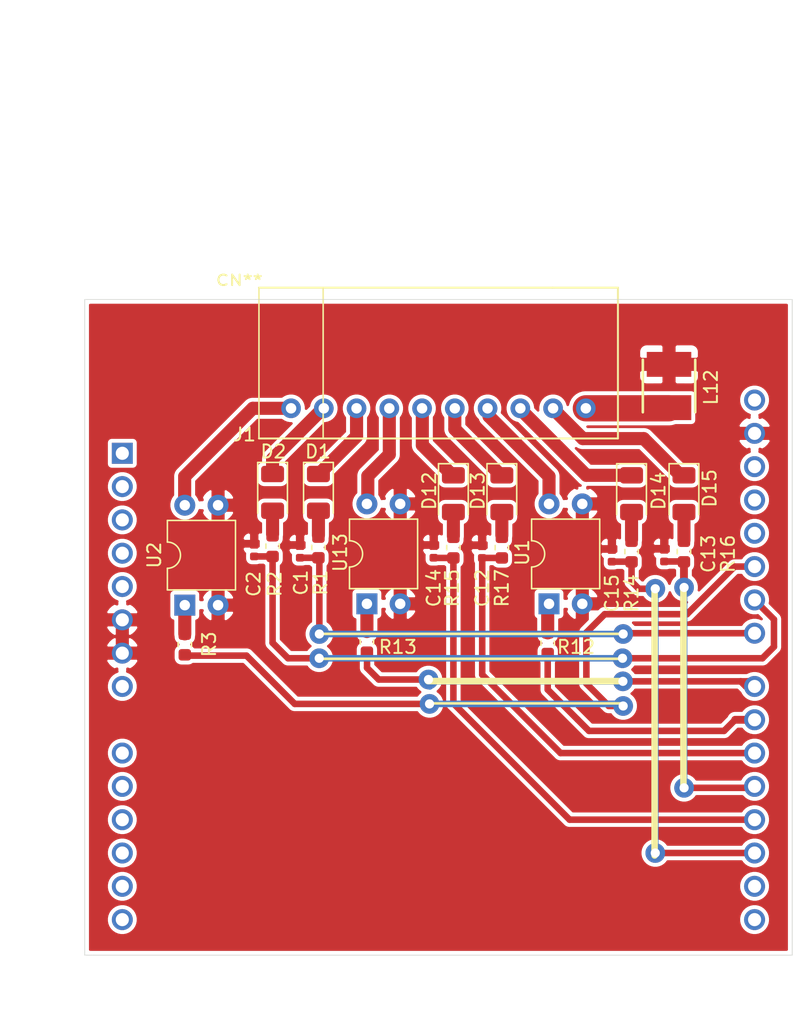
<source format=kicad_pcb>
(kicad_pcb (version 20171130) (host pcbnew "(5.1.8)-1")

  (general
    (thickness 1.6)
    (drawings 13)
    (tracks 124)
    (zones 0)
    (modules 27)
    (nets 48)
  )

  (page A4)
  (layers
    (0 F.Cu signal)
    (31 B.Cu signal)
    (32 B.Adhes user hide)
    (33 F.Adhes user)
    (34 B.Paste user hide)
    (35 F.Paste user)
    (36 B.SilkS user hide)
    (37 F.SilkS user)
    (38 B.Mask user hide)
    (39 F.Mask user)
    (40 Dwgs.User user)
    (41 Cmts.User user hide)
    (42 Eco1.User user hide)
    (43 Eco2.User user hide)
    (44 Edge.Cuts user hide)
    (45 Margin user hide)
    (46 B.CrtYd user hide)
    (47 F.CrtYd user hide)
    (48 B.Fab user hide)
    (49 F.Fab user hide)
  )

  (setup
    (last_trace_width 0.5)
    (user_trace_width 0.2)
    (user_trace_width 0.3)
    (user_trace_width 0.4)
    (user_trace_width 0.5)
    (user_trace_width 0.6)
    (user_trace_width 0.7)
    (user_trace_width 0.8)
    (user_trace_width 0.9)
    (user_trace_width 1)
    (user_trace_width 1.1)
    (user_trace_width 1.2)
    (user_trace_width 1.3)
    (user_trace_width 1.4)
    (user_trace_width 1.5)
    (user_trace_width 2)
    (user_trace_width 2.5)
    (user_trace_width 3)
    (trace_clearance 0.2)
    (zone_clearance 0.3)
    (zone_45_only no)
    (trace_min 0.2)
    (via_size 0.8)
    (via_drill 0.4)
    (via_min_size 0.4)
    (via_min_drill 0.3)
    (user_via 1.2 0.7)
    (user_via 1.5 0.7)
    (uvia_size 0.3)
    (uvia_drill 0.1)
    (uvias_allowed no)
    (uvia_min_size 0.2)
    (uvia_min_drill 0.1)
    (edge_width 0.05)
    (segment_width 0.2)
    (pcb_text_width 0.3)
    (pcb_text_size 1.5 1.5)
    (mod_edge_width 0.12)
    (mod_text_size 1 1)
    (mod_text_width 0.15)
    (pad_size 1.524 1.524)
    (pad_drill 0.762)
    (pad_to_mask_clearance 0)
    (aux_axis_origin 0 0)
    (visible_elements 7FFFFFFF)
    (pcbplotparams
      (layerselection 0x010fc_ffffffff)
      (usegerberextensions false)
      (usegerberattributes true)
      (usegerberadvancedattributes true)
      (creategerberjobfile true)
      (excludeedgelayer true)
      (linewidth 0.100000)
      (plotframeref false)
      (viasonmask false)
      (mode 1)
      (useauxorigin false)
      (hpglpennumber 1)
      (hpglpenspeed 20)
      (hpglpendiameter 15.000000)
      (psnegative false)
      (psa4output false)
      (plotreference true)
      (plotvalue true)
      (plotinvisibletext false)
      (padsonsilk false)
      (subtractmaskfromsilk false)
      (outputformat 1)
      (mirror false)
      (drillshape 1)
      (scaleselection 1)
      (outputdirectory ""))
  )

  (net 0 "")
  (net 1 "Net-(A12-Pad16)")
  (net 2 "Net-(A12-Pad15)")
  (net 3 "Net-(A12-Pad14)")
  (net 4 "Net-(A12-Pad13)")
  (net 5 "Net-(A12-Pad28)")
  (net 6 "Net-(A12-Pad12)")
  (net 7 "Net-(A12-Pad27)")
  (net 8 "Net-(A12-Pad11)")
  (net 9 "Net-(A12-Pad26)")
  (net 10 "Net-(A12-Pad10)")
  (net 11 "Net-(A12-Pad25)")
  (net 12 "Net-(A12-Pad9)")
  (net 13 "Net-(A12-Pad24)")
  (net 14 "Net-(A12-Pad8)")
  (net 15 "Net-(A12-Pad23)")
  (net 16 GND)
  (net 17 "Net-(A12-Pad22)")
  (net 18 "Net-(A12-Pad21)")
  (net 19 "Net-(A12-Pad5)")
  (net 20 "Net-(A12-Pad20)")
  (net 21 "Net-(A12-Pad4)")
  (net 22 "Net-(A12-Pad19)")
  (net 23 "Net-(A12-Pad3)")
  (net 24 "Net-(A12-Pad18)")
  (net 25 "Net-(A12-Pad2)")
  (net 26 "Net-(A12-Pad17)")
  (net 27 "Net-(A12-Pad1)")
  (net 28 "Net-(A12-Pad30)")
  (net 29 "Net-(D12-Pad2)")
  (net 30 WhiteSensor)
  (net 31 "Net-(D13-Pad2)")
  (net 32 PassSensor_Area3)
  (net 33 "Net-(D14-Pad2)")
  (net 34 PE_Camera_B17)
  (net 35 "Net-(D15-Pad2)")
  (net 36 PassSensor_Area2)
  (net 37 AIR3_Y012)
  (net 38 DeviceGND)
  (net 39 AIR2_Y006)
  (net 40 "Net-(R12-Pad2)")
  (net 41 "Net-(R13-Pad2)")
  (net 42 "Net-(D1-Pad2)")
  (net 43 Sensor1)
  (net 44 "Net-(D2-Pad2)")
  (net 45 PassSensor_Area1)
  (net 46 "Net-(R3-Pad2)")
  (net 47 AIR1_Y005)

  (net_class Default "This is the default net class."
    (clearance 0.2)
    (trace_width 0.25)
    (via_dia 0.8)
    (via_drill 0.4)
    (uvia_dia 0.3)
    (uvia_drill 0.1)
    (add_net AIR1_Y005)
    (add_net AIR2_Y006)
    (add_net AIR3_Y012)
    (add_net DeviceGND)
    (add_net GND)
    (add_net "Net-(A12-Pad1)")
    (add_net "Net-(A12-Pad10)")
    (add_net "Net-(A12-Pad11)")
    (add_net "Net-(A12-Pad12)")
    (add_net "Net-(A12-Pad13)")
    (add_net "Net-(A12-Pad14)")
    (add_net "Net-(A12-Pad15)")
    (add_net "Net-(A12-Pad16)")
    (add_net "Net-(A12-Pad17)")
    (add_net "Net-(A12-Pad18)")
    (add_net "Net-(A12-Pad19)")
    (add_net "Net-(A12-Pad2)")
    (add_net "Net-(A12-Pad20)")
    (add_net "Net-(A12-Pad21)")
    (add_net "Net-(A12-Pad22)")
    (add_net "Net-(A12-Pad23)")
    (add_net "Net-(A12-Pad24)")
    (add_net "Net-(A12-Pad25)")
    (add_net "Net-(A12-Pad26)")
    (add_net "Net-(A12-Pad27)")
    (add_net "Net-(A12-Pad28)")
    (add_net "Net-(A12-Pad3)")
    (add_net "Net-(A12-Pad30)")
    (add_net "Net-(A12-Pad4)")
    (add_net "Net-(A12-Pad5)")
    (add_net "Net-(A12-Pad8)")
    (add_net "Net-(A12-Pad9)")
    (add_net "Net-(D1-Pad2)")
    (add_net "Net-(D12-Pad2)")
    (add_net "Net-(D13-Pad2)")
    (add_net "Net-(D14-Pad2)")
    (add_net "Net-(D15-Pad2)")
    (add_net "Net-(D2-Pad2)")
    (add_net "Net-(R12-Pad2)")
    (add_net "Net-(R13-Pad2)")
    (add_net "Net-(R3-Pad2)")
    (add_net PE_Camera_B17)
    (add_net PassSensor_Area1)
    (add_net PassSensor_Area2)
    (add_net PassSensor_Area3)
    (add_net Sensor1)
    (add_net WhiteSensor)
  )

  (module JST:S10B-XH-A (layer F.Cu) (tedit 5FE3683D) (tstamp 5FE45491)
    (at 102.5 108)
    (path /5FEF3F90)
    (fp_text reference J1 (at -17.3 2) (layer F.SilkS)
      (effects (font (size 1 1) (thickness 0.15)))
    )
    (fp_text value Conn_01x10 (at -12.7 -10.56) (layer F.Fab)
      (effects (font (size 1 1) (thickness 0.15)))
    )
    (fp_line (start 11.2 2.3) (end 6.2 2.3) (layer F.SilkS) (width 0.15))
    (fp_line (start 11.2 -9.2) (end 6.2 -9.2) (layer F.SilkS) (width 0.15))
    (fp_line (start 6.2 -9.2) (end -16.2 -9.2) (layer F.SilkS) (width 0.15))
    (fp_line (start 11.2 2.3) (end 11.2 -9.2) (layer F.SilkS) (width 0.15))
    (fp_line (start -16.2 2.3) (end 6.2 2.3) (layer F.SilkS) (width 0.15))
    (fp_line (start -16.2 -9.2) (end -16.2 2.3) (layer F.SilkS) (width 0.12))
    (fp_line (start -11.3 2.3) (end -11.3 -9.2) (layer F.SilkS) (width 0.12))
    (fp_text user CN** (at -17.7 -9.76) (layer F.SilkS)
      (effects (font (size 0.8 1) (thickness 0.15)))
    )
    (pad 9 thru_hole circle (at -11.25 0) (size 1.5 1.5) (drill 0.8) (layers *.Cu *.Mask)
      (net 45 PassSensor_Area1))
    (pad 10 thru_hole circle (at -13.75 0) (size 1.5 1.5) (drill 0.8) (layers *.Cu *.Mask)
      (net 47 AIR1_Y005))
    (pad 5 thru_hole circle (at -1.25 0) (size 1.5 1.5) (drill 0.8) (layers *.Cu *.Mask)
      (net 32 PassSensor_Area3))
    (pad 6 thru_hole circle (at -3.75 0) (size 1.5 1.5) (drill 0.8) (layers *.Cu *.Mask)
      (net 30 WhiteSensor))
    (pad 8 thru_hole circle (at -8.75 0) (size 1.5 1.5) (drill 0.8) (layers *.Cu *.Mask)
      (net 43 Sensor1))
    (pad 7 thru_hole circle (at -6.25 0) (size 1.5 1.5) (drill 0.8) (layers *.Cu *.Mask)
      (net 37 AIR3_Y012))
    (pad 3 thru_hole circle (at 3.75 0) (size 1.5 1.5) (drill 0.8) (layers *.Cu *.Mask)
      (net 34 PE_Camera_B17))
    (pad 2 thru_hole circle (at 6.25 0) (size 1.5 1.5) (drill 0.8) (layers *.Cu *.Mask)
      (net 36 PassSensor_Area2))
    (pad 1 thru_hole circle (at 8.75 0) (size 1.5 1.5) (drill 0.8) (layers *.Cu *.Mask)
      (net 38 DeviceGND))
    (pad 4 thru_hole circle (at 1.25 0) (size 1.5 1.5) (drill 0.8) (layers *.Cu *.Mask)
      (net 39 AIR2_Y006))
  )

  (module Package_DIP:DIP-4_W7.62mm (layer F.Cu) (tedit 5A02E8C5) (tstamp 5FE44927)
    (at 80.64 123.01 90)
    (descr "4-lead though-hole mounted DIP package, row spacing 7.62 mm (300 mils)")
    (tags "THT DIP DIL PDIP 2.54mm 7.62mm 300mil")
    (path /5FEBE087)
    (fp_text reference U2 (at 3.81 -2.33 90) (layer F.SilkS)
      (effects (font (size 1 1) (thickness 0.15)))
    )
    (fp_text value TLP785 (at 3.81 4.87 90) (layer F.Fab)
      (effects (font (size 1 1) (thickness 0.15)))
    )
    (fp_arc (start 3.81 -1.33) (end 2.81 -1.33) (angle -180) (layer F.SilkS) (width 0.12))
    (fp_text user %R (at 3.81 1.27 90) (layer F.Fab)
      (effects (font (size 1 1) (thickness 0.15)))
    )
    (fp_line (start 1.635 -1.27) (end 6.985 -1.27) (layer F.Fab) (width 0.1))
    (fp_line (start 6.985 -1.27) (end 6.985 3.81) (layer F.Fab) (width 0.1))
    (fp_line (start 6.985 3.81) (end 0.635 3.81) (layer F.Fab) (width 0.1))
    (fp_line (start 0.635 3.81) (end 0.635 -0.27) (layer F.Fab) (width 0.1))
    (fp_line (start 0.635 -0.27) (end 1.635 -1.27) (layer F.Fab) (width 0.1))
    (fp_line (start 2.81 -1.33) (end 1.16 -1.33) (layer F.SilkS) (width 0.12))
    (fp_line (start 1.16 -1.33) (end 1.16 3.87) (layer F.SilkS) (width 0.12))
    (fp_line (start 1.16 3.87) (end 6.46 3.87) (layer F.SilkS) (width 0.12))
    (fp_line (start 6.46 3.87) (end 6.46 -1.33) (layer F.SilkS) (width 0.12))
    (fp_line (start 6.46 -1.33) (end 4.81 -1.33) (layer F.SilkS) (width 0.12))
    (fp_line (start -1.1 -1.55) (end -1.1 4.1) (layer F.CrtYd) (width 0.05))
    (fp_line (start -1.1 4.1) (end 8.7 4.1) (layer F.CrtYd) (width 0.05))
    (fp_line (start 8.7 4.1) (end 8.7 -1.55) (layer F.CrtYd) (width 0.05))
    (fp_line (start 8.7 -1.55) (end -1.1 -1.55) (layer F.CrtYd) (width 0.05))
    (pad 1 thru_hole rect (at 0 0 90) (size 1.6 1.6) (drill 0.8) (layers *.Cu *.Mask)
      (net 46 "Net-(R3-Pad2)"))
    (pad 3 thru_hole oval (at 7.62 2.54 90) (size 1.6 1.6) (drill 0.8) (layers *.Cu *.Mask)
      (net 16 GND))
    (pad 2 thru_hole oval (at 0 2.54 90) (size 1.6 1.6) (drill 0.8) (layers *.Cu *.Mask)
      (net 16 GND))
    (pad 4 thru_hole oval (at 7.62 0 90) (size 1.6 1.6) (drill 0.8) (layers *.Cu *.Mask)
      (net 47 AIR1_Y005))
    (model ${KISYS3DMOD}/Package_DIP.3dshapes/DIP-4_W7.62mm.wrl
      (at (xyz 0 0 0))
      (scale (xyz 1 1 1))
      (rotate (xyz 0 0 0))
    )
  )

  (module Resistor_SMD:R_0603_1608Metric (layer F.Cu) (tedit 5B301BBD) (tstamp 5FE44821)
    (at 80.64 126.01 90)
    (descr "Resistor SMD 0603 (1608 Metric), square (rectangular) end terminal, IPC_7351 nominal, (Body size source: http://www.tortai-tech.com/upload/download/2011102023233369053.pdf), generated with kicad-footprint-generator")
    (tags resistor)
    (path /5FEBE07B)
    (attr smd)
    (fp_text reference R3 (at 0.01 1.86 90) (layer F.SilkS)
      (effects (font (size 1 1) (thickness 0.15)))
    )
    (fp_text value 1k (at 0 1.43 90) (layer F.Fab)
      (effects (font (size 1 1) (thickness 0.15)))
    )
    (fp_text user %R (at 0 0 90) (layer F.Fab)
      (effects (font (size 0.4 0.4) (thickness 0.06)))
    )
    (fp_line (start -0.8 0.4) (end -0.8 -0.4) (layer F.Fab) (width 0.1))
    (fp_line (start -0.8 -0.4) (end 0.8 -0.4) (layer F.Fab) (width 0.1))
    (fp_line (start 0.8 -0.4) (end 0.8 0.4) (layer F.Fab) (width 0.1))
    (fp_line (start 0.8 0.4) (end -0.8 0.4) (layer F.Fab) (width 0.1))
    (fp_line (start -0.162779 -0.51) (end 0.162779 -0.51) (layer F.SilkS) (width 0.12))
    (fp_line (start -0.162779 0.51) (end 0.162779 0.51) (layer F.SilkS) (width 0.12))
    (fp_line (start -1.48 0.73) (end -1.48 -0.73) (layer F.CrtYd) (width 0.05))
    (fp_line (start -1.48 -0.73) (end 1.48 -0.73) (layer F.CrtYd) (width 0.05))
    (fp_line (start 1.48 -0.73) (end 1.48 0.73) (layer F.CrtYd) (width 0.05))
    (fp_line (start 1.48 0.73) (end -1.48 0.73) (layer F.CrtYd) (width 0.05))
    (pad 1 smd roundrect (at -0.7875 0 90) (size 0.875 0.95) (layers F.Cu F.Paste F.Mask) (roundrect_rratio 0.25)
      (net 11 "Net-(A12-Pad25)"))
    (pad 2 smd roundrect (at 0.7875 0 90) (size 0.875 0.95) (layers F.Cu F.Paste F.Mask) (roundrect_rratio 0.25)
      (net 46 "Net-(R3-Pad2)"))
    (model ${KISYS3DMOD}/Resistor_SMD.3dshapes/R_0603_1608Metric.wrl
      (at (xyz 0 0 0))
      (scale (xyz 1 1 1))
      (rotate (xyz 0 0 0))
    )
  )

  (module Resistor_SMD:R_0603_1608Metric (layer F.Cu) (tedit 5B301BBD) (tstamp 5FE44810)
    (at 87.34 118.51 90)
    (descr "Resistor SMD 0603 (1608 Metric), square (rectangular) end terminal, IPC_7351 nominal, (Body size source: http://www.tortai-tech.com/upload/download/2011102023233369053.pdf), generated with kicad-footprint-generator")
    (tags resistor)
    (path /5FEDDF65)
    (attr smd)
    (fp_text reference R2 (at -2.89 0.16 90) (layer F.SilkS)
      (effects (font (size 1 1) (thickness 0.15)))
    )
    (fp_text value 1k (at 0 1.43 90) (layer F.Fab)
      (effects (font (size 1 1) (thickness 0.15)))
    )
    (fp_text user %R (at 0 0 90) (layer F.Fab)
      (effects (font (size 0.4 0.4) (thickness 0.06)))
    )
    (fp_line (start -0.8 0.4) (end -0.8 -0.4) (layer F.Fab) (width 0.1))
    (fp_line (start -0.8 -0.4) (end 0.8 -0.4) (layer F.Fab) (width 0.1))
    (fp_line (start 0.8 -0.4) (end 0.8 0.4) (layer F.Fab) (width 0.1))
    (fp_line (start 0.8 0.4) (end -0.8 0.4) (layer F.Fab) (width 0.1))
    (fp_line (start -0.162779 -0.51) (end 0.162779 -0.51) (layer F.SilkS) (width 0.12))
    (fp_line (start -0.162779 0.51) (end 0.162779 0.51) (layer F.SilkS) (width 0.12))
    (fp_line (start -1.48 0.73) (end -1.48 -0.73) (layer F.CrtYd) (width 0.05))
    (fp_line (start -1.48 -0.73) (end 1.48 -0.73) (layer F.CrtYd) (width 0.05))
    (fp_line (start 1.48 -0.73) (end 1.48 0.73) (layer F.CrtYd) (width 0.05))
    (fp_line (start 1.48 0.73) (end -1.48 0.73) (layer F.CrtYd) (width 0.05))
    (pad 1 smd roundrect (at -0.7875 0 90) (size 0.875 0.95) (layers F.Cu F.Paste F.Mask) (roundrect_rratio 0.25)
      (net 13 "Net-(A12-Pad24)"))
    (pad 2 smd roundrect (at 0.7875 0 90) (size 0.875 0.95) (layers F.Cu F.Paste F.Mask) (roundrect_rratio 0.25)
      (net 44 "Net-(D2-Pad2)"))
    (model ${KISYS3DMOD}/Resistor_SMD.3dshapes/R_0603_1608Metric.wrl
      (at (xyz 0 0 0))
      (scale (xyz 1 1 1))
      (rotate (xyz 0 0 0))
    )
  )

  (module Resistor_SMD:R_0603_1608Metric (layer F.Cu) (tedit 5B301BBD) (tstamp 5FE447FF)
    (at 90.84 118.61 90)
    (descr "Resistor SMD 0603 (1608 Metric), square (rectangular) end terminal, IPC_7351 nominal, (Body size source: http://www.tortai-tech.com/upload/download/2011102023233369053.pdf), generated with kicad-footprint-generator")
    (tags resistor)
    (path /5FEDD896)
    (attr smd)
    (fp_text reference R1 (at -2.69 0.16 90) (layer F.SilkS)
      (effects (font (size 1 1) (thickness 0.15)))
    )
    (fp_text value 1k (at 0 1.43 90) (layer F.Fab)
      (effects (font (size 1 1) (thickness 0.15)))
    )
    (fp_text user %R (at 0 0 90) (layer F.Fab)
      (effects (font (size 0.4 0.4) (thickness 0.06)))
    )
    (fp_line (start -0.8 0.4) (end -0.8 -0.4) (layer F.Fab) (width 0.1))
    (fp_line (start -0.8 -0.4) (end 0.8 -0.4) (layer F.Fab) (width 0.1))
    (fp_line (start 0.8 -0.4) (end 0.8 0.4) (layer F.Fab) (width 0.1))
    (fp_line (start 0.8 0.4) (end -0.8 0.4) (layer F.Fab) (width 0.1))
    (fp_line (start -0.162779 -0.51) (end 0.162779 -0.51) (layer F.SilkS) (width 0.12))
    (fp_line (start -0.162779 0.51) (end 0.162779 0.51) (layer F.SilkS) (width 0.12))
    (fp_line (start -1.48 0.73) (end -1.48 -0.73) (layer F.CrtYd) (width 0.05))
    (fp_line (start -1.48 -0.73) (end 1.48 -0.73) (layer F.CrtYd) (width 0.05))
    (fp_line (start 1.48 -0.73) (end 1.48 0.73) (layer F.CrtYd) (width 0.05))
    (fp_line (start 1.48 0.73) (end -1.48 0.73) (layer F.CrtYd) (width 0.05))
    (pad 1 smd roundrect (at -0.7875 0 90) (size 0.875 0.95) (layers F.Cu F.Paste F.Mask) (roundrect_rratio 0.25)
      (net 15 "Net-(A12-Pad23)"))
    (pad 2 smd roundrect (at 0.7875 0 90) (size 0.875 0.95) (layers F.Cu F.Paste F.Mask) (roundrect_rratio 0.25)
      (net 42 "Net-(D1-Pad2)"))
    (model ${KISYS3DMOD}/Resistor_SMD.3dshapes/R_0603_1608Metric.wrl
      (at (xyz 0 0 0))
      (scale (xyz 1 1 1))
      (rotate (xyz 0 0 0))
    )
  )

  (module Diode_SMD:D_1206_3216Metric (layer F.Cu) (tedit 5B301BBE) (tstamp 5FE4473E)
    (at 87.34 114.41 270)
    (descr "Diode SMD 1206 (3216 Metric), square (rectangular) end terminal, IPC_7351 nominal, (Body size source: http://www.tortai-tech.com/upload/download/2011102023233369053.pdf), generated with kicad-footprint-generator")
    (tags diode)
    (path /5FEEC2B0)
    (attr smd)
    (fp_text reference D2 (at -3.11 -0.06 180) (layer F.SilkS)
      (effects (font (size 1 1) (thickness 0.15)))
    )
    (fp_text value RB060M-60TR (at 0 1.82 90) (layer F.Fab)
      (effects (font (size 1 1) (thickness 0.15)))
    )
    (fp_text user %R (at 0 0 90) (layer F.Fab)
      (effects (font (size 0.8 0.8) (thickness 0.12)))
    )
    (fp_line (start 1.6 -0.8) (end -1.2 -0.8) (layer F.Fab) (width 0.1))
    (fp_line (start -1.2 -0.8) (end -1.6 -0.4) (layer F.Fab) (width 0.1))
    (fp_line (start -1.6 -0.4) (end -1.6 0.8) (layer F.Fab) (width 0.1))
    (fp_line (start -1.6 0.8) (end 1.6 0.8) (layer F.Fab) (width 0.1))
    (fp_line (start 1.6 0.8) (end 1.6 -0.8) (layer F.Fab) (width 0.1))
    (fp_line (start 1.6 -1.135) (end -2.285 -1.135) (layer F.SilkS) (width 0.12))
    (fp_line (start -2.285 -1.135) (end -2.285 1.135) (layer F.SilkS) (width 0.12))
    (fp_line (start -2.285 1.135) (end 1.6 1.135) (layer F.SilkS) (width 0.12))
    (fp_line (start -2.28 1.12) (end -2.28 -1.12) (layer F.CrtYd) (width 0.05))
    (fp_line (start -2.28 -1.12) (end 2.28 -1.12) (layer F.CrtYd) (width 0.05))
    (fp_line (start 2.28 -1.12) (end 2.28 1.12) (layer F.CrtYd) (width 0.05))
    (fp_line (start 2.28 1.12) (end -2.28 1.12) (layer F.CrtYd) (width 0.05))
    (pad 1 smd roundrect (at -1.4 0 270) (size 1.25 1.75) (layers F.Cu F.Paste F.Mask) (roundrect_rratio 0.2)
      (net 45 PassSensor_Area1))
    (pad 2 smd roundrect (at 1.4 0 270) (size 1.25 1.75) (layers F.Cu F.Paste F.Mask) (roundrect_rratio 0.2)
      (net 44 "Net-(D2-Pad2)"))
    (model ${KISYS3DMOD}/Diode_SMD.3dshapes/D_1206_3216Metric.wrl
      (at (xyz 0 0 0))
      (scale (xyz 1 1 1))
      (rotate (xyz 0 0 0))
    )
  )

  (module Diode_SMD:D_1206_3216Metric (layer F.Cu) (tedit 5B301BBE) (tstamp 5FE4472B)
    (at 90.84 114.41 270)
    (descr "Diode SMD 1206 (3216 Metric), square (rectangular) end terminal, IPC_7351 nominal, (Body size source: http://www.tortai-tech.com/upload/download/2011102023233369053.pdf), generated with kicad-footprint-generator")
    (tags diode)
    (path /5FEEBF3A)
    (attr smd)
    (fp_text reference D1 (at -3.11 0.04) (layer F.SilkS)
      (effects (font (size 1 1) (thickness 0.15)))
    )
    (fp_text value RB060M-60TR (at 0 1.82 90) (layer F.Fab)
      (effects (font (size 1 1) (thickness 0.15)))
    )
    (fp_text user %R (at 0 0 90) (layer F.Fab)
      (effects (font (size 0.8 0.8) (thickness 0.12)))
    )
    (fp_line (start 1.6 -0.8) (end -1.2 -0.8) (layer F.Fab) (width 0.1))
    (fp_line (start -1.2 -0.8) (end -1.6 -0.4) (layer F.Fab) (width 0.1))
    (fp_line (start -1.6 -0.4) (end -1.6 0.8) (layer F.Fab) (width 0.1))
    (fp_line (start -1.6 0.8) (end 1.6 0.8) (layer F.Fab) (width 0.1))
    (fp_line (start 1.6 0.8) (end 1.6 -0.8) (layer F.Fab) (width 0.1))
    (fp_line (start 1.6 -1.135) (end -2.285 -1.135) (layer F.SilkS) (width 0.12))
    (fp_line (start -2.285 -1.135) (end -2.285 1.135) (layer F.SilkS) (width 0.12))
    (fp_line (start -2.285 1.135) (end 1.6 1.135) (layer F.SilkS) (width 0.12))
    (fp_line (start -2.28 1.12) (end -2.28 -1.12) (layer F.CrtYd) (width 0.05))
    (fp_line (start -2.28 -1.12) (end 2.28 -1.12) (layer F.CrtYd) (width 0.05))
    (fp_line (start 2.28 -1.12) (end 2.28 1.12) (layer F.CrtYd) (width 0.05))
    (fp_line (start 2.28 1.12) (end -2.28 1.12) (layer F.CrtYd) (width 0.05))
    (pad 1 smd roundrect (at -1.4 0 270) (size 1.25 1.75) (layers F.Cu F.Paste F.Mask) (roundrect_rratio 0.2)
      (net 43 Sensor1))
    (pad 2 smd roundrect (at 1.4 0 270) (size 1.25 1.75) (layers F.Cu F.Paste F.Mask) (roundrect_rratio 0.2)
      (net 42 "Net-(D1-Pad2)"))
    (model ${KISYS3DMOD}/Diode_SMD.3dshapes/D_1206_3216Metric.wrl
      (at (xyz 0 0 0))
      (scale (xyz 1 1 1))
      (rotate (xyz 0 0 0))
    )
  )

  (module Resistor_SMD:R_0402_1005Metric (layer F.Cu) (tedit 5B301BBD) (tstamp 5FE446A8)
    (at 85.94 118.81 90)
    (descr "Resistor SMD 0402 (1005 Metric), square (rectangular) end terminal, IPC_7351 nominal, (Body size source: http://www.tortai-tech.com/upload/download/2011102023233369053.pdf), generated with kicad-footprint-generator")
    (tags resistor)
    (path /5FED1BC7)
    (attr smd)
    (fp_text reference C2 (at -2.59 -0.04 90) (layer F.SilkS)
      (effects (font (size 1 1) (thickness 0.15)))
    )
    (fp_text value 0.22u (at 0 1.17 90) (layer F.Fab)
      (effects (font (size 1 1) (thickness 0.15)))
    )
    (fp_text user %R (at 0 0 90) (layer F.Fab)
      (effects (font (size 0.25 0.25) (thickness 0.04)))
    )
    (fp_line (start -0.5 0.25) (end -0.5 -0.25) (layer F.Fab) (width 0.1))
    (fp_line (start -0.5 -0.25) (end 0.5 -0.25) (layer F.Fab) (width 0.1))
    (fp_line (start 0.5 -0.25) (end 0.5 0.25) (layer F.Fab) (width 0.1))
    (fp_line (start 0.5 0.25) (end -0.5 0.25) (layer F.Fab) (width 0.1))
    (fp_line (start -0.93 0.47) (end -0.93 -0.47) (layer F.CrtYd) (width 0.05))
    (fp_line (start -0.93 -0.47) (end 0.93 -0.47) (layer F.CrtYd) (width 0.05))
    (fp_line (start 0.93 -0.47) (end 0.93 0.47) (layer F.CrtYd) (width 0.05))
    (fp_line (start 0.93 0.47) (end -0.93 0.47) (layer F.CrtYd) (width 0.05))
    (pad 1 smd roundrect (at -0.485 0 90) (size 0.59 0.64) (layers F.Cu F.Paste F.Mask) (roundrect_rratio 0.25)
      (net 13 "Net-(A12-Pad24)"))
    (pad 2 smd roundrect (at 0.485 0 90) (size 0.59 0.64) (layers F.Cu F.Paste F.Mask) (roundrect_rratio 0.25)
      (net 16 GND))
    (model ${KISYS3DMOD}/Resistor_SMD.3dshapes/R_0402_1005Metric.wrl
      (at (xyz 0 0 0))
      (scale (xyz 1 1 1))
      (rotate (xyz 0 0 0))
    )
  )

  (module Resistor_SMD:R_0402_1005Metric (layer F.Cu) (tedit 5B301BBD) (tstamp 5FE44699)
    (at 89.44 118.91 90)
    (descr "Resistor SMD 0402 (1005 Metric), square (rectangular) end terminal, IPC_7351 nominal, (Body size source: http://www.tortai-tech.com/upload/download/2011102023233369053.pdf), generated with kicad-footprint-generator")
    (tags resistor)
    (path /5FED291B)
    (attr smd)
    (fp_text reference C1 (at -2.39 0.06 90) (layer F.SilkS)
      (effects (font (size 1 1) (thickness 0.15)))
    )
    (fp_text value 0.22u (at 0 1.17 90) (layer F.Fab)
      (effects (font (size 1 1) (thickness 0.15)))
    )
    (fp_text user %R (at 0 0 90) (layer F.Fab)
      (effects (font (size 0.25 0.25) (thickness 0.04)))
    )
    (fp_line (start -0.5 0.25) (end -0.5 -0.25) (layer F.Fab) (width 0.1))
    (fp_line (start -0.5 -0.25) (end 0.5 -0.25) (layer F.Fab) (width 0.1))
    (fp_line (start 0.5 -0.25) (end 0.5 0.25) (layer F.Fab) (width 0.1))
    (fp_line (start 0.5 0.25) (end -0.5 0.25) (layer F.Fab) (width 0.1))
    (fp_line (start -0.93 0.47) (end -0.93 -0.47) (layer F.CrtYd) (width 0.05))
    (fp_line (start -0.93 -0.47) (end 0.93 -0.47) (layer F.CrtYd) (width 0.05))
    (fp_line (start 0.93 -0.47) (end 0.93 0.47) (layer F.CrtYd) (width 0.05))
    (fp_line (start 0.93 0.47) (end -0.93 0.47) (layer F.CrtYd) (width 0.05))
    (pad 1 smd roundrect (at -0.485 0 90) (size 0.59 0.64) (layers F.Cu F.Paste F.Mask) (roundrect_rratio 0.25)
      (net 15 "Net-(A12-Pad23)"))
    (pad 2 smd roundrect (at 0.485 0 90) (size 0.59 0.64) (layers F.Cu F.Paste F.Mask) (roundrect_rratio 0.25)
      (net 16 GND))
    (model ${KISYS3DMOD}/Resistor_SMD.3dshapes/R_0402_1005Metric.wrl
      (at (xyz 0 0 0))
      (scale (xyz 1 1 1))
      (rotate (xyz 0 0 0))
    )
  )

  (module Module:Arduino_UNO_R2 (layer B.Cu) (tedit 5FE35C88) (tstamp 5FE466B3)
    (at 100 100 180)
    (descr "Arduino UNO R2, http://www.mouser.com/pdfdocs/Gravitech_Arduino_Nano3_0.pdf")
    (tags "Arduino UNO R2")
    (path /5FDC6340)
    (fp_text reference A12 (at -24.13 17.78) (layer B.SilkS) hide
      (effects (font (size 1 1) (thickness 0.15)) (justify mirror))
    )
    (fp_text value Arduino_UNO_R3 (at -19.05 -54.61 180) (layer B.Fab) hide
      (effects (font (size 1 1) (thickness 0.15)) (justify mirror))
    )
    (fp_line (start 21.59 -52.07) (end -11.18 -52.07) (layer B.Fab) (width 0.1))
    (fp_line (start -17.14 6.98) (end -17.14 22.86) (layer B.Fab) (width 0.1))
    (fp_line (start 26.67 16.51) (end 26.67 -49.53) (layer B.Fab) (width 0.1))
    (fp_line (start -5.46 23.11) (end -5.46 16.76) (layer B.CrtYd) (width 0.05))
    (fp_line (start -13.72 -49.53) (end -25.15 -49.53) (layer B.Fab) (width 0.1))
    (fp_line (start -26.67 -48.01) (end -26.67 16.51) (layer B.Fab) (width 0.1))
    (fp_line (start 24.13 -49.53) (end 21.59 -52.07) (layer B.Fab) (width 0.1))
    (fp_line (start 23.49 18.41) (end 23.49 5.08) (layer B.Fab) (width 0.1))
    (fp_line (start -26.67 16.51) (end 26.67 16.51) (layer B.Fab) (width 0.1))
    (fp_line (start -5.71 22.86) (end -5.71 6.98) (layer B.Fab) (width 0.1))
    (fp_line (start 23.62 18.54) (end 14.48 18.54) (layer Eco2.User) (width 0.12))
    (fp_line (start -17.14 22.86) (end -5.71 22.86) (layer B.Fab) (width 0.1))
    (fp_line (start 26.67 -49.53) (end 24.13 -49.53) (layer B.Fab) (width 0.1))
    (fp_line (start 14.6 5.08) (end 14.6 18.41) (layer B.Fab) (width 0.1))
    (fp_line (start -5.71 6.98) (end -17.14 6.98) (layer B.Fab) (width 0.1))
    (fp_line (start 24.13 -49.66) (end 26.8 -49.66) (layer Eco2.User) (width 0.12))
    (fp_line (start -25.15 -49.53) (end -26.67 -48.01) (layer B.Fab) (width 0.1))
    (fp_line (start 23.49 5.08) (end 14.6 5.08) (layer B.Fab) (width 0.1))
    (fp_line (start 14.6 18.41) (end 23.49 18.41) (layer B.Fab) (width 0.1))
    (fp_line (start 23.75 16.76) (end 26.92 16.76) (layer B.CrtYd) (width 0.05))
    (fp_line (start 26.92 16.76) (end 26.92 -49.78) (layer B.CrtYd) (width 0.05))
    (fp_line (start 14.48 16.64) (end -5.59 16.64) (layer Eco2.User) (width 0.12))
    (fp_line (start -25.15 -49.66) (end -13.72 -49.66) (layer Eco2.User) (width 0.12))
    (fp_line (start -11.18 -52.07) (end -13.72 -49.53) (layer B.Fab) (width 0.1))
    (fp_line (start 14.48 18.54) (end 14.48 16.64) (layer Eco2.User) (width 0.12))
    (fp_line (start -25.15 -49.78) (end -26.92 -48.01) (layer B.CrtYd) (width 0.05))
    (fp_line (start -13.72 -49.78) (end -25.15 -49.78) (layer B.CrtYd) (width 0.05))
    (fp_line (start -5.59 22.99) (end -17.27 22.99) (layer Eco2.User) (width 0.12))
    (fp_line (start -17.4 23.11) (end -5.46 23.11) (layer B.CrtYd) (width 0.05))
    (fp_line (start 23.62 16.64) (end 23.62 18.54) (layer Eco2.User) (width 0.12))
    (fp_line (start -5.46 16.76) (end 14.35 16.76) (layer B.CrtYd) (width 0.05))
    (fp_line (start -26.8 -48.01) (end -25.15 -49.66) (layer Eco2.User) (width 0.12))
    (fp_line (start 21.59 -52.2) (end 24.13 -49.66) (layer Eco2.User) (width 0.12))
    (fp_line (start -17.4 16.76) (end -17.4 23.11) (layer B.CrtYd) (width 0.05))
    (fp_line (start 26.8 16.64) (end 23.62 16.64) (layer Eco2.User) (width 0.12))
    (fp_line (start 23.75 18.67) (end 23.75 16.76) (layer B.CrtYd) (width 0.05))
    (fp_line (start 14.35 16.76) (end 14.35 18.67) (layer B.CrtYd) (width 0.05))
    (fp_line (start 26.8 -49.66) (end 26.8 16.64) (layer Eco2.User) (width 0.12))
    (fp_line (start -17.27 22.99) (end -17.27 16.64) (layer Eco2.User) (width 0.12))
    (fp_line (start -26.8 16.64) (end -26.8 -48.01) (layer Eco2.User) (width 0.12))
    (fp_line (start 24.13 -49.78) (end 21.59 -52.32) (layer B.CrtYd) (width 0.05))
    (fp_line (start 26.92 -49.78) (end 24.13 -49.78) (layer B.CrtYd) (width 0.05))
    (fp_line (start -5.59 16.64) (end -5.59 22.99) (layer Eco2.User) (width 0.12))
    (fp_line (start -13.72 -49.66) (end -11.18 -52.2) (layer Eco2.User) (width 0.12))
    (fp_line (start -26.92 16.76) (end -17.4 16.76) (layer B.CrtYd) (width 0.05))
    (fp_line (start 14.35 18.67) (end 23.75 18.67) (layer B.CrtYd) (width 0.05))
    (fp_line (start -17.27 16.64) (end -26.8 16.64) (layer Eco2.User) (width 0.12))
    (fp_line (start -11.18 -52.2) (end 21.59 -52.2) (layer Eco2.User) (width 0.12))
    (fp_line (start -26.92 -48.01) (end -26.92 16.76) (layer B.CrtYd) (width 0.05))
    (fp_line (start 21.59 -52.32) (end -11.18 -52.32) (layer B.CrtYd) (width 0.05))
    (fp_line (start -11.18 -52.32) (end -13.72 -49.78) (layer B.CrtYd) (width 0.05))
    (fp_text user %R (at 5.08 -11.43 90) (layer B.Fab) hide
      (effects (font (size 1 1) (thickness 0.15)) (justify mirror))
    )
    (fp_text user A12 (at 27.94 -12.7 90) (layer B.SilkS) hide
      (effects (font (size 1 1) (thickness 0.15)) (justify mirror))
    )
    (fp_text user Arduino_UNO_R3 (at 2.54 -11.43 270) (layer B.Fab) hide
      (effects (font (size 1 1) (thickness 0.15)) (justify mirror))
    )
    (pad 30 thru_hole oval (at -24.13 -7.37 180) (size 1.6 1.6) (drill 1) (layers *.Cu *.Mask)
      (net 28 "Net-(A12-Pad30)"))
    (pad 17 thru_hole oval (at -24.13 -41.91 180) (size 1.6 1.6) (drill 1) (layers *.Cu *.Mask)
      (net 26 "Net-(A12-Pad17)"))
    (pad 25 thru_hole oval (at -24.13 -20.07 180) (size 1.6 1.6) (drill 1) (layers *.Cu *.Mask)
      (net 11 "Net-(A12-Pad25)"))
    (pad 6 thru_hole oval (at 24.13 -24.13 180) (size 1.6 1.6) (drill 1) (layers *.Cu *.Mask)
      (net 16 GND))
    (pad 10 thru_hole oval (at 24.13 -36.83 180) (size 1.6 1.6) (drill 1) (layers *.Cu *.Mask)
      (net 10 "Net-(A12-Pad10)"))
    (pad 15 thru_hole oval (at -24.13 -46.99 180) (size 1.6 1.6) (drill 1) (layers *.Cu *.Mask)
      (net 2 "Net-(A12-Pad15)"))
    (pad 29 thru_hole oval (at -24.13 -9.91 180) (size 1.6 1.6) (drill 1) (layers *.Cu *.Mask)
      (net 16 GND))
    (pad 20 thru_hole oval (at -24.13 -34.29 180) (size 1.6 1.6) (drill 1) (layers *.Cu *.Mask)
      (net 20 "Net-(A12-Pad20)"))
    (pad 7 thru_hole oval (at 24.13 -26.67 180) (size 1.6 1.6) (drill 1) (layers *.Cu *.Mask)
      (net 16 GND))
    (pad 5 thru_hole oval (at 24.13 -21.59 180) (size 1.6 1.6) (drill 1) (layers *.Cu *.Mask)
      (net 19 "Net-(A12-Pad5)"))
    (pad 12 thru_hole oval (at 24.13 -41.91 180) (size 1.6 1.6) (drill 1) (layers *.Cu *.Mask)
      (net 6 "Net-(A12-Pad12)"))
    (pad 4 thru_hole oval (at 24.13 -19.05 180) (size 1.6 1.6) (drill 1) (layers *.Cu *.Mask)
      (net 21 "Net-(A12-Pad4)"))
    (pad 28 thru_hole oval (at -24.13 -12.45 180) (size 1.6 1.6) (drill 1) (layers *.Cu *.Mask)
      (net 5 "Net-(A12-Pad28)"))
    (pad 14 thru_hole oval (at 24.13 -46.99 180) (size 1.6 1.6) (drill 1) (layers *.Cu *.Mask)
      (net 3 "Net-(A12-Pad14)"))
    (pad 26 thru_hole oval (at -24.13 -17.53 180) (size 1.6 1.6) (drill 1) (layers *.Cu *.Mask)
      (net 9 "Net-(A12-Pad26)"))
    (pad 11 thru_hole oval (at 24.13 -39.37 180) (size 1.6 1.6) (drill 1) (layers *.Cu *.Mask)
      (net 8 "Net-(A12-Pad11)"))
    (pad 24 thru_hole oval (at -24.13 -22.61 180) (size 1.6 1.6) (drill 1) (layers *.Cu *.Mask)
      (net 13 "Net-(A12-Pad24)"))
    (pad 16 thru_hole oval (at -24.13 -44.45 180) (size 1.6 1.6) (drill 1) (layers *.Cu *.Mask)
      (net 1 "Net-(A12-Pad16)"))
    (pad 13 thru_hole oval (at 24.13 -44.45 180) (size 1.6 1.6) (drill 1) (layers *.Cu *.Mask)
      (net 4 "Net-(A12-Pad13)"))
    (pad 8 thru_hole oval (at 24.13 -29.21 180) (size 1.6 1.6) (drill 1) (layers *.Cu *.Mask)
      (net 14 "Net-(A12-Pad8)"))
    (pad 2 thru_hole oval (at 24.13 -13.97 180) (size 1.6 1.6) (drill 1) (layers *.Cu *.Mask)
      (net 25 "Net-(A12-Pad2)"))
    (pad 18 thru_hole oval (at -24.13 -39.37 180) (size 1.6 1.6) (drill 1) (layers *.Cu *.Mask)
      (net 24 "Net-(A12-Pad18)"))
    (pad 27 thru_hole oval (at -24.13 -14.99 180) (size 1.6 1.6) (drill 1) (layers *.Cu *.Mask)
      (net 7 "Net-(A12-Pad27)"))
    (pad 9 thru_hole oval (at 24.13 -34.29 180) (size 1.6 1.6) (drill 1) (layers *.Cu *.Mask)
      (net 12 "Net-(A12-Pad9)"))
    (pad 23 thru_hole oval (at -24.13 -25.15 180) (size 1.6 1.6) (drill 1) (layers *.Cu *.Mask)
      (net 15 "Net-(A12-Pad23)"))
    (pad 3 thru_hole oval (at 24.13 -16.51 180) (size 1.6 1.6) (drill 1) (layers *.Cu *.Mask)
      (net 23 "Net-(A12-Pad3)"))
    (pad 21 thru_hole oval (at -24.13 -31.75 180) (size 1.6 1.6) (drill 1) (layers *.Cu *.Mask)
      (net 18 "Net-(A12-Pad21)"))
    (pad 19 thru_hole oval (at -24.13 -36.83 180) (size 1.6 1.6) (drill 1) (layers *.Cu *.Mask)
      (net 22 "Net-(A12-Pad19)"))
    (pad 22 thru_hole oval (at -24.13 -29.21 180) (size 1.6 1.6) (drill 1) (layers *.Cu *.Mask)
      (net 17 "Net-(A12-Pad22)"))
    (pad 1 thru_hole rect (at 24.13 -11.43 180) (size 1.6 1.6) (drill 1) (layers *.Cu *.Mask)
      (net 27 "Net-(A12-Pad1)"))
    (model ${KISYS3DMOD}/Module.3dshapes/Arduino_UNO_R2.wrl
      (at (xyz 0 0 0))
      (scale (xyz 1 1 1))
      (rotate (xyz 0 0 0))
    )
  )

  (module Resistor_SMD:R_0603_1608Metric (layer F.Cu) (tedit 5B301BBD) (tstamp 5FE45E79)
    (at 104.84 118.6225 90)
    (descr "Resistor SMD 0603 (1608 Metric), square (rectangular) end terminal, IPC_7351 nominal, (Body size source: http://www.tortai-tech.com/upload/download/2011102023233369053.pdf), generated with kicad-footprint-generator")
    (tags resistor)
    (path /5FDC635F)
    (attr smd)
    (fp_text reference R17 (at -3.0875 0 270) (layer F.SilkS)
      (effects (font (size 1 1) (thickness 0.15)))
    )
    (fp_text value 1k (at 0 1.43 270) (layer F.Fab)
      (effects (font (size 1 1) (thickness 0.15)))
    )
    (fp_text user %R (at 0 0 270) (layer F.Fab)
      (effects (font (size 0.4 0.4) (thickness 0.06)))
    )
    (fp_line (start -0.8 0.4) (end -0.8 -0.4) (layer F.Fab) (width 0.1))
    (fp_line (start -0.8 -0.4) (end 0.8 -0.4) (layer F.Fab) (width 0.1))
    (fp_line (start 0.8 -0.4) (end 0.8 0.4) (layer F.Fab) (width 0.1))
    (fp_line (start 0.8 0.4) (end -0.8 0.4) (layer F.Fab) (width 0.1))
    (fp_line (start -0.162779 -0.51) (end 0.162779 -0.51) (layer F.SilkS) (width 0.12))
    (fp_line (start -0.162779 0.51) (end 0.162779 0.51) (layer F.SilkS) (width 0.12))
    (fp_line (start -1.48 0.73) (end -1.48 -0.73) (layer F.CrtYd) (width 0.05))
    (fp_line (start -1.48 -0.73) (end 1.48 -0.73) (layer F.CrtYd) (width 0.05))
    (fp_line (start 1.48 -0.73) (end 1.48 0.73) (layer F.CrtYd) (width 0.05))
    (fp_line (start 1.48 0.73) (end -1.48 0.73) (layer F.CrtYd) (width 0.05))
    (pad 1 smd roundrect (at -0.7875 0 90) (size 0.875 0.95) (layers F.Cu F.Paste F.Mask) (roundrect_rratio 0.25)
      (net 20 "Net-(A12-Pad20)"))
    (pad 2 smd roundrect (at 0.7875 0 90) (size 0.875 0.95) (layers F.Cu F.Paste F.Mask) (roundrect_rratio 0.25)
      (net 31 "Net-(D13-Pad2)"))
    (model ${KISYS3DMOD}/Resistor_SMD.3dshapes/R_0603_1608Metric.wrl
      (at (xyz 0 0 0))
      (scale (xyz 1 1 1))
      (rotate (xyz 0 0 0))
    )
  )

  (module Resistor_SMD:R_0603_1608Metric (layer F.Cu) (tedit 5B301BBD) (tstamp 5FE45EA9)
    (at 118.74 118.9225 90)
    (descr "Resistor SMD 0603 (1608 Metric), square (rectangular) end terminal, IPC_7351 nominal, (Body size source: http://www.tortai-tech.com/upload/download/2011102023233369053.pdf), generated with kicad-footprint-generator")
    (tags resistor)
    (path /5FDC635D)
    (attr smd)
    (fp_text reference R16 (at -0.1775 3.36 270) (layer F.SilkS)
      (effects (font (size 1 1) (thickness 0.15)))
    )
    (fp_text value 1k (at 0 1.43 270) (layer F.Fab)
      (effects (font (size 1 1) (thickness 0.15)))
    )
    (fp_text user %R (at 0 0 270) (layer F.Fab)
      (effects (font (size 0.4 0.4) (thickness 0.06)))
    )
    (fp_line (start -0.8 0.4) (end -0.8 -0.4) (layer F.Fab) (width 0.1))
    (fp_line (start -0.8 -0.4) (end 0.8 -0.4) (layer F.Fab) (width 0.1))
    (fp_line (start 0.8 -0.4) (end 0.8 0.4) (layer F.Fab) (width 0.1))
    (fp_line (start 0.8 0.4) (end -0.8 0.4) (layer F.Fab) (width 0.1))
    (fp_line (start -0.162779 -0.51) (end 0.162779 -0.51) (layer F.SilkS) (width 0.12))
    (fp_line (start -0.162779 0.51) (end 0.162779 0.51) (layer F.SilkS) (width 0.12))
    (fp_line (start -1.48 0.73) (end -1.48 -0.73) (layer F.CrtYd) (width 0.05))
    (fp_line (start -1.48 -0.73) (end 1.48 -0.73) (layer F.CrtYd) (width 0.05))
    (fp_line (start 1.48 -0.73) (end 1.48 0.73) (layer F.CrtYd) (width 0.05))
    (fp_line (start 1.48 0.73) (end -1.48 0.73) (layer F.CrtYd) (width 0.05))
    (pad 1 smd roundrect (at -0.7875 0 90) (size 0.875 0.95) (layers F.Cu F.Paste F.Mask) (roundrect_rratio 0.25)
      (net 22 "Net-(A12-Pad19)"))
    (pad 2 smd roundrect (at 0.7875 0 90) (size 0.875 0.95) (layers F.Cu F.Paste F.Mask) (roundrect_rratio 0.25)
      (net 35 "Net-(D15-Pad2)"))
    (model ${KISYS3DMOD}/Resistor_SMD.3dshapes/R_0603_1608Metric.wrl
      (at (xyz 0 0 0))
      (scale (xyz 1 1 1))
      (rotate (xyz 0 0 0))
    )
  )

  (module Resistor_SMD:R_0603_1608Metric (layer F.Cu) (tedit 5B301BBD) (tstamp 5FE45ED9)
    (at 101.14 118.6225 90)
    (descr "Resistor SMD 0603 (1608 Metric), square (rectangular) end terminal, IPC_7351 nominal, (Body size source: http://www.tortai-tech.com/upload/download/2011102023233369053.pdf), generated with kicad-footprint-generator")
    (tags resistor)
    (path /5FDC635B)
    (attr smd)
    (fp_text reference R15 (at -3.0875 -0.1 270) (layer F.SilkS)
      (effects (font (size 1 1) (thickness 0.15)))
    )
    (fp_text value 1k (at 0 1.43 270) (layer F.Fab)
      (effects (font (size 1 1) (thickness 0.15)))
    )
    (fp_text user %R (at 0 0 270) (layer F.Fab)
      (effects (font (size 0.4 0.4) (thickness 0.06)))
    )
    (fp_line (start -0.8 0.4) (end -0.8 -0.4) (layer F.Fab) (width 0.1))
    (fp_line (start -0.8 -0.4) (end 0.8 -0.4) (layer F.Fab) (width 0.1))
    (fp_line (start 0.8 -0.4) (end 0.8 0.4) (layer F.Fab) (width 0.1))
    (fp_line (start 0.8 0.4) (end -0.8 0.4) (layer F.Fab) (width 0.1))
    (fp_line (start -0.162779 -0.51) (end 0.162779 -0.51) (layer F.SilkS) (width 0.12))
    (fp_line (start -0.162779 0.51) (end 0.162779 0.51) (layer F.SilkS) (width 0.12))
    (fp_line (start -1.48 0.73) (end -1.48 -0.73) (layer F.CrtYd) (width 0.05))
    (fp_line (start -1.48 -0.73) (end 1.48 -0.73) (layer F.CrtYd) (width 0.05))
    (fp_line (start 1.48 -0.73) (end 1.48 0.73) (layer F.CrtYd) (width 0.05))
    (fp_line (start 1.48 0.73) (end -1.48 0.73) (layer F.CrtYd) (width 0.05))
    (pad 1 smd roundrect (at -0.7875 0 90) (size 0.875 0.95) (layers F.Cu F.Paste F.Mask) (roundrect_rratio 0.25)
      (net 24 "Net-(A12-Pad18)"))
    (pad 2 smd roundrect (at 0.7875 0 90) (size 0.875 0.95) (layers F.Cu F.Paste F.Mask) (roundrect_rratio 0.25)
      (net 29 "Net-(D12-Pad2)"))
    (model ${KISYS3DMOD}/Resistor_SMD.3dshapes/R_0603_1608Metric.wrl
      (at (xyz 0 0 0))
      (scale (xyz 1 1 1))
      (rotate (xyz 0 0 0))
    )
  )

  (module Resistor_SMD:R_0603_1608Metric (layer F.Cu) (tedit 5B301BBD) (tstamp 5FE45E49)
    (at 114.74 118.9225 90)
    (descr "Resistor SMD 0603 (1608 Metric), square (rectangular) end terminal, IPC_7351 nominal, (Body size source: http://www.tortai-tech.com/upload/download/2011102023233369053.pdf), generated with kicad-footprint-generator")
    (tags resistor)
    (path /5FDFDFC6)
    (attr smd)
    (fp_text reference R14 (at -3.1875 0 270) (layer F.SilkS)
      (effects (font (size 1 1) (thickness 0.15)))
    )
    (fp_text value 1k (at 0 1.43 270) (layer F.Fab)
      (effects (font (size 1 1) (thickness 0.15)))
    )
    (fp_text user %R (at 0 0 270) (layer F.Fab)
      (effects (font (size 0.4 0.4) (thickness 0.06)))
    )
    (fp_line (start -0.8 0.4) (end -0.8 -0.4) (layer F.Fab) (width 0.1))
    (fp_line (start -0.8 -0.4) (end 0.8 -0.4) (layer F.Fab) (width 0.1))
    (fp_line (start 0.8 -0.4) (end 0.8 0.4) (layer F.Fab) (width 0.1))
    (fp_line (start 0.8 0.4) (end -0.8 0.4) (layer F.Fab) (width 0.1))
    (fp_line (start -0.162779 -0.51) (end 0.162779 -0.51) (layer F.SilkS) (width 0.12))
    (fp_line (start -0.162779 0.51) (end 0.162779 0.51) (layer F.SilkS) (width 0.12))
    (fp_line (start -1.48 0.73) (end -1.48 -0.73) (layer F.CrtYd) (width 0.05))
    (fp_line (start -1.48 -0.73) (end 1.48 -0.73) (layer F.CrtYd) (width 0.05))
    (fp_line (start 1.48 -0.73) (end 1.48 0.73) (layer F.CrtYd) (width 0.05))
    (fp_line (start 1.48 0.73) (end -1.48 0.73) (layer F.CrtYd) (width 0.05))
    (pad 1 smd roundrect (at -0.7875 0 90) (size 0.875 0.95) (layers F.Cu F.Paste F.Mask) (roundrect_rratio 0.25)
      (net 26 "Net-(A12-Pad17)"))
    (pad 2 smd roundrect (at 0.7875 0 90) (size 0.875 0.95) (layers F.Cu F.Paste F.Mask) (roundrect_rratio 0.25)
      (net 33 "Net-(D14-Pad2)"))
    (model ${KISYS3DMOD}/Resistor_SMD.3dshapes/R_0603_1608Metric.wrl
      (at (xyz 0 0 0))
      (scale (xyz 1 1 1))
      (rotate (xyz 0 0 0))
    )
  )

  (module Resistor_SMD:R_0603_1608Metric (layer F.Cu) (tedit 5B301BBD) (tstamp 5FE45F39)
    (at 94.54 125.81 90)
    (descr "Resistor SMD 0603 (1608 Metric), square (rectangular) end terminal, IPC_7351 nominal, (Body size source: http://www.tortai-tech.com/upload/download/2011102023233369053.pdf), generated with kicad-footprint-generator")
    (tags resistor)
    (path /5FDC634D)
    (attr smd)
    (fp_text reference R13 (at -0.39 2.36) (layer F.SilkS)
      (effects (font (size 1 1) (thickness 0.15)))
    )
    (fp_text value 1k (at 0 1.43 270) (layer F.Fab)
      (effects (font (size 1 1) (thickness 0.15)))
    )
    (fp_text user %R (at 0 0 270) (layer F.Fab)
      (effects (font (size 0.4 0.4) (thickness 0.06)))
    )
    (fp_line (start -0.8 0.4) (end -0.8 -0.4) (layer F.Fab) (width 0.1))
    (fp_line (start -0.8 -0.4) (end 0.8 -0.4) (layer F.Fab) (width 0.1))
    (fp_line (start 0.8 -0.4) (end 0.8 0.4) (layer F.Fab) (width 0.1))
    (fp_line (start 0.8 0.4) (end -0.8 0.4) (layer F.Fab) (width 0.1))
    (fp_line (start -0.162779 -0.51) (end 0.162779 -0.51) (layer F.SilkS) (width 0.12))
    (fp_line (start -0.162779 0.51) (end 0.162779 0.51) (layer F.SilkS) (width 0.12))
    (fp_line (start -1.48 0.73) (end -1.48 -0.73) (layer F.CrtYd) (width 0.05))
    (fp_line (start -1.48 -0.73) (end 1.48 -0.73) (layer F.CrtYd) (width 0.05))
    (fp_line (start 1.48 -0.73) (end 1.48 0.73) (layer F.CrtYd) (width 0.05))
    (fp_line (start 1.48 0.73) (end -1.48 0.73) (layer F.CrtYd) (width 0.05))
    (pad 1 smd roundrect (at -0.7875 0 90) (size 0.875 0.95) (layers F.Cu F.Paste F.Mask) (roundrect_rratio 0.25)
      (net 17 "Net-(A12-Pad22)"))
    (pad 2 smd roundrect (at 0.7875 0 90) (size 0.875 0.95) (layers F.Cu F.Paste F.Mask) (roundrect_rratio 0.25)
      (net 41 "Net-(R13-Pad2)"))
    (model ${KISYS3DMOD}/Resistor_SMD.3dshapes/R_0603_1608Metric.wrl
      (at (xyz 0 0 0))
      (scale (xyz 1 1 1))
      (rotate (xyz 0 0 0))
    )
  )

  (module Resistor_SMD:R_0603_1608Metric (layer F.Cu) (tedit 5B301BBD) (tstamp 5FE45F09)
    (at 108.34 125.91 90)
    (descr "Resistor SMD 0603 (1608 Metric), square (rectangular) end terminal, IPC_7351 nominal, (Body size source: http://www.tortai-tech.com/upload/download/2011102023233369053.pdf), generated with kicad-footprint-generator")
    (tags resistor)
    (path /5FDC6345)
    (attr smd)
    (fp_text reference R12 (at -0.29 2.16 180) (layer F.SilkS)
      (effects (font (size 1 1) (thickness 0.15)))
    )
    (fp_text value 1k (at 0 1.43 270) (layer F.Fab)
      (effects (font (size 1 1) (thickness 0.15)))
    )
    (fp_text user %R (at 0 0 270) (layer F.Fab)
      (effects (font (size 0.4 0.4) (thickness 0.06)))
    )
    (fp_line (start -0.8 0.4) (end -0.8 -0.4) (layer F.Fab) (width 0.1))
    (fp_line (start -0.8 -0.4) (end 0.8 -0.4) (layer F.Fab) (width 0.1))
    (fp_line (start 0.8 -0.4) (end 0.8 0.4) (layer F.Fab) (width 0.1))
    (fp_line (start 0.8 0.4) (end -0.8 0.4) (layer F.Fab) (width 0.1))
    (fp_line (start -0.162779 -0.51) (end 0.162779 -0.51) (layer F.SilkS) (width 0.12))
    (fp_line (start -0.162779 0.51) (end 0.162779 0.51) (layer F.SilkS) (width 0.12))
    (fp_line (start -1.48 0.73) (end -1.48 -0.73) (layer F.CrtYd) (width 0.05))
    (fp_line (start -1.48 -0.73) (end 1.48 -0.73) (layer F.CrtYd) (width 0.05))
    (fp_line (start 1.48 -0.73) (end 1.48 0.73) (layer F.CrtYd) (width 0.05))
    (fp_line (start 1.48 0.73) (end -1.48 0.73) (layer F.CrtYd) (width 0.05))
    (pad 1 smd roundrect (at -0.7875 0 90) (size 0.875 0.95) (layers F.Cu F.Paste F.Mask) (roundrect_rratio 0.25)
      (net 18 "Net-(A12-Pad21)"))
    (pad 2 smd roundrect (at 0.7875 0 90) (size 0.875 0.95) (layers F.Cu F.Paste F.Mask) (roundrect_rratio 0.25)
      (net 40 "Net-(R12-Pad2)"))
    (model ${KISYS3DMOD}/Resistor_SMD.3dshapes/R_0603_1608Metric.wrl
      (at (xyz 0 0 0))
      (scale (xyz 1 1 1))
      (rotate (xyz 0 0 0))
    )
  )

  (module Package_DIP:DIP-4_W7.62mm (layer F.Cu) (tedit 5A02E8C5) (tstamp 5FE45BF2)
    (at 94.54 122.91 90)
    (descr "4-lead though-hole mounted DIP package, row spacing 7.62 mm (300 mils)")
    (tags "THT DIP DIL PDIP 2.54mm 7.62mm 300mil")
    (path /5FDC6352)
    (fp_text reference U13 (at 3.91 -2.04 90) (layer F.SilkS)
      (effects (font (size 1 1) (thickness 0.15)))
    )
    (fp_text value TLP785 (at 3.81 4.87 90) (layer F.Fab)
      (effects (font (size 1 1) (thickness 0.15)))
    )
    (fp_arc (start 3.81 -1.33) (end 2.81 -1.33) (angle -180) (layer F.SilkS) (width 0.12))
    (fp_text user %R (at 3.81 1.27 90) (layer F.Fab)
      (effects (font (size 1 1) (thickness 0.15)))
    )
    (fp_line (start 1.635 -1.27) (end 6.985 -1.27) (layer F.Fab) (width 0.1))
    (fp_line (start 6.985 -1.27) (end 6.985 3.81) (layer F.Fab) (width 0.1))
    (fp_line (start 6.985 3.81) (end 0.635 3.81) (layer F.Fab) (width 0.1))
    (fp_line (start 0.635 3.81) (end 0.635 -0.27) (layer F.Fab) (width 0.1))
    (fp_line (start 0.635 -0.27) (end 1.635 -1.27) (layer F.Fab) (width 0.1))
    (fp_line (start 2.81 -1.33) (end 1.16 -1.33) (layer F.SilkS) (width 0.12))
    (fp_line (start 1.16 -1.33) (end 1.16 3.87) (layer F.SilkS) (width 0.12))
    (fp_line (start 1.16 3.87) (end 6.46 3.87) (layer F.SilkS) (width 0.12))
    (fp_line (start 6.46 3.87) (end 6.46 -1.33) (layer F.SilkS) (width 0.12))
    (fp_line (start 6.46 -1.33) (end 4.81 -1.33) (layer F.SilkS) (width 0.12))
    (fp_line (start -1.1 -1.55) (end -1.1 4.1) (layer F.CrtYd) (width 0.05))
    (fp_line (start -1.1 4.1) (end 8.7 4.1) (layer F.CrtYd) (width 0.05))
    (fp_line (start 8.7 4.1) (end 8.7 -1.55) (layer F.CrtYd) (width 0.05))
    (fp_line (start 8.7 -1.55) (end -1.1 -1.55) (layer F.CrtYd) (width 0.05))
    (pad 1 thru_hole rect (at 0 0 90) (size 1.6 1.6) (drill 0.8) (layers *.Cu *.Mask)
      (net 41 "Net-(R13-Pad2)"))
    (pad 3 thru_hole oval (at 7.62 2.54 90) (size 1.6 1.6) (drill 0.8) (layers *.Cu *.Mask)
      (net 16 GND))
    (pad 2 thru_hole oval (at 0 2.54 90) (size 1.6 1.6) (drill 0.8) (layers *.Cu *.Mask)
      (net 16 GND))
    (pad 4 thru_hole oval (at 7.62 0 90) (size 1.6 1.6) (drill 0.8) (layers *.Cu *.Mask)
      (net 37 AIR3_Y012))
    (model ${KISYS3DMOD}/Package_DIP.3dshapes/DIP-4_W7.62mm.wrl
      (at (xyz 0 0 0))
      (scale (xyz 1 1 1))
      (rotate (xyz 0 0 0))
    )
  )

  (module Package_DIP:DIP-4_W7.62mm (layer F.Cu) (tedit 5A02E8C5) (tstamp 5FE45D03)
    (at 108.44 122.91 90)
    (descr "4-lead though-hole mounted DIP package, row spacing 7.62 mm (300 mils)")
    (tags "THT DIP DIL PDIP 2.54mm 7.62mm 300mil")
    (path /5FDFDF85)
    (fp_text reference U1 (at 3.91 -2.04 90) (layer F.SilkS)
      (effects (font (size 1 1) (thickness 0.15)))
    )
    (fp_text value TLP785 (at 3.81 4.87 90) (layer F.Fab)
      (effects (font (size 1 1) (thickness 0.15)))
    )
    (fp_arc (start 3.81 -1.33) (end 2.81 -1.33) (angle -180) (layer F.SilkS) (width 0.12))
    (fp_text user %R (at 3.81 1.27 90) (layer F.Fab)
      (effects (font (size 1 1) (thickness 0.15)))
    )
    (fp_line (start 1.635 -1.27) (end 6.985 -1.27) (layer F.Fab) (width 0.1))
    (fp_line (start 6.985 -1.27) (end 6.985 3.81) (layer F.Fab) (width 0.1))
    (fp_line (start 6.985 3.81) (end 0.635 3.81) (layer F.Fab) (width 0.1))
    (fp_line (start 0.635 3.81) (end 0.635 -0.27) (layer F.Fab) (width 0.1))
    (fp_line (start 0.635 -0.27) (end 1.635 -1.27) (layer F.Fab) (width 0.1))
    (fp_line (start 2.81 -1.33) (end 1.16 -1.33) (layer F.SilkS) (width 0.12))
    (fp_line (start 1.16 -1.33) (end 1.16 3.87) (layer F.SilkS) (width 0.12))
    (fp_line (start 1.16 3.87) (end 6.46 3.87) (layer F.SilkS) (width 0.12))
    (fp_line (start 6.46 3.87) (end 6.46 -1.33) (layer F.SilkS) (width 0.12))
    (fp_line (start 6.46 -1.33) (end 4.81 -1.33) (layer F.SilkS) (width 0.12))
    (fp_line (start -1.1 -1.55) (end -1.1 4.1) (layer F.CrtYd) (width 0.05))
    (fp_line (start -1.1 4.1) (end 8.7 4.1) (layer F.CrtYd) (width 0.05))
    (fp_line (start 8.7 4.1) (end 8.7 -1.55) (layer F.CrtYd) (width 0.05))
    (fp_line (start 8.7 -1.55) (end -1.1 -1.55) (layer F.CrtYd) (width 0.05))
    (pad 1 thru_hole rect (at 0 0 90) (size 1.6 1.6) (drill 0.8) (layers *.Cu *.Mask)
      (net 40 "Net-(R12-Pad2)"))
    (pad 3 thru_hole oval (at 7.62 2.54 90) (size 1.6 1.6) (drill 0.8) (layers *.Cu *.Mask)
      (net 16 GND))
    (pad 2 thru_hole oval (at 0 2.54 90) (size 1.6 1.6) (drill 0.8) (layers *.Cu *.Mask)
      (net 16 GND))
    (pad 4 thru_hole oval (at 7.62 0 90) (size 1.6 1.6) (drill 0.8) (layers *.Cu *.Mask)
      (net 39 AIR2_Y006))
    (model ${KISYS3DMOD}/Package_DIP.3dshapes/DIP-4_W7.62mm.wrl
      (at (xyz 0 0 0))
      (scale (xyz 1 1 1))
      (rotate (xyz 0 0 0))
    )
  )

  (module Ctrl_Arduino:INDPM4040X180N (layer F.Cu) (tedit 5FE2F4D2) (tstamp 5FE3ECB4)
    (at 117.6 106.3 270)
    (descr 74404042068-)
    (tags Inductor)
    (path /5FDFE018)
    (attr smd)
    (fp_text reference L12 (at 0.1 -3.2 90) (layer F.SilkS)
      (effects (font (size 1 1) (thickness 0.15)))
    )
    (fp_text value "6.8uH(74404042068)" (at 1.25 3.75 90) (layer F.SilkS) hide
      (effects (font (size 1.27 1.27) (thickness 0.254)))
    )
    (fp_line (start -2 2) (end 2 2) (layer F.SilkS) (width 0.2))
    (fp_line (start 2 -2) (end -2 -2) (layer F.SilkS) (width 0.2))
    (fp_line (start -2 2) (end -2 -2) (layer F.Fab) (width 0.1))
    (fp_line (start 2 2) (end -2 2) (layer F.Fab) (width 0.1))
    (fp_line (start 2 -2) (end 2 2) (layer F.Fab) (width 0.1))
    (fp_line (start -2 -2) (end 2 -2) (layer F.Fab) (width 0.1))
    (fp_line (start -2.85 2.35) (end -2.85 -2.35) (layer F.CrtYd) (width 0.05))
    (fp_line (start 2.85 2.35) (end -2.85 2.35) (layer F.CrtYd) (width 0.05))
    (fp_line (start 2.85 -2.35) (end 2.85 2.35) (layer F.CrtYd) (width 0.05))
    (fp_line (start -2.85 -2.35) (end 2.85 -2.35) (layer F.CrtYd) (width 0.05))
    (fp_text user %R (at 0 0 90) (layer F.Fab)
      (effects (font (size 1.27 1.27) (thickness 0.254)))
    )
    (pad 1 smd rect (at -1.65 0 270) (size 1.9 3.4) (layers F.Cu F.Paste F.Mask)
      (net 16 GND))
    (pad 2 smd rect (at 1.65 0 270) (size 1.9 3.4) (layers F.Cu F.Paste F.Mask)
      (net 38 DeviceGND))
    (model 74404042068.stp
      (at (xyz 0 0 0))
      (scale (xyz 1 1 1))
      (rotate (xyz 0 0 0))
    )
  )

  (module Diode_SMD:D_1206_3216Metric (layer F.Cu) (tedit 5B301BBE) (tstamp 5FE45B39)
    (at 118.74 114.51 270)
    (descr "Diode SMD 1206 (3216 Metric), square (rectangular) end terminal, IPC_7351 nominal, (Body size source: http://www.tortai-tech.com/upload/download/2011102023233369053.pdf), generated with kicad-footprint-generator")
    (tags diode)
    (path /5FDC6356)
    (attr smd)
    (fp_text reference D15 (at -0.41 -1.96 270) (layer F.SilkS)
      (effects (font (size 1 1) (thickness 0.15)))
    )
    (fp_text value RB060M-60TR (at 0 1.82 270) (layer F.Fab)
      (effects (font (size 1 1) (thickness 0.15)))
    )
    (fp_text user %R (at 0 0 270) (layer F.Fab)
      (effects (font (size 0.8 0.8) (thickness 0.12)))
    )
    (fp_line (start 1.6 -0.8) (end -1.2 -0.8) (layer F.Fab) (width 0.1))
    (fp_line (start -1.2 -0.8) (end -1.6 -0.4) (layer F.Fab) (width 0.1))
    (fp_line (start -1.6 -0.4) (end -1.6 0.8) (layer F.Fab) (width 0.1))
    (fp_line (start -1.6 0.8) (end 1.6 0.8) (layer F.Fab) (width 0.1))
    (fp_line (start 1.6 0.8) (end 1.6 -0.8) (layer F.Fab) (width 0.1))
    (fp_line (start 1.6 -1.135) (end -2.285 -1.135) (layer F.SilkS) (width 0.12))
    (fp_line (start -2.285 -1.135) (end -2.285 1.135) (layer F.SilkS) (width 0.12))
    (fp_line (start -2.285 1.135) (end 1.6 1.135) (layer F.SilkS) (width 0.12))
    (fp_line (start -2.28 1.12) (end -2.28 -1.12) (layer F.CrtYd) (width 0.05))
    (fp_line (start -2.28 -1.12) (end 2.28 -1.12) (layer F.CrtYd) (width 0.05))
    (fp_line (start 2.28 -1.12) (end 2.28 1.12) (layer F.CrtYd) (width 0.05))
    (fp_line (start 2.28 1.12) (end -2.28 1.12) (layer F.CrtYd) (width 0.05))
    (pad 1 smd roundrect (at -1.4 0 270) (size 1.25 1.75) (layers F.Cu F.Paste F.Mask) (roundrect_rratio 0.2)
      (net 36 PassSensor_Area2))
    (pad 2 smd roundrect (at 1.4 0 270) (size 1.25 1.75) (layers F.Cu F.Paste F.Mask) (roundrect_rratio 0.2)
      (net 35 "Net-(D15-Pad2)"))
    (model ${KISYS3DMOD}/Diode_SMD.3dshapes/D_1206_3216Metric.wrl
      (at (xyz 0 0 0))
      (scale (xyz 1 1 1))
      (rotate (xyz 0 0 0))
    )
  )

  (module Diode_SMD:D_1206_3216Metric (layer F.Cu) (tedit 5B301BBE) (tstamp 5FE45C92)
    (at 114.74 114.51 270)
    (descr "Diode SMD 1206 (3216 Metric), square (rectangular) end terminal, IPC_7351 nominal, (Body size source: http://www.tortai-tech.com/upload/download/2011102023233369053.pdf), generated with kicad-footprint-generator")
    (tags diode)
    (path /5FDC6342)
    (attr smd)
    (fp_text reference D14 (at -0.21 -2.06 270) (layer F.SilkS)
      (effects (font (size 1 1) (thickness 0.15)))
    )
    (fp_text value RB060M-60TR (at 0 1.82 270) (layer F.Fab)
      (effects (font (size 1 1) (thickness 0.15)))
    )
    (fp_text user %R (at 0 0 270) (layer F.Fab)
      (effects (font (size 0.8 0.8) (thickness 0.12)))
    )
    (fp_line (start 2.28 1.12) (end -2.28 1.12) (layer F.CrtYd) (width 0.05))
    (fp_line (start 2.28 -1.12) (end 2.28 1.12) (layer F.CrtYd) (width 0.05))
    (fp_line (start -2.28 -1.12) (end 2.28 -1.12) (layer F.CrtYd) (width 0.05))
    (fp_line (start -2.28 1.12) (end -2.28 -1.12) (layer F.CrtYd) (width 0.05))
    (fp_line (start -2.285 1.135) (end 1.6 1.135) (layer F.SilkS) (width 0.12))
    (fp_line (start -2.285 -1.135) (end -2.285 1.135) (layer F.SilkS) (width 0.12))
    (fp_line (start 1.6 -1.135) (end -2.285 -1.135) (layer F.SilkS) (width 0.12))
    (fp_line (start 1.6 0.8) (end 1.6 -0.8) (layer F.Fab) (width 0.1))
    (fp_line (start -1.6 0.8) (end 1.6 0.8) (layer F.Fab) (width 0.1))
    (fp_line (start -1.6 -0.4) (end -1.6 0.8) (layer F.Fab) (width 0.1))
    (fp_line (start -1.2 -0.8) (end -1.6 -0.4) (layer F.Fab) (width 0.1))
    (fp_line (start 1.6 -0.8) (end -1.2 -0.8) (layer F.Fab) (width 0.1))
    (pad 2 smd roundrect (at 1.4 0 270) (size 1.25 1.75) (layers F.Cu F.Paste F.Mask) (roundrect_rratio 0.2)
      (net 33 "Net-(D14-Pad2)"))
    (pad 1 smd roundrect (at -1.4 0 270) (size 1.25 1.75) (layers F.Cu F.Paste F.Mask) (roundrect_rratio 0.2)
      (net 34 PE_Camera_B17))
    (model ${KISYS3DMOD}/Diode_SMD.3dshapes/D_1206_3216Metric.wrl
      (at (xyz 0 0 0))
      (scale (xyz 1 1 1))
      (rotate (xyz 0 0 0))
    )
  )

  (module Diode_SMD:D_1206_3216Metric (layer F.Cu) (tedit 5B301BBE) (tstamp 5FE45CC8)
    (at 104.84 114.51 270)
    (descr "Diode SMD 1206 (3216 Metric), square (rectangular) end terminal, IPC_7351 nominal, (Body size source: http://www.tortai-tech.com/upload/download/2011102023233369053.pdf), generated with kicad-footprint-generator")
    (tags diode)
    (path /5FDFDFB7)
    (attr smd)
    (fp_text reference D13 (at -0.21 1.84 270) (layer F.SilkS)
      (effects (font (size 1 1) (thickness 0.15)))
    )
    (fp_text value RB060M-60TR (at 0 1.82 270) (layer F.Fab)
      (effects (font (size 1 1) (thickness 0.15)))
    )
    (fp_text user %R (at 0 0 270) (layer F.Fab)
      (effects (font (size 0.8 0.8) (thickness 0.12)))
    )
    (fp_line (start 1.6 -0.8) (end -1.2 -0.8) (layer F.Fab) (width 0.1))
    (fp_line (start -1.2 -0.8) (end -1.6 -0.4) (layer F.Fab) (width 0.1))
    (fp_line (start -1.6 -0.4) (end -1.6 0.8) (layer F.Fab) (width 0.1))
    (fp_line (start -1.6 0.8) (end 1.6 0.8) (layer F.Fab) (width 0.1))
    (fp_line (start 1.6 0.8) (end 1.6 -0.8) (layer F.Fab) (width 0.1))
    (fp_line (start 1.6 -1.135) (end -2.285 -1.135) (layer F.SilkS) (width 0.12))
    (fp_line (start -2.285 -1.135) (end -2.285 1.135) (layer F.SilkS) (width 0.12))
    (fp_line (start -2.285 1.135) (end 1.6 1.135) (layer F.SilkS) (width 0.12))
    (fp_line (start -2.28 1.12) (end -2.28 -1.12) (layer F.CrtYd) (width 0.05))
    (fp_line (start -2.28 -1.12) (end 2.28 -1.12) (layer F.CrtYd) (width 0.05))
    (fp_line (start 2.28 -1.12) (end 2.28 1.12) (layer F.CrtYd) (width 0.05))
    (fp_line (start 2.28 1.12) (end -2.28 1.12) (layer F.CrtYd) (width 0.05))
    (pad 1 smd roundrect (at -1.4 0 270) (size 1.25 1.75) (layers F.Cu F.Paste F.Mask) (roundrect_rratio 0.2)
      (net 32 PassSensor_Area3))
    (pad 2 smd roundrect (at 1.4 0 270) (size 1.25 1.75) (layers F.Cu F.Paste F.Mask) (roundrect_rratio 0.2)
      (net 31 "Net-(D13-Pad2)"))
    (model ${KISYS3DMOD}/Diode_SMD.3dshapes/D_1206_3216Metric.wrl
      (at (xyz 0 0 0))
      (scale (xyz 1 1 1))
      (rotate (xyz 0 0 0))
    )
  )

  (module Diode_SMD:D_1206_3216Metric (layer F.Cu) (tedit 5B301BBE) (tstamp 5FE45C32)
    (at 101.14 114.51 270)
    (descr "Diode SMD 1206 (3216 Metric), square (rectangular) end terminal, IPC_7351 nominal, (Body size source: http://www.tortai-tech.com/upload/download/2011102023233369053.pdf), generated with kicad-footprint-generator")
    (tags diode)
    (path /5FDC6344)
    (attr smd)
    (fp_text reference D12 (at -0.21 1.84 270) (layer F.SilkS)
      (effects (font (size 1 1) (thickness 0.15)))
    )
    (fp_text value RB060M-60TR (at 0 1.82 270) (layer F.Fab)
      (effects (font (size 1 1) (thickness 0.15)))
    )
    (fp_text user %R (at 0 0 270) (layer F.Fab)
      (effects (font (size 0.8 0.8) (thickness 0.12)))
    )
    (fp_line (start 1.6 -0.8) (end -1.2 -0.8) (layer F.Fab) (width 0.1))
    (fp_line (start -1.2 -0.8) (end -1.6 -0.4) (layer F.Fab) (width 0.1))
    (fp_line (start -1.6 -0.4) (end -1.6 0.8) (layer F.Fab) (width 0.1))
    (fp_line (start -1.6 0.8) (end 1.6 0.8) (layer F.Fab) (width 0.1))
    (fp_line (start 1.6 0.8) (end 1.6 -0.8) (layer F.Fab) (width 0.1))
    (fp_line (start 1.6 -1.135) (end -2.285 -1.135) (layer F.SilkS) (width 0.12))
    (fp_line (start -2.285 -1.135) (end -2.285 1.135) (layer F.SilkS) (width 0.12))
    (fp_line (start -2.285 1.135) (end 1.6 1.135) (layer F.SilkS) (width 0.12))
    (fp_line (start -2.28 1.12) (end -2.28 -1.12) (layer F.CrtYd) (width 0.05))
    (fp_line (start -2.28 -1.12) (end 2.28 -1.12) (layer F.CrtYd) (width 0.05))
    (fp_line (start 2.28 -1.12) (end 2.28 1.12) (layer F.CrtYd) (width 0.05))
    (fp_line (start 2.28 1.12) (end -2.28 1.12) (layer F.CrtYd) (width 0.05))
    (pad 1 smd roundrect (at -1.4 0 270) (size 1.25 1.75) (layers F.Cu F.Paste F.Mask) (roundrect_rratio 0.2)
      (net 30 WhiteSensor))
    (pad 2 smd roundrect (at 1.4 0 270) (size 1.25 1.75) (layers F.Cu F.Paste F.Mask) (roundrect_rratio 0.2)
      (net 29 "Net-(D12-Pad2)"))
    (model ${KISYS3DMOD}/Diode_SMD.3dshapes/D_1206_3216Metric.wrl
      (at (xyz 0 0 0))
      (scale (xyz 1 1 1))
      (rotate (xyz 0 0 0))
    )
  )

  (module Resistor_SMD:R_0402_1005Metric (layer F.Cu) (tedit 5B301BBD) (tstamp 5FE45B6B)
    (at 113.24 119.21 90)
    (descr "Resistor SMD 0402 (1005 Metric), square (rectangular) end terminal, IPC_7351 nominal, (Body size source: http://www.tortai-tech.com/upload/download/2011102023233369053.pdf), generated with kicad-footprint-generator")
    (tags resistor)
    (path /5FDC6368)
    (attr smd)
    (fp_text reference C15 (at -2.9 0 270) (layer F.SilkS)
      (effects (font (size 1 1) (thickness 0.15)))
    )
    (fp_text value 0.22u (at 0 1.17 270) (layer F.Fab)
      (effects (font (size 1 1) (thickness 0.15)))
    )
    (fp_text user %R (at 0 0 270) (layer F.Fab)
      (effects (font (size 0.25 0.25) (thickness 0.04)))
    )
    (fp_line (start -0.5 0.25) (end -0.5 -0.25) (layer F.Fab) (width 0.1))
    (fp_line (start -0.5 -0.25) (end 0.5 -0.25) (layer F.Fab) (width 0.1))
    (fp_line (start 0.5 -0.25) (end 0.5 0.25) (layer F.Fab) (width 0.1))
    (fp_line (start 0.5 0.25) (end -0.5 0.25) (layer F.Fab) (width 0.1))
    (fp_line (start -0.93 0.47) (end -0.93 -0.47) (layer F.CrtYd) (width 0.05))
    (fp_line (start -0.93 -0.47) (end 0.93 -0.47) (layer F.CrtYd) (width 0.05))
    (fp_line (start 0.93 -0.47) (end 0.93 0.47) (layer F.CrtYd) (width 0.05))
    (fp_line (start 0.93 0.47) (end -0.93 0.47) (layer F.CrtYd) (width 0.05))
    (pad 1 smd roundrect (at -0.485 0 90) (size 0.59 0.64) (layers F.Cu F.Paste F.Mask) (roundrect_rratio 0.25)
      (net 26 "Net-(A12-Pad17)"))
    (pad 2 smd roundrect (at 0.485 0 90) (size 0.59 0.64) (layers F.Cu F.Paste F.Mask) (roundrect_rratio 0.25)
      (net 16 GND))
    (model ${KISYS3DMOD}/Resistor_SMD.3dshapes/R_0402_1005Metric.wrl
      (at (xyz 0 0 0))
      (scale (xyz 1 1 1))
      (rotate (xyz 0 0 0))
    )
  )

  (module Resistor_SMD:R_0402_1005Metric (layer F.Cu) (tedit 5B301BBD) (tstamp 5FE45C64)
    (at 99.64 118.91 90)
    (descr "Resistor SMD 0402 (1005 Metric), square (rectangular) end terminal, IPC_7351 nominal, (Body size source: http://www.tortai-tech.com/upload/download/2011102023233369053.pdf), generated with kicad-footprint-generator")
    (tags resistor)
    (path /5FDC6366)
    (attr smd)
    (fp_text reference C14 (at -2.8 0 270) (layer F.SilkS)
      (effects (font (size 1 1) (thickness 0.15)))
    )
    (fp_text value 0.22u (at 0 1.17 270) (layer F.Fab)
      (effects (font (size 1 1) (thickness 0.15)))
    )
    (fp_text user %R (at 0 0 270) (layer F.Fab)
      (effects (font (size 0.25 0.25) (thickness 0.04)))
    )
    (fp_line (start -0.5 0.25) (end -0.5 -0.25) (layer F.Fab) (width 0.1))
    (fp_line (start -0.5 -0.25) (end 0.5 -0.25) (layer F.Fab) (width 0.1))
    (fp_line (start 0.5 -0.25) (end 0.5 0.25) (layer F.Fab) (width 0.1))
    (fp_line (start 0.5 0.25) (end -0.5 0.25) (layer F.Fab) (width 0.1))
    (fp_line (start -0.93 0.47) (end -0.93 -0.47) (layer F.CrtYd) (width 0.05))
    (fp_line (start -0.93 -0.47) (end 0.93 -0.47) (layer F.CrtYd) (width 0.05))
    (fp_line (start 0.93 -0.47) (end 0.93 0.47) (layer F.CrtYd) (width 0.05))
    (fp_line (start 0.93 0.47) (end -0.93 0.47) (layer F.CrtYd) (width 0.05))
    (pad 1 smd roundrect (at -0.485 0 90) (size 0.59 0.64) (layers F.Cu F.Paste F.Mask) (roundrect_rratio 0.25)
      (net 24 "Net-(A12-Pad18)"))
    (pad 2 smd roundrect (at 0.485 0 90) (size 0.59 0.64) (layers F.Cu F.Paste F.Mask) (roundrect_rratio 0.25)
      (net 16 GND))
    (model ${KISYS3DMOD}/Resistor_SMD.3dshapes/R_0402_1005Metric.wrl
      (at (xyz 0 0 0))
      (scale (xyz 1 1 1))
      (rotate (xyz 0 0 0))
    )
  )

  (module Resistor_SMD:R_0402_1005Metric (layer F.Cu) (tedit 5B301BBD) (tstamp 5FE45B95)
    (at 117.24 119.195 90)
    (descr "Resistor SMD 0402 (1005 Metric), square (rectangular) end terminal, IPC_7351 nominal, (Body size source: http://www.tortai-tech.com/upload/download/2011102023233369053.pdf), generated with kicad-footprint-generator")
    (tags resistor)
    (path /5FDC6364)
    (attr smd)
    (fp_text reference C13 (at 0.095 3.36 270) (layer F.SilkS)
      (effects (font (size 1 1) (thickness 0.15)))
    )
    (fp_text value 0.22u (at 0 1.17 270) (layer F.Fab)
      (effects (font (size 1 1) (thickness 0.15)))
    )
    (fp_text user %R (at 0 0 270) (layer F.Fab)
      (effects (font (size 0.25 0.25) (thickness 0.04)))
    )
    (fp_line (start -0.5 0.25) (end -0.5 -0.25) (layer F.Fab) (width 0.1))
    (fp_line (start -0.5 -0.25) (end 0.5 -0.25) (layer F.Fab) (width 0.1))
    (fp_line (start 0.5 -0.25) (end 0.5 0.25) (layer F.Fab) (width 0.1))
    (fp_line (start 0.5 0.25) (end -0.5 0.25) (layer F.Fab) (width 0.1))
    (fp_line (start -0.93 0.47) (end -0.93 -0.47) (layer F.CrtYd) (width 0.05))
    (fp_line (start -0.93 -0.47) (end 0.93 -0.47) (layer F.CrtYd) (width 0.05))
    (fp_line (start 0.93 -0.47) (end 0.93 0.47) (layer F.CrtYd) (width 0.05))
    (fp_line (start 0.93 0.47) (end -0.93 0.47) (layer F.CrtYd) (width 0.05))
    (pad 1 smd roundrect (at -0.485 0 90) (size 0.59 0.64) (layers F.Cu F.Paste F.Mask) (roundrect_rratio 0.25)
      (net 22 "Net-(A12-Pad19)"))
    (pad 2 smd roundrect (at 0.485 0 90) (size 0.59 0.64) (layers F.Cu F.Paste F.Mask) (roundrect_rratio 0.25)
      (net 16 GND))
    (model ${KISYS3DMOD}/Resistor_SMD.3dshapes/R_0402_1005Metric.wrl
      (at (xyz 0 0 0))
      (scale (xyz 1 1 1))
      (rotate (xyz 0 0 0))
    )
  )

  (module Resistor_SMD:R_0402_1005Metric (layer F.Cu) (tedit 5B301BBD) (tstamp 5FE45BBF)
    (at 103.34 118.925 90)
    (descr "Resistor SMD 0402 (1005 Metric), square (rectangular) end terminal, IPC_7351 nominal, (Body size source: http://www.tortai-tech.com/upload/download/2011102023233369053.pdf), generated with kicad-footprint-generator")
    (tags resistor)
    (path /5FDC6362)
    (attr smd)
    (fp_text reference C12 (at -2.785 0 270) (layer F.SilkS)
      (effects (font (size 1 1) (thickness 0.15)))
    )
    (fp_text value 0.22u (at 0 1.17 270) (layer F.Fab)
      (effects (font (size 1 1) (thickness 0.15)))
    )
    (fp_text user %R (at 0 0 270) (layer F.Fab)
      (effects (font (size 0.25 0.25) (thickness 0.04)))
    )
    (fp_line (start -0.5 0.25) (end -0.5 -0.25) (layer F.Fab) (width 0.1))
    (fp_line (start -0.5 -0.25) (end 0.5 -0.25) (layer F.Fab) (width 0.1))
    (fp_line (start 0.5 -0.25) (end 0.5 0.25) (layer F.Fab) (width 0.1))
    (fp_line (start 0.5 0.25) (end -0.5 0.25) (layer F.Fab) (width 0.1))
    (fp_line (start -0.93 0.47) (end -0.93 -0.47) (layer F.CrtYd) (width 0.05))
    (fp_line (start -0.93 -0.47) (end 0.93 -0.47) (layer F.CrtYd) (width 0.05))
    (fp_line (start 0.93 -0.47) (end 0.93 0.47) (layer F.CrtYd) (width 0.05))
    (fp_line (start 0.93 0.47) (end -0.93 0.47) (layer F.CrtYd) (width 0.05))
    (pad 1 smd roundrect (at -0.485 0 90) (size 0.59 0.64) (layers F.Cu F.Paste F.Mask) (roundrect_rratio 0.25)
      (net 20 "Net-(A12-Pad20)"))
    (pad 2 smd roundrect (at 0.485 0 90) (size 0.59 0.64) (layers F.Cu F.Paste F.Mask) (roundrect_rratio 0.25)
      (net 16 GND))
    (model ${KISYS3DMOD}/Resistor_SMD.3dshapes/R_0402_1005Metric.wrl
      (at (xyz 0 0 0))
      (scale (xyz 1 1 1))
      (rotate (xyz 0 0 0))
    )
  )

  (gr_line (start 114.1 128.8) (end 99.2 128.8) (layer F.SilkS) (width 0.5))
  (gr_line (start 99.3 130.5) (end 114.2 130.5) (layer F.SilkS) (width 0.2))
  (gr_line (start 90.9 127.1) (end 114.1 127.1) (layer F.SilkS) (width 0.2))
  (gr_line (start 114.1 125.2) (end 90.9 125.2) (layer F.SilkS) (width 0.2))
  (gr_line (start 118.7 121.7) (end 118.7 137) (layer F.SilkS) (width 0.5))
  (gr_line (start 116.5 121.7) (end 116.5 142.1) (layer F.SilkS) (width 0.5))
  (gr_line (start 127 149.7) (end 127 99.7) (layer Edge.Cuts) (width 0.05) (tstamp 5FE417CB))
  (dimension 50 (width 0.15) (layer Dwgs.User)
    (gr_text "50.000 mm" (at 70.2 124.7 270) (layer Dwgs.User)
      (effects (font (size 1 1) (thickness 0.15)))
    )
    (feature1 (pts (xy 73 149.7) (xy 70.913579 149.7)))
    (feature2 (pts (xy 73 99.7) (xy 70.913579 99.7)))
    (crossbar (pts (xy 71.5 99.7) (xy 71.5 149.7)))
    (arrow1a (pts (xy 71.5 149.7) (xy 70.913579 148.573496)))
    (arrow1b (pts (xy 71.5 149.7) (xy 72.086421 148.573496)))
    (arrow2a (pts (xy 71.5 99.7) (xy 70.913579 100.826504)))
    (arrow2b (pts (xy 71.5 99.7) (xy 72.086421 100.826504)))
  )
  (dimension 54 (width 0.15) (layer Dwgs.User)
    (gr_text "54.000 mm" (at 100 155.6) (layer Dwgs.User)
      (effects (font (size 1 1) (thickness 0.15)))
    )
    (feature1 (pts (xy 73 149.7) (xy 73 154.886421)))
    (feature2 (pts (xy 127 149.7) (xy 127 154.886421)))
    (crossbar (pts (xy 127 154.3) (xy 73 154.3)))
    (arrow1a (pts (xy 73 154.3) (xy 74.126504 153.713579)))
    (arrow1b (pts (xy 73 154.3) (xy 74.126504 154.886421)))
    (arrow2a (pts (xy 127 154.3) (xy 125.873496 153.713579)))
    (arrow2b (pts (xy 127 154.3) (xy 125.873496 154.886421)))
  )
  (gr_line (start 73 149.7) (end 73 99.7) (layer Edge.Cuts) (width 0.05))
  (gr_line (start 73.7 149.7) (end 73 149.7) (layer Edge.Cuts) (width 0.05))
  (gr_line (start 127 149.7) (end 73.7 149.7) (layer Edge.Cuts) (width 0.05))
  (gr_line (start 73 99.7) (end 127 99.7) (layer Edge.Cuts) (width 0.05))

  (segment (start 114.11 130.54) (end 99.32 130.54) (width 0.5) (layer B.Cu) (net 11))
  (segment (start 99.32 130.54) (end 99.32 130.54) (width 0.5) (layer B.Cu) (net 11) (tstamp 5FE4153B))
  (via (at 99.32 130.54) (size 1.5) (drill 0.7) (layers F.Cu B.Cu) (net 11))
  (segment (start 99.32 130.54) (end 89.03 130.54) (width 0.5) (layer F.Cu) (net 11))
  (segment (start 89.03 130.54) (end 85.35 126.86) (width 0.5) (layer F.Cu) (net 11))
  (segment (start 85.35 126.86) (end 80.68 126.86) (width 0.5) (layer F.Cu) (net 11))
  (segment (start 122.6 120.07) (end 124.13 120.07) (width 0.5) (layer F.Cu) (net 11))
  (segment (start 118.97 123.7) (end 122.6 120.07) (width 0.5) (layer F.Cu) (net 11))
  (segment (start 111.29 125.1) (end 112.69 123.7) (width 0.5) (layer F.Cu) (net 11))
  (segment (start 111.29 128.99) (end 111.29 125.1) (width 0.5) (layer F.Cu) (net 11))
  (segment (start 112.84 130.54) (end 111.29 128.99) (width 0.5) (layer F.Cu) (net 11))
  (segment (start 112.69 123.7) (end 118.97 123.7) (width 0.5) (layer F.Cu) (net 11))
  (segment (start 114.11 130.54) (end 112.84 130.54) (width 0.5) (layer F.Cu) (net 11))
  (via (at 114.1 130.7) (size 1.5) (drill 0.7) (layers F.Cu B.Cu) (net 11))
  (segment (start 113 130.7) (end 112.84 130.54) (width 0.5) (layer F.Cu) (net 11))
  (segment (start 114.1 130.7) (end 113 130.7) (width 0.5) (layer F.Cu) (net 11))
  (segment (start 85.94 119.295) (end 87.285 119.295) (width 0.5) (layer F.Cu) (net 13))
  (segment (start 90.9 127.06) (end 90.9 127.06) (width 0.5) (layer B.Cu) (net 13) (tstamp 5FE40F3D))
  (via (at 90.9 127.06) (size 1.5) (drill 0.7) (layers F.Cu B.Cu) (net 13))
  (segment (start 87.34 119.2975) (end 87.34 125.88) (width 0.5) (layer F.Cu) (net 13))
  (segment (start 88.52 127.06) (end 90.9 127.06) (width 0.5) (layer F.Cu) (net 13))
  (segment (start 87.34 125.88) (end 88.52 127.06) (width 0.5) (layer F.Cu) (net 13))
  (segment (start 114.05 127.06) (end 90.9 127.06) (width 0.5) (layer B.Cu) (net 13))
  (segment (start 124.13 122.62) (end 124.13 122.61) (width 0.5) (layer F.Cu) (net 13))
  (segment (start 125.61 126.18) (end 125.61 124.1) (width 0.5) (layer F.Cu) (net 13))
  (segment (start 124.73 127.06) (end 125.61 126.18) (width 0.5) (layer F.Cu) (net 13))
  (segment (start 114.05 127.06) (end 124.73 127.06) (width 0.5) (layer F.Cu) (net 13))
  (segment (start 125.61 124.1) (end 124.13 122.62) (width 0.5) (layer F.Cu) (net 13))
  (via (at 114.05 127.06) (size 1.5) (drill 0.7) (layers F.Cu B.Cu) (net 13))
  (segment (start 90.84 119.3975) (end 89.5625 119.3975) (width 0.5) (layer F.Cu) (net 15))
  (segment (start 90.91 125.21) (end 90.87 125.21) (width 0.5) (layer B.Cu) (net 15) (tstamp 5FE40EBB))
  (via (at 90.91 125.21) (size 1.5) (drill 0.7) (layers F.Cu B.Cu) (net 15))
  (segment (start 90.91 125.21) (end 90.91 119.44) (width 0.5) (layer F.Cu) (net 15))
  (segment (start 114.1 125.21) (end 90.91 125.21) (width 0.5) (layer B.Cu) (net 15))
  (via (at 114.1 125.21) (size 1.5) (drill 0.7) (layers F.Cu B.Cu) (net 15))
  (segment (start 114.16 125.15) (end 114.1 125.21) (width 0.5) (layer F.Cu) (net 15))
  (segment (start 124.13 125.15) (end 114.16 125.15) (width 0.5) (layer F.Cu) (net 15))
  (segment (start 99.34 129.21) (end 99.34 129.21) (width 0.5) (layer B.Cu) (net 17) (tstamp 5FE40DB5))
  (via (at 99.24 128.68) (size 1.5) (drill 0.7) (layers F.Cu B.Cu) (net 17))
  (via (at 114.08 128.82) (size 1.5) (drill 0.7) (layers F.Cu B.Cu) (net 17))
  (segment (start 99.38 128.82) (end 99.24 128.68) (width 0.5) (layer B.Cu) (net 17))
  (segment (start 114.08 128.82) (end 99.38 128.82) (width 0.5) (layer B.Cu) (net 17))
  (segment (start 124.13 129.21) (end 123.97 129.21) (width 0.5) (layer F.Cu) (net 17))
  (segment (start 123.97 129.21) (end 123.58 128.82) (width 0.5) (layer F.Cu) (net 17))
  (segment (start 123.46 129.21) (end 123.07 128.82) (width 0.5) (layer F.Cu) (net 17))
  (segment (start 123.07 128.82) (end 114.08 128.82) (width 0.5) (layer F.Cu) (net 17))
  (segment (start 124.13 129.21) (end 123.46 129.21) (width 0.5) (layer F.Cu) (net 17))
  (segment (start 123.58 128.82) (end 123.07 128.82) (width 0.5) (layer F.Cu) (net 17))
  (segment (start 99.24 128.68) (end 95.44 128.68) (width 0.5) (layer F.Cu) (net 17))
  (segment (start 95.44 128.68) (end 94.55 127.79) (width 0.5) (layer F.Cu) (net 17))
  (segment (start 94.55 127.79) (end 94.55 126.66) (width 0.5) (layer F.Cu) (net 17))
  (segment (start 108.34 126.6975) (end 108.34 129.45) (width 0.5) (layer F.Cu) (net 18))
  (segment (start 108.34 129.45) (end 110.62 131.73) (width 0.5) (layer F.Cu) (net 18))
  (segment (start 124.13 131.75) (end 122.65 131.75) (width 0.6) (layer F.Cu) (net 18))
  (segment (start 122.65 131.75) (end 121.8 132.6) (width 0.5) (layer F.Cu) (net 18))
  (segment (start 111.49 132.6) (end 110.62 131.73) (width 0.5) (layer F.Cu) (net 18))
  (segment (start 121.8 132.6) (end 111.49 132.6) (width 0.5) (layer F.Cu) (net 18))
  (segment (start 104.84 119.41) (end 103.34 119.41) (width 0.5) (layer F.Cu) (net 20) (tstamp 5FE45D32))
  (segment (start 103.34 119.41) (end 103.34 128.31) (width 0.5) (layer F.Cu) (net 20))
  (segment (start 103.34 128.31) (end 109.32 134.29) (width 0.5) (layer F.Cu) (net 20))
  (segment (start 109.32 134.29) (end 124.13 134.29) (width 0.5) (layer F.Cu) (net 20))
  (segment (start 117.24 119.68) (end 118.67 119.68) (width 0.5) (layer F.Cu) (net 22))
  (segment (start 124.13 136.83) (end 124.13 136.89) (width 0.5) (layer F.Cu) (net 22))
  (segment (start 124.13 136.89) (end 124.08 136.94) (width 0.5) (layer F.Cu) (net 22))
  (segment (start 124.08 136.94) (end 118.75 136.94) (width 0.5) (layer F.Cu) (net 22))
  (segment (start 118.75 136.94) (end 118.75 136.94) (width 0.5) (layer F.Cu) (net 22) (tstamp 5FE41567))
  (via (at 118.75 136.94) (size 1.5) (drill 0.7) (layers F.Cu B.Cu) (net 22))
  (segment (start 118.75 136.94) (end 118.75 121.66) (width 0.5) (layer B.Cu) (net 22))
  (segment (start 118.75 121.66) (end 118.75 121.66) (width 0.5) (layer B.Cu) (net 22) (tstamp 5FE41645))
  (via (at 118.75 121.66) (size 1.5) (drill 0.7) (layers F.Cu B.Cu) (net 22))
  (segment (start 118.74 121.65) (end 118.75 121.66) (width 0.6) (layer F.Cu) (net 22))
  (segment (start 118.74 119.71) (end 118.74 121.65) (width 0.6) (layer F.Cu) (net 22))
  (segment (start 101.14 119.41) (end 99.62 119.41) (width 0.5) (layer F.Cu) (net 24))
  (segment (start 124.13 139.37) (end 110.01 139.37) (width 0.5) (layer F.Cu) (net 24))
  (segment (start 110.01 139.37) (end 101.12 130.48) (width 0.5) (layer F.Cu) (net 24))
  (segment (start 101.14 130.46) (end 101.12 130.48) (width 0.5) (layer F.Cu) (net 24))
  (segment (start 101.14 119.41) (end 101.14 130.46) (width 0.5) (layer F.Cu) (net 24))
  (segment (start 114.74 119.71) (end 114.44 119.71) (width 0.25) (layer F.Cu) (net 26) (tstamp 5FE45F5A))
  (segment (start 114.44 119.71) (end 114.54 119.71) (width 0.25) (layer F.Cu) (net 26) (tstamp 5FE45F5D))
  (segment (start 113.24 119.695) (end 114.685 119.695) (width 0.5) (layer F.Cu) (net 26))
  (segment (start 124.13 141.91) (end 116.55 141.91) (width 0.5) (layer F.Cu) (net 26))
  (via (at 116.55 141.91) (size 1.5) (drill 0.7) (layers F.Cu B.Cu) (net 26))
  (segment (start 116.55 141.91) (end 116.55 121.76) (width 0.5) (layer B.Cu) (net 26))
  (segment (start 116.55 121.76) (end 116.55 121.76) (width 0.5) (layer B.Cu) (net 26) (tstamp 5FE416F6))
  (via (at 116.55 121.76) (size 1.5) (drill 0.7) (layers F.Cu B.Cu) (net 26))
  (segment (start 114.74 119.71) (end 114.74 121.21) (width 0.5) (layer F.Cu) (net 26))
  (segment (start 115.29 121.76) (end 116.55 121.76) (width 0.5) (layer F.Cu) (net 26))
  (segment (start 114.74 121.21) (end 115.29 121.76) (width 0.5) (layer F.Cu) (net 26))
  (segment (start 101.14 115.91) (end 101.14 117.73) (width 1) (layer F.Cu) (net 29))
  (segment (start 101.14 113.11) (end 101.07 113.11) (width 1) (layer F.Cu) (net 30))
  (segment (start 101.07 113.11) (end 98.77 110.81) (width 1) (layer F.Cu) (net 30))
  (segment (start 98.77 110.81) (end 98.77 107.98) (width 1) (layer F.Cu) (net 30))
  (segment (start 104.84 115.91) (end 104.84 117.68) (width 1) (layer F.Cu) (net 31))
  (segment (start 104.84 113.11) (end 104.77 113.11) (width 1) (layer F.Cu) (net 32))
  (segment (start 104.77 113.11) (end 101.25 109.59) (width 1) (layer F.Cu) (net 32))
  (segment (start 101.25 109.59) (end 101.25 108.08) (width 1) (layer F.Cu) (net 32))
  (segment (start 114.74 115.91) (end 114.74 118.01) (width 1) (layer F.Cu) (net 33))
  (segment (start 114.74 113.11) (end 111.29 113.11) (width 1) (layer F.Cu) (net 34))
  (segment (start 111.29 113.11) (end 106.22 108.04) (width 1) (layer F.Cu) (net 34))
  (segment (start 118.74 115.91) (end 118.74 118.05) (width 1) (layer F.Cu) (net 35))
  (segment (start 108.75 108) (end 108.75 108.04) (width 1) (layer F.Cu) (net 36))
  (segment (start 108.75 108.04) (end 111.02 110.31) (width 1) (layer F.Cu) (net 36))
  (segment (start 111.02 110.31) (end 115.67 110.31) (width 1) (layer F.Cu) (net 36))
  (segment (start 115.67 110.31) (end 118.34 112.98) (width 1) (layer F.Cu) (net 36))
  (segment (start 96.25 108) (end 96.25 111.52) (width 1) (layer F.Cu) (net 37))
  (segment (start 96.25 111.52) (end 94.61 113.16) (width 1) (layer F.Cu) (net 37))
  (segment (start 94.61 113.16) (end 94.61 115.25) (width 1) (layer F.Cu) (net 37))
  (segment (start 111.25 108) (end 117.58 108) (width 2) (layer F.Cu) (net 38))
  (segment (start 108.44 115.29) (end 108.44 113.19) (width 1) (layer F.Cu) (net 39))
  (segment (start 108.44 113.19) (end 103.86 108.61) (width 1) (layer F.Cu) (net 39))
  (segment (start 103.86 108.61) (end 103.86 108.08) (width 1) (layer F.Cu) (net 39))
  (segment (start 108.34 125.1225) (end 108.34 123.03) (width 1) (layer F.Cu) (net 40))
  (segment (start 94.54 125.0225) (end 94.54 122.94) (width 1) (layer F.Cu) (net 41))
  (segment (start 90.84 115.81) (end 90.84 117.68) (width 1) (layer F.Cu) (net 42))
  (segment (start 90.84 113.01) (end 90.88 113.01) (width 1) (layer F.Cu) (net 43))
  (segment (start 90.88 113.01) (end 93.75 110.14) (width 1) (layer F.Cu) (net 43))
  (segment (start 93.75 110.14) (end 93.75 107.98) (width 1) (layer F.Cu) (net 43))
  (segment (start 87.34 115.81) (end 87.34 117.59) (width 1) (layer F.Cu) (net 44))
  (segment (start 87.34 113.01) (end 87.34 111.86) (width 1) (layer F.Cu) (net 45))
  (segment (start 87.34 111.86) (end 91.2 108) (width 1) (layer F.Cu) (net 45))
  (segment (start 80.64 123.01) (end 80.64 125.2) (width 1) (layer F.Cu) (net 46))
  (segment (start 88.75 108) (end 85.83 108) (width 1) (layer F.Cu) (net 47))
  (segment (start 85.83 108) (end 80.63 113.2) (width 1) (layer F.Cu) (net 47))
  (segment (start 80.63 113.2) (end 80.63 115.35) (width 1) (layer F.Cu) (net 47))

  (zone (net 16) (net_name GND) (layer F.Cu) (tstamp 5FE41AA8) (hatch edge 0.508)
    (connect_pads (clearance 0.3))
    (min_thickness 0.2)
    (fill yes (arc_segments 32) (thermal_gap 0.5) (thermal_bridge_width 1))
    (polygon
      (pts
        (xy 127 149.7) (xy 73 149.7) (xy 73 99.7) (xy 127 99.7)
      )
    )
    (filled_polygon
      (pts
        (xy 126.575 149.275) (xy 73.425 149.275) (xy 73.425 146.87181) (xy 74.67 146.87181) (xy 74.67 147.10819)
        (xy 74.716116 147.340027) (xy 74.806574 147.558413) (xy 74.937899 147.754955) (xy 75.105045 147.922101) (xy 75.301587 148.053426)
        (xy 75.519973 148.143884) (xy 75.75181 148.19) (xy 75.98819 148.19) (xy 76.220027 148.143884) (xy 76.438413 148.053426)
        (xy 76.634955 147.922101) (xy 76.802101 147.754955) (xy 76.933426 147.558413) (xy 77.023884 147.340027) (xy 77.07 147.10819)
        (xy 77.07 146.87181) (xy 122.93 146.87181) (xy 122.93 147.10819) (xy 122.976116 147.340027) (xy 123.066574 147.558413)
        (xy 123.197899 147.754955) (xy 123.365045 147.922101) (xy 123.561587 148.053426) (xy 123.779973 148.143884) (xy 124.01181 148.19)
        (xy 124.24819 148.19) (xy 124.480027 148.143884) (xy 124.698413 148.053426) (xy 124.894955 147.922101) (xy 125.062101 147.754955)
        (xy 125.193426 147.558413) (xy 125.283884 147.340027) (xy 125.33 147.10819) (xy 125.33 146.87181) (xy 125.283884 146.639973)
        (xy 125.193426 146.421587) (xy 125.062101 146.225045) (xy 124.894955 146.057899) (xy 124.698413 145.926574) (xy 124.480027 145.836116)
        (xy 124.24819 145.79) (xy 124.01181 145.79) (xy 123.779973 145.836116) (xy 123.561587 145.926574) (xy 123.365045 146.057899)
        (xy 123.197899 146.225045) (xy 123.066574 146.421587) (xy 122.976116 146.639973) (xy 122.93 146.87181) (xy 77.07 146.87181)
        (xy 77.023884 146.639973) (xy 76.933426 146.421587) (xy 76.802101 146.225045) (xy 76.634955 146.057899) (xy 76.438413 145.926574)
        (xy 76.220027 145.836116) (xy 75.98819 145.79) (xy 75.75181 145.79) (xy 75.519973 145.836116) (xy 75.301587 145.926574)
        (xy 75.105045 146.057899) (xy 74.937899 146.225045) (xy 74.806574 146.421587) (xy 74.716116 146.639973) (xy 74.67 146.87181)
        (xy 73.425 146.87181) (xy 73.425 144.33181) (xy 74.67 144.33181) (xy 74.67 144.56819) (xy 74.716116 144.800027)
        (xy 74.806574 145.018413) (xy 74.937899 145.214955) (xy 75.105045 145.382101) (xy 75.301587 145.513426) (xy 75.519973 145.603884)
        (xy 75.75181 145.65) (xy 75.98819 145.65) (xy 76.220027 145.603884) (xy 76.438413 145.513426) (xy 76.634955 145.382101)
        (xy 76.802101 145.214955) (xy 76.933426 145.018413) (xy 77.023884 144.800027) (xy 77.07 144.56819) (xy 77.07 144.33181)
        (xy 122.93 144.33181) (xy 122.93 144.56819) (xy 122.976116 144.800027) (xy 123.066574 145.018413) (xy 123.197899 145.214955)
        (xy 123.365045 145.382101) (xy 123.561587 145.513426) (xy 123.779973 145.603884) (xy 124.01181 145.65) (xy 124.24819 145.65)
        (xy 124.480027 145.603884) (xy 124.698413 145.513426) (xy 124.894955 145.382101) (xy 125.062101 145.214955) (xy 125.193426 145.018413)
        (xy 125.283884 144.800027) (xy 125.33 144.56819) (xy 125.33 144.33181) (xy 125.283884 144.099973) (xy 125.193426 143.881587)
        (xy 125.062101 143.685045) (xy 124.894955 143.517899) (xy 124.698413 143.386574) (xy 124.480027 143.296116) (xy 124.24819 143.25)
        (xy 124.01181 143.25) (xy 123.779973 143.296116) (xy 123.561587 143.386574) (xy 123.365045 143.517899) (xy 123.197899 143.685045)
        (xy 123.066574 143.881587) (xy 122.976116 144.099973) (xy 122.93 144.33181) (xy 77.07 144.33181) (xy 77.023884 144.099973)
        (xy 76.933426 143.881587) (xy 76.802101 143.685045) (xy 76.634955 143.517899) (xy 76.438413 143.386574) (xy 76.220027 143.296116)
        (xy 75.98819 143.25) (xy 75.75181 143.25) (xy 75.519973 143.296116) (xy 75.301587 143.386574) (xy 75.105045 143.517899)
        (xy 74.937899 143.685045) (xy 74.806574 143.881587) (xy 74.716116 144.099973) (xy 74.67 144.33181) (xy 73.425 144.33181)
        (xy 73.425 141.79181) (xy 74.67 141.79181) (xy 74.67 142.02819) (xy 74.716116 142.260027) (xy 74.806574 142.478413)
        (xy 74.937899 142.674955) (xy 75.105045 142.842101) (xy 75.301587 142.973426) (xy 75.519973 143.063884) (xy 75.75181 143.11)
        (xy 75.98819 143.11) (xy 76.220027 143.063884) (xy 76.438413 142.973426) (xy 76.634955 142.842101) (xy 76.802101 142.674955)
        (xy 76.933426 142.478413) (xy 77.023884 142.260027) (xy 77.07 142.02819) (xy 77.07 141.796735) (xy 115.4 141.796735)
        (xy 115.4 142.023265) (xy 115.444194 142.245443) (xy 115.530884 142.454729) (xy 115.656737 142.643082) (xy 115.816918 142.803263)
        (xy 116.005271 142.929116) (xy 116.214557 143.015806) (xy 116.436735 143.06) (xy 116.663265 143.06) (xy 116.885443 143.015806)
        (xy 117.094729 142.929116) (xy 117.283082 142.803263) (xy 117.443263 142.643082) (xy 117.498776 142.56) (xy 123.121089 142.56)
        (xy 123.197899 142.674955) (xy 123.365045 142.842101) (xy 123.561587 142.973426) (xy 123.779973 143.063884) (xy 124.01181 143.11)
        (xy 124.24819 143.11) (xy 124.480027 143.063884) (xy 124.698413 142.973426) (xy 124.894955 142.842101) (xy 125.062101 142.674955)
        (xy 125.193426 142.478413) (xy 125.283884 142.260027) (xy 125.33 142.02819) (xy 125.33 141.79181) (xy 125.283884 141.559973)
        (xy 125.193426 141.341587) (xy 125.062101 141.145045) (xy 124.894955 140.977899) (xy 124.698413 140.846574) (xy 124.480027 140.756116)
        (xy 124.24819 140.71) (xy 124.01181 140.71) (xy 123.779973 140.756116) (xy 123.561587 140.846574) (xy 123.365045 140.977899)
        (xy 123.197899 141.145045) (xy 123.121089 141.26) (xy 117.498776 141.26) (xy 117.443263 141.176918) (xy 117.283082 141.016737)
        (xy 117.094729 140.890884) (xy 116.885443 140.804194) (xy 116.663265 140.76) (xy 116.436735 140.76) (xy 116.214557 140.804194)
        (xy 116.005271 140.890884) (xy 115.816918 141.016737) (xy 115.656737 141.176918) (xy 115.530884 141.365271) (xy 115.444194 141.574557)
        (xy 115.4 141.796735) (xy 77.07 141.796735) (xy 77.07 141.79181) (xy 77.023884 141.559973) (xy 76.933426 141.341587)
        (xy 76.802101 141.145045) (xy 76.634955 140.977899) (xy 76.438413 140.846574) (xy 76.220027 140.756116) (xy 75.98819 140.71)
        (xy 75.75181 140.71) (xy 75.519973 140.756116) (xy 75.301587 140.846574) (xy 75.105045 140.977899) (xy 74.937899 141.145045)
        (xy 74.806574 141.341587) (xy 74.716116 141.559973) (xy 74.67 141.79181) (xy 73.425 141.79181) (xy 73.425 139.25181)
        (xy 74.67 139.25181) (xy 74.67 139.48819) (xy 74.716116 139.720027) (xy 74.806574 139.938413) (xy 74.937899 140.134955)
        (xy 75.105045 140.302101) (xy 75.301587 140.433426) (xy 75.519973 140.523884) (xy 75.75181 140.57) (xy 75.98819 140.57)
        (xy 76.220027 140.523884) (xy 76.438413 140.433426) (xy 76.634955 140.302101) (xy 76.802101 140.134955) (xy 76.933426 139.938413)
        (xy 77.023884 139.720027) (xy 77.07 139.48819) (xy 77.07 139.25181) (xy 77.023884 139.019973) (xy 76.933426 138.801587)
        (xy 76.802101 138.605045) (xy 76.634955 138.437899) (xy 76.438413 138.306574) (xy 76.220027 138.216116) (xy 75.98819 138.17)
        (xy 75.75181 138.17) (xy 75.519973 138.216116) (xy 75.301587 138.306574) (xy 75.105045 138.437899) (xy 74.937899 138.605045)
        (xy 74.806574 138.801587) (xy 74.716116 139.019973) (xy 74.67 139.25181) (xy 73.425 139.25181) (xy 73.425 136.71181)
        (xy 74.67 136.71181) (xy 74.67 136.94819) (xy 74.716116 137.180027) (xy 74.806574 137.398413) (xy 74.937899 137.594955)
        (xy 75.105045 137.762101) (xy 75.301587 137.893426) (xy 75.519973 137.983884) (xy 75.75181 138.03) (xy 75.98819 138.03)
        (xy 76.220027 137.983884) (xy 76.438413 137.893426) (xy 76.634955 137.762101) (xy 76.802101 137.594955) (xy 76.933426 137.398413)
        (xy 77.023884 137.180027) (xy 77.07 136.94819) (xy 77.07 136.71181) (xy 77.023884 136.479973) (xy 76.933426 136.261587)
        (xy 76.802101 136.065045) (xy 76.634955 135.897899) (xy 76.438413 135.766574) (xy 76.220027 135.676116) (xy 75.98819 135.63)
        (xy 75.75181 135.63) (xy 75.519973 135.676116) (xy 75.301587 135.766574) (xy 75.105045 135.897899) (xy 74.937899 136.065045)
        (xy 74.806574 136.261587) (xy 74.716116 136.479973) (xy 74.67 136.71181) (xy 73.425 136.71181) (xy 73.425 134.17181)
        (xy 74.67 134.17181) (xy 74.67 134.40819) (xy 74.716116 134.640027) (xy 74.806574 134.858413) (xy 74.937899 135.054955)
        (xy 75.105045 135.222101) (xy 75.301587 135.353426) (xy 75.519973 135.443884) (xy 75.75181 135.49) (xy 75.98819 135.49)
        (xy 76.220027 135.443884) (xy 76.438413 135.353426) (xy 76.634955 135.222101) (xy 76.802101 135.054955) (xy 76.933426 134.858413)
        (xy 77.023884 134.640027) (xy 77.07 134.40819) (xy 77.07 134.17181) (xy 77.023884 133.939973) (xy 76.933426 133.721587)
        (xy 76.802101 133.525045) (xy 76.634955 133.357899) (xy 76.438413 133.226574) (xy 76.220027 133.136116) (xy 75.98819 133.09)
        (xy 75.75181 133.09) (xy 75.519973 133.136116) (xy 75.301587 133.226574) (xy 75.105045 133.357899) (xy 74.937899 133.525045)
        (xy 74.806574 133.721587) (xy 74.716116 133.939973) (xy 74.67 134.17181) (xy 73.425 134.17181) (xy 73.425 127.274954)
        (xy 74.607451 127.274954) (xy 74.665553 127.383689) (xy 74.82793 127.604952) (xy 75.030353 127.790285) (xy 75.265043 127.932566)
        (xy 75.469998 127.861659) (xy 75.469998 128.07) (xy 75.486454 128.07) (xy 75.301587 128.146574) (xy 75.105045 128.277899)
        (xy 74.937899 128.445045) (xy 74.806574 128.641587) (xy 74.716116 128.859973) (xy 74.67 129.09181) (xy 74.67 129.32819)
        (xy 74.716116 129.560027) (xy 74.806574 129.778413) (xy 74.937899 129.974955) (xy 75.105045 130.142101) (xy 75.301587 130.273426)
        (xy 75.519973 130.363884) (xy 75.75181 130.41) (xy 75.98819 130.41) (xy 76.220027 130.363884) (xy 76.438413 130.273426)
        (xy 76.634955 130.142101) (xy 76.802101 129.974955) (xy 76.933426 129.778413) (xy 77.023884 129.560027) (xy 77.07 129.32819)
        (xy 77.07 129.09181) (xy 77.023884 128.859973) (xy 76.933426 128.641587) (xy 76.802101 128.445045) (xy 76.634955 128.277899)
        (xy 76.438413 128.146574) (xy 76.253546 128.07) (xy 76.270002 128.07) (xy 76.270002 127.861659) (xy 76.474957 127.932566)
        (xy 76.709647 127.790285) (xy 76.91207 127.604952) (xy 77.074447 127.383689) (xy 77.132549 127.274954) (xy 77.054272 127.07)
        (xy 76.27 127.07) (xy 76.27 127.09) (xy 75.47 127.09) (xy 75.47 127.07) (xy 74.685728 127.07)
        (xy 74.607451 127.274954) (xy 73.425 127.274954) (xy 73.425 126.065046) (xy 74.607451 126.065046) (xy 74.685728 126.27)
        (xy 75.47 126.27) (xy 75.47 125.478342) (xy 76.27 125.478342) (xy 76.27 126.27) (xy 77.054272 126.27)
        (xy 77.132549 126.065046) (xy 77.074447 125.956311) (xy 76.91207 125.735048) (xy 76.709647 125.549715) (xy 76.474957 125.407434)
        (xy 76.27 125.478342) (xy 75.47 125.478342) (xy 75.265043 125.407434) (xy 75.030353 125.549715) (xy 74.82793 125.735048)
        (xy 74.665553 125.956311) (xy 74.607451 126.065046) (xy 73.425 126.065046) (xy 73.425 124.734954) (xy 74.607451 124.734954)
        (xy 74.665553 124.843689) (xy 74.82793 125.064952) (xy 75.030353 125.250285) (xy 75.265043 125.392566) (xy 75.47 125.321658)
        (xy 75.47 124.53) (xy 76.27 124.53) (xy 76.27 125.321658) (xy 76.474957 125.392566) (xy 76.709647 125.250285)
        (xy 76.91207 125.064952) (xy 77.074447 124.843689) (xy 77.132549 124.734954) (xy 77.054272 124.53) (xy 76.27 124.53)
        (xy 75.47 124.53) (xy 74.685728 124.53) (xy 74.607451 124.734954) (xy 73.425 124.734954) (xy 73.425 123.525046)
        (xy 74.607451 123.525046) (xy 74.685728 123.73) (xy 75.47 123.73) (xy 75.47 123.71) (xy 76.27 123.71)
        (xy 76.27 123.73) (xy 77.054272 123.73) (xy 77.132549 123.525046) (xy 77.074447 123.416311) (xy 76.91207 123.195048)
        (xy 76.709647 123.009715) (xy 76.474957 122.867434) (xy 76.270002 122.938341) (xy 76.270002 122.73) (xy 76.253546 122.73)
        (xy 76.438413 122.653426) (xy 76.634955 122.522101) (xy 76.802101 122.354955) (xy 76.898956 122.21) (xy 79.438065 122.21)
        (xy 79.438065 123.81) (xy 79.445788 123.888414) (xy 79.46866 123.963814) (xy 79.505803 124.033303) (xy 79.555789 124.094211)
        (xy 79.616697 124.144197) (xy 79.686186 124.18134) (xy 79.740001 124.197664) (xy 79.740001 125.244207) (xy 79.753024 125.376431)
        (xy 79.763065 125.409532) (xy 79.763065 125.44125) (xy 79.774991 125.56234) (xy 79.810312 125.678776) (xy 79.867669 125.786084)
        (xy 79.944859 125.880141) (xy 80.038916 125.957331) (xy 80.137453 126.01) (xy 80.038916 126.062669) (xy 79.944859 126.139859)
        (xy 79.867669 126.233916) (xy 79.810312 126.341224) (xy 79.774991 126.45766) (xy 79.763065 126.57875) (xy 79.763065 127.01625)
        (xy 79.774991 127.13734) (xy 79.810312 127.253776) (xy 79.867669 127.361084) (xy 79.944859 127.455141) (xy 80.038916 127.532331)
        (xy 80.146224 127.589688) (xy 80.26266 127.625009) (xy 80.38375 127.636935) (xy 80.89625 127.636935) (xy 81.01734 127.625009)
        (xy 81.133776 127.589688) (xy 81.241084 127.532331) (xy 81.268295 127.51) (xy 85.080762 127.51) (xy 88.547804 130.977043)
        (xy 88.568157 131.001843) (xy 88.592957 131.022196) (xy 88.592959 131.022198) (xy 88.667131 131.08307) (xy 88.716401 131.109405)
        (xy 88.780052 131.143427) (xy 88.902578 131.180595) (xy 88.998068 131.19) (xy 88.998079 131.19) (xy 89.03 131.193144)
        (xy 89.061921 131.19) (xy 98.371224 131.19) (xy 98.426737 131.273082) (xy 98.586918 131.433263) (xy 98.775271 131.559116)
        (xy 98.984557 131.645806) (xy 99.206735 131.69) (xy 99.433265 131.69) (xy 99.655443 131.645806) (xy 99.864729 131.559116)
        (xy 100.053082 131.433263) (xy 100.213263 131.273082) (xy 100.339116 131.084729) (xy 100.425806 130.875443) (xy 100.47 130.653265)
        (xy 100.47 130.511921) (xy 100.479406 130.607422) (xy 100.516573 130.729947) (xy 100.57693 130.842868) (xy 100.658157 130.941843)
        (xy 100.68296 130.962198) (xy 109.527804 139.807043) (xy 109.548157 139.831843) (xy 109.572957 139.852196) (xy 109.57296 139.852199)
        (xy 109.647132 139.91307) (xy 109.760052 139.973427) (xy 109.882578 140.010595) (xy 109.978068 140.02) (xy 109.978076 140.02)
        (xy 110.01 140.023144) (xy 110.041924 140.02) (xy 123.121089 140.02) (xy 123.197899 140.134955) (xy 123.365045 140.302101)
        (xy 123.561587 140.433426) (xy 123.779973 140.523884) (xy 124.01181 140.57) (xy 124.24819 140.57) (xy 124.480027 140.523884)
        (xy 124.698413 140.433426) (xy 124.894955 140.302101) (xy 125.062101 140.134955) (xy 125.193426 139.938413) (xy 125.283884 139.720027)
        (xy 125.33 139.48819) (xy 125.33 139.25181) (xy 125.283884 139.019973) (xy 125.193426 138.801587) (xy 125.062101 138.605045)
        (xy 124.894955 138.437899) (xy 124.698413 138.306574) (xy 124.480027 138.216116) (xy 124.24819 138.17) (xy 124.01181 138.17)
        (xy 123.779973 138.216116) (xy 123.561587 138.306574) (xy 123.365045 138.437899) (xy 123.197899 138.605045) (xy 123.121089 138.72)
        (xy 110.279239 138.72) (xy 108.385974 136.826735) (xy 117.6 136.826735) (xy 117.6 137.053265) (xy 117.644194 137.275443)
        (xy 117.730884 137.484729) (xy 117.856737 137.673082) (xy 118.016918 137.833263) (xy 118.205271 137.959116) (xy 118.414557 138.045806)
        (xy 118.636735 138.09) (xy 118.863265 138.09) (xy 119.085443 138.045806) (xy 119.294729 137.959116) (xy 119.483082 137.833263)
        (xy 119.643263 137.673082) (xy 119.698776 137.59) (xy 123.194588 137.59) (xy 123.197899 137.594955) (xy 123.365045 137.762101)
        (xy 123.561587 137.893426) (xy 123.779973 137.983884) (xy 124.01181 138.03) (xy 124.24819 138.03) (xy 124.480027 137.983884)
        (xy 124.698413 137.893426) (xy 124.894955 137.762101) (xy 125.062101 137.594955) (xy 125.193426 137.398413) (xy 125.283884 137.180027)
        (xy 125.33 136.94819) (xy 125.33 136.71181) (xy 125.283884 136.479973) (xy 125.193426 136.261587) (xy 125.062101 136.065045)
        (xy 124.894955 135.897899) (xy 124.698413 135.766574) (xy 124.480027 135.676116) (xy 124.24819 135.63) (xy 124.01181 135.63)
        (xy 123.779973 135.676116) (xy 123.561587 135.766574) (xy 123.365045 135.897899) (xy 123.197899 136.065045) (xy 123.066574 136.261587)
        (xy 123.054805 136.29) (xy 119.698776 136.29) (xy 119.643263 136.206918) (xy 119.483082 136.046737) (xy 119.294729 135.920884)
        (xy 119.085443 135.834194) (xy 118.863265 135.79) (xy 118.636735 135.79) (xy 118.414557 135.834194) (xy 118.205271 135.920884)
        (xy 118.016918 136.046737) (xy 117.856737 136.206918) (xy 117.730884 136.395271) (xy 117.644194 136.604557) (xy 117.6 136.826735)
        (xy 108.385974 136.826735) (xy 101.79 130.230762) (xy 101.79 120.104687) (xy 101.835141 120.067641) (xy 101.912331 119.973584)
        (xy 101.969688 119.866276) (xy 102.005009 119.74984) (xy 102.016935 119.62875) (xy 102.016935 119.19125) (xy 102.005009 119.07016)
        (xy 101.969688 118.953724) (xy 101.912331 118.846416) (xy 101.861929 118.785) (xy 102.42 118.785) (xy 102.433901 118.876349)
        (xy 102.472738 118.987975) (xy 102.532607 119.08988) (xy 102.611206 119.178147) (xy 102.625323 119.18881) (xy 102.618065 119.2625)
        (xy 102.618065 119.5575) (xy 102.628622 119.664689) (xy 102.659888 119.76776) (xy 102.69 119.824096) (xy 102.690001 128.278068)
        (xy 102.686856 128.31) (xy 102.699406 128.437422) (xy 102.736573 128.559947) (xy 102.79693 128.672868) (xy 102.857802 128.74704)
        (xy 102.857805 128.747043) (xy 102.878158 128.771843) (xy 102.902957 128.792195) (xy 108.837804 134.727043) (xy 108.858157 134.751843)
        (xy 108.882957 134.772196) (xy 108.882959 134.772198) (xy 108.935837 134.815593) (xy 108.957132 134.83307) (xy 109.070052 134.893427)
        (xy 109.192578 134.930595) (xy 109.288068 134.94) (xy 109.288078 134.94) (xy 109.319999 134.943144) (xy 109.35192 134.94)
        (xy 123.121089 134.94) (xy 123.197899 135.054955) (xy 123.365045 135.222101) (xy 123.561587 135.353426) (xy 123.779973 135.443884)
        (xy 124.01181 135.49) (xy 124.24819 135.49) (xy 124.480027 135.443884) (xy 124.698413 135.353426) (xy 124.894955 135.222101)
        (xy 125.062101 135.054955) (xy 125.193426 134.858413) (xy 125.283884 134.640027) (xy 125.33 134.40819) (xy 125.33 134.17181)
        (xy 125.283884 133.939973) (xy 125.193426 133.721587) (xy 125.062101 133.525045) (xy 124.894955 133.357899) (xy 124.698413 133.226574)
        (xy 124.480027 133.136116) (xy 124.24819 133.09) (xy 124.01181 133.09) (xy 123.779973 133.136116) (xy 123.561587 133.226574)
        (xy 123.365045 133.357899) (xy 123.197899 133.525045) (xy 123.121089 133.64) (xy 109.589239 133.64) (xy 103.99 128.040762)
        (xy 103.99 122.11) (xy 107.238065 122.11) (xy 107.238065 123.71) (xy 107.245788 123.788414) (xy 107.26866 123.863814)
        (xy 107.305803 123.933303) (xy 107.355789 123.994211) (xy 107.416697 124.044197) (xy 107.440001 124.056653) (xy 107.44 125.166706)
        (xy 107.453023 125.29893) (xy 107.463065 125.332034) (xy 107.463065 125.34125) (xy 107.474991 125.46234) (xy 107.510312 125.578776)
        (xy 107.567669 125.686084) (xy 107.644859 125.780141) (xy 107.738916 125.857331) (xy 107.837453 125.91) (xy 107.738916 125.962669)
        (xy 107.644859 126.039859) (xy 107.567669 126.133916) (xy 107.510312 126.241224) (xy 107.474991 126.35766) (xy 107.463065 126.47875)
        (xy 107.463065 126.91625) (xy 107.474991 127.03734) (xy 107.510312 127.153776) (xy 107.567669 127.261084) (xy 107.644859 127.355141)
        (xy 107.69 127.392187) (xy 107.690001 129.418069) (xy 107.686856 129.45) (xy 107.699406 129.577422) (xy 107.736573 129.699947)
        (xy 107.79693 129.812868) (xy 107.857802 129.88704) (xy 107.857805 129.887043) (xy 107.878158 129.911843) (xy 107.902957 129.932195)
        (xy 110.182959 132.212198) (xy 110.182965 132.212203) (xy 111.0078 133.037038) (xy 111.028157 133.061843) (xy 111.127132 133.14307)
        (xy 111.240052 133.203427) (xy 111.362578 133.240595) (xy 111.458068 133.25) (xy 111.458076 133.25) (xy 111.49 133.253144)
        (xy 111.521924 133.25) (xy 121.768079 133.25) (xy 121.8 133.253144) (xy 121.831921 133.25) (xy 121.831932 133.25)
        (xy 121.927422 133.240595) (xy 122.049948 133.203427) (xy 122.162868 133.14307) (xy 122.261843 133.061843) (xy 122.2822 133.037038)
        (xy 122.869239 132.45) (xy 123.154498 132.45) (xy 123.197899 132.514955) (xy 123.365045 132.682101) (xy 123.561587 132.813426)
        (xy 123.779973 132.903884) (xy 124.01181 132.95) (xy 124.24819 132.95) (xy 124.480027 132.903884) (xy 124.698413 132.813426)
        (xy 124.894955 132.682101) (xy 125.062101 132.514955) (xy 125.193426 132.318413) (xy 125.283884 132.100027) (xy 125.33 131.86819)
        (xy 125.33 131.63181) (xy 125.283884 131.399973) (xy 125.193426 131.181587) (xy 125.062101 130.985045) (xy 124.894955 130.817899)
        (xy 124.698413 130.686574) (xy 124.480027 130.596116) (xy 124.24819 130.55) (xy 124.01181 130.55) (xy 123.779973 130.596116)
        (xy 123.561587 130.686574) (xy 123.365045 130.817899) (xy 123.197899 130.985045) (xy 123.154498 131.05) (xy 122.61561 131.05)
        (xy 122.512776 131.060128) (xy 122.380825 131.100155) (xy 122.259219 131.165155) (xy 122.15263 131.25263) (xy 122.065155 131.359219)
        (xy 122.000406 131.480355) (xy 121.530762 131.95) (xy 111.759238 131.95) (xy 111.102203 131.292965) (xy 111.102198 131.292959)
        (xy 108.99 129.180762) (xy 108.99 127.392187) (xy 109.035141 127.355141) (xy 109.112331 127.261084) (xy 109.169688 127.153776)
        (xy 109.205009 127.03734) (xy 109.216935 126.91625) (xy 109.216935 126.47875) (xy 109.205009 126.35766) (xy 109.169688 126.241224)
        (xy 109.112331 126.133916) (xy 109.035141 126.039859) (xy 108.941084 125.962669) (xy 108.842547 125.91) (xy 108.941084 125.857331)
        (xy 109.035141 125.780141) (xy 109.112331 125.686084) (xy 109.169688 125.578776) (xy 109.205009 125.46234) (xy 109.216935 125.34125)
        (xy 109.216935 125.332035) (xy 109.226977 125.298931) (xy 109.24 125.166707) (xy 109.24 125.1) (xy 110.636856 125.1)
        (xy 110.640001 125.131931) (xy 110.64 128.958078) (xy 110.636856 128.99) (xy 110.64 129.021921) (xy 110.64 129.021931)
        (xy 110.649405 129.117421) (xy 110.677489 129.21) (xy 110.686573 129.239947) (xy 110.74693 129.352868) (xy 110.777404 129.39)
        (xy 110.828157 129.451843) (xy 110.852962 129.4722) (xy 112.357804 130.977043) (xy 112.378157 131.001843) (xy 112.402957 131.022196)
        (xy 112.402959 131.022198) (xy 112.402965 131.022203) (xy 112.5178 131.137038) (xy 112.538157 131.161843) (xy 112.637132 131.24307)
        (xy 112.750052 131.303427) (xy 112.872578 131.340595) (xy 112.968068 131.35) (xy 112.968078 131.35) (xy 112.999999 131.353144)
        (xy 113.03192 131.35) (xy 113.151224 131.35) (xy 113.206737 131.433082) (xy 113.366918 131.593263) (xy 113.555271 131.719116)
        (xy 113.764557 131.805806) (xy 113.986735 131.85) (xy 114.213265 131.85) (xy 114.435443 131.805806) (xy 114.644729 131.719116)
        (xy 114.833082 131.593263) (xy 114.993263 131.433082) (xy 115.119116 131.244729) (xy 115.205806 131.035443) (xy 115.25 130.813265)
        (xy 115.25 130.586735) (xy 115.205806 130.364557) (xy 115.119116 130.155271) (xy 114.993263 129.966918) (xy 114.833082 129.806737)
        (xy 114.753135 129.753318) (xy 114.813082 129.713263) (xy 114.973263 129.553082) (xy 115.028776 129.47) (xy 122.800762 129.47)
        (xy 122.9778 129.647038) (xy 122.998157 129.671843) (xy 123.034933 129.702024) (xy 123.066574 129.778413) (xy 123.197899 129.974955)
        (xy 123.365045 130.142101) (xy 123.561587 130.273426) (xy 123.779973 130.363884) (xy 124.01181 130.41) (xy 124.24819 130.41)
        (xy 124.480027 130.363884) (xy 124.698413 130.273426) (xy 124.894955 130.142101) (xy 125.062101 129.974955) (xy 125.193426 129.778413)
        (xy 125.283884 129.560027) (xy 125.33 129.32819) (xy 125.33 129.09181) (xy 125.283884 128.859973) (xy 125.193426 128.641587)
        (xy 125.062101 128.445045) (xy 124.894955 128.277899) (xy 124.698413 128.146574) (xy 124.480027 128.056116) (xy 124.24819 128.01)
        (xy 124.01181 128.01) (xy 123.779973 128.056116) (xy 123.561587 128.146574) (xy 123.526527 128.17) (xy 123.101921 128.17)
        (xy 123.07 128.166856) (xy 123.038079 128.17) (xy 115.028776 128.17) (xy 114.973263 128.086918) (xy 114.813082 127.926737)
        (xy 114.810999 127.925346) (xy 114.943263 127.793082) (xy 114.998776 127.71) (xy 124.698079 127.71) (xy 124.73 127.713144)
        (xy 124.761921 127.71) (xy 124.761932 127.71) (xy 124.857422 127.700595) (xy 124.979948 127.663427) (xy 125.092868 127.60307)
        (xy 125.191843 127.521843) (xy 125.2122 127.497038) (xy 126.047044 126.662195) (xy 126.071843 126.641843) (xy 126.092198 126.617041)
        (xy 126.15307 126.542869) (xy 126.213427 126.429948) (xy 126.229245 126.377802) (xy 126.250595 126.307422) (xy 126.26 126.211932)
        (xy 126.26 126.211922) (xy 126.263144 126.18) (xy 126.26 126.148079) (xy 126.26 124.131921) (xy 126.263144 124.099999)
        (xy 126.26 124.068078) (xy 126.26 124.068068) (xy 126.250595 123.972578) (xy 126.213427 123.850052) (xy 126.15307 123.737132)
        (xy 126.130803 123.71) (xy 126.092198 123.662959) (xy 126.092196 123.662957) (xy 126.071843 123.638157) (xy 126.047043 123.617804)
        (xy 125.301368 122.87213) (xy 125.33 122.72819) (xy 125.33 122.49181) (xy 125.283884 122.259973) (xy 125.193426 122.041587)
        (xy 125.062101 121.845045) (xy 124.894955 121.677899) (xy 124.698413 121.546574) (xy 124.480027 121.456116) (xy 124.24819 121.41)
        (xy 124.01181 121.41) (xy 123.779973 121.456116) (xy 123.561587 121.546574) (xy 123.365045 121.677899) (xy 123.197899 121.845045)
        (xy 123.066574 122.041587) (xy 122.976116 122.259973) (xy 122.93 122.49181) (xy 122.93 122.72819) (xy 122.976116 122.960027)
        (xy 123.066574 123.178413) (xy 123.197899 123.374955) (xy 123.365045 123.542101) (xy 123.561587 123.673426) (xy 123.779973 123.763884)
        (xy 124.01181 123.81) (xy 124.24819 123.81) (xy 124.375448 123.784686) (xy 124.662431 124.07167) (xy 124.480027 123.996116)
        (xy 124.24819 123.95) (xy 124.01181 123.95) (xy 123.779973 123.996116) (xy 123.561587 124.086574) (xy 123.365045 124.217899)
        (xy 123.197899 124.385045) (xy 123.121089 124.5) (xy 115.008686 124.5) (xy 114.993263 124.476918) (xy 114.866345 124.35)
        (xy 118.938079 124.35) (xy 118.97 124.353144) (xy 119.001921 124.35) (xy 119.001932 124.35) (xy 119.097422 124.340595)
        (xy 119.219948 124.303427) (xy 119.332868 124.24307) (xy 119.431843 124.161843) (xy 119.4522 124.137038) (xy 122.869239 120.72)
        (xy 123.121089 120.72) (xy 123.197899 120.834955) (xy 123.365045 121.002101) (xy 123.561587 121.133426) (xy 123.779973 121.223884)
        (xy 124.01181 121.27) (xy 124.24819 121.27) (xy 124.480027 121.223884) (xy 124.698413 121.133426) (xy 124.894955 121.002101)
        (xy 125.062101 120.834955) (xy 125.193426 120.638413) (xy 125.283884 120.420027) (xy 125.33 120.18819) (xy 125.33 119.95181)
        (xy 125.283884 119.719973) (xy 125.193426 119.501587) (xy 125.062101 119.305045) (xy 124.894955 119.137899) (xy 124.698413 119.006574)
        (xy 124.480027 118.916116) (xy 124.24819 118.87) (xy 124.01181 118.87) (xy 123.779973 118.916116) (xy 123.561587 119.006574)
        (xy 123.365045 119.137899) (xy 123.197899 119.305045) (xy 123.121089 119.42) (xy 122.63192 119.42) (xy 122.599999 119.416856)
        (xy 122.568078 119.42) (xy 122.568068 119.42) (xy 122.472578 119.429405) (xy 122.350052 119.466573) (xy 122.237132 119.52693)
        (xy 122.23713 119.526931) (xy 122.237131 119.526931) (xy 122.162959 119.587802) (xy 122.162957 119.587804) (xy 122.138157 119.608157)
        (xy 122.117804 119.632957) (xy 119.880757 121.870004) (xy 119.9 121.773265) (xy 119.9 121.546735) (xy 119.855806 121.324557)
        (xy 119.769116 121.115271) (xy 119.643263 120.926918) (xy 119.483082 120.766737) (xy 119.44 120.737951) (xy 119.44 120.36172)
        (xy 119.512331 120.273584) (xy 119.569688 120.166276) (xy 119.605009 120.04984) (xy 119.616935 119.92875) (xy 119.616935 119.49125)
        (xy 119.605009 119.37016) (xy 119.569688 119.253724) (xy 119.512331 119.146416) (xy 119.435141 119.052359) (xy 119.341084 118.975169)
        (xy 119.242547 118.9225) (xy 119.341084 118.869831) (xy 119.435141 118.792641) (xy 119.512331 118.698584) (xy 119.569688 118.591276)
        (xy 119.605009 118.47484) (xy 119.616935 118.35375) (xy 119.616935 118.259535) (xy 119.626977 118.226431) (xy 119.64 118.094207)
        (xy 119.64 117.41181) (xy 122.93 117.41181) (xy 122.93 117.64819) (xy 122.976116 117.880027) (xy 123.066574 118.098413)
        (xy 123.197899 118.294955) (xy 123.365045 118.462101) (xy 123.561587 118.593426) (xy 123.779973 118.683884) (xy 124.01181 118.73)
        (xy 124.24819 118.73) (xy 124.480027 118.683884) (xy 124.698413 118.593426) (xy 124.894955 118.462101) (xy 125.062101 118.294955)
        (xy 125.193426 118.098413) (xy 125.283884 117.880027) (xy 125.33 117.64819) (xy 125.33 117.41181) (xy 125.283884 117.179973)
        (xy 125.193426 116.961587) (xy 125.062101 116.765045) (xy 124.894955 116.597899) (xy 124.698413 116.466574) (xy 124.480027 116.376116)
        (xy 124.24819 116.33) (xy 124.01181 116.33) (xy 123.779973 116.376116) (xy 123.561587 116.466574) (xy 123.365045 116.597899)
        (xy 123.197899 116.765045) (xy 123.066574 116.961587) (xy 122.976116 117.179973) (xy 122.93 117.41181) (xy 119.64 117.41181)
        (xy 119.64 116.873671) (xy 119.727196 116.827064) (xy 119.825988 116.745988) (xy 119.907064 116.647196) (xy 119.967309 116.534485)
        (xy 120.004408 116.412186) (xy 120.016935 116.285) (xy 120.016935 115.535) (xy 120.004408 115.407814) (xy 119.967309 115.285515)
        (xy 119.907064 115.172804) (xy 119.825988 115.074012) (xy 119.727196 114.992936) (xy 119.614485 114.932691) (xy 119.492186 114.895592)
        (xy 119.365 114.883065) (xy 118.115 114.883065) (xy 117.987814 114.895592) (xy 117.865515 114.932691) (xy 117.752804 114.992936)
        (xy 117.654012 115.074012) (xy 117.572936 115.172804) (xy 117.512691 115.285515) (xy 117.475592 115.407814) (xy 117.463065 115.535)
        (xy 117.463065 116.285) (xy 117.475592 116.412186) (xy 117.512691 116.534485) (xy 117.572936 116.647196) (xy 117.654012 116.745988)
        (xy 117.752804 116.827064) (xy 117.84 116.873671) (xy 117.840001 117.883934) (xy 117.768092 117.849147) (xy 117.653701 117.819423)
        (xy 117.61 117.815) (xy 117.46 117.965) (xy 117.46 118.515) (xy 117.56 118.515) (xy 117.56 118.905)
        (xy 117.46 118.905) (xy 117.46 118.987743) (xy 117.4125 118.983065) (xy 117.0675 118.983065) (xy 117.02 118.987743)
        (xy 117.02 118.905) (xy 116.47 118.905) (xy 116.32 119.055) (xy 116.333901 119.146349) (xy 116.372738 119.257975)
        (xy 116.432607 119.35988) (xy 116.511206 119.448147) (xy 116.525323 119.45881) (xy 116.518065 119.5325) (xy 116.518065 119.8275)
        (xy 116.528622 119.934689) (xy 116.559888 120.03776) (xy 116.610661 120.13275) (xy 116.678991 120.216009) (xy 116.76225 120.284339)
        (xy 116.85724 120.335112) (xy 116.960311 120.366378) (xy 117.0675 120.376935) (xy 117.4125 120.376935) (xy 117.519689 120.366378)
        (xy 117.62276 120.335112) (xy 117.632324 120.33) (xy 118.013968 120.33) (xy 118.04 120.361721) (xy 118.040001 120.751314)
        (xy 118.016918 120.766737) (xy 117.856737 120.926918) (xy 117.730884 121.115271) (xy 117.644194 121.324557) (xy 117.634523 121.373176)
        (xy 117.569116 121.215271) (xy 117.443263 121.026918) (xy 117.283082 120.866737) (xy 117.094729 120.740884) (xy 116.885443 120.654194)
        (xy 116.663265 120.61) (xy 116.436735 120.61) (xy 116.214557 120.654194) (xy 116.005271 120.740884) (xy 115.816918 120.866737)
        (xy 115.656737 121.026918) (xy 115.601224 121.11) (xy 115.559239 121.11) (xy 115.39 120.940762) (xy 115.39 120.404687)
        (xy 115.435141 120.367641) (xy 115.512331 120.273584) (xy 115.569688 120.166276) (xy 115.605009 120.04984) (xy 115.616935 119.92875)
        (xy 115.616935 119.49125) (xy 115.605009 119.37016) (xy 115.569688 119.253724) (xy 115.512331 119.146416) (xy 115.435141 119.052359)
        (xy 115.341084 118.975169) (xy 115.242547 118.9225) (xy 115.341084 118.869831) (xy 115.435141 118.792641) (xy 115.512331 118.698584)
        (xy 115.569688 118.591276) (xy 115.605009 118.47484) (xy 115.615827 118.365) (xy 116.32 118.365) (xy 116.47 118.515)
        (xy 117.02 118.515) (xy 117.02 117.965) (xy 116.87 117.815) (xy 116.826299 117.819423) (xy 116.711908 117.849147)
        (xy 116.605514 117.900616) (xy 116.511206 117.971853) (xy 116.432607 118.06012) (xy 116.372738 118.162025) (xy 116.333901 118.273651)
        (xy 116.32 118.365) (xy 115.615827 118.365) (xy 115.616935 118.35375) (xy 115.616935 118.219535) (xy 115.626977 118.186431)
        (xy 115.64 118.054207) (xy 115.64 116.873671) (xy 115.727196 116.827064) (xy 115.825988 116.745988) (xy 115.907064 116.647196)
        (xy 115.967309 116.534485) (xy 116.004408 116.412186) (xy 116.016935 116.285) (xy 116.016935 115.535) (xy 116.004408 115.407814)
        (xy 115.967309 115.285515) (xy 115.907064 115.172804) (xy 115.825988 115.074012) (xy 115.727196 114.992936) (xy 115.614485 114.932691)
        (xy 115.492186 114.895592) (xy 115.365 114.883065) (xy 114.115 114.883065) (xy 113.987814 114.895592) (xy 113.865515 114.932691)
        (xy 113.752804 114.992936) (xy 113.654012 115.074012) (xy 113.572936 115.172804) (xy 113.512691 115.285515) (xy 113.475592 115.407814)
        (xy 113.463065 115.535) (xy 113.463065 116.285) (xy 113.475592 116.412186) (xy 113.512691 116.534485) (xy 113.572936 116.647196)
        (xy 113.654012 116.745988) (xy 113.752804 116.827064) (xy 113.84 116.873671) (xy 113.840001 117.898934) (xy 113.768092 117.864147)
        (xy 113.653701 117.834423) (xy 113.61 117.83) (xy 113.46 117.98) (xy 113.46 118.53) (xy 113.56 118.53)
        (xy 113.56 118.92) (xy 113.46 118.92) (xy 113.46 119.002743) (xy 113.4125 118.998065) (xy 113.0675 118.998065)
        (xy 113.02 119.002743) (xy 113.02 118.92) (xy 112.47 118.92) (xy 112.32 119.07) (xy 112.333901 119.161349)
        (xy 112.372738 119.272975) (xy 112.432607 119.37488) (xy 112.511206 119.463147) (xy 112.525323 119.47381) (xy 112.518065 119.5475)
        (xy 112.518065 119.8425) (xy 112.528622 119.949689) (xy 112.559888 120.05276) (xy 112.610661 120.14775) (xy 112.678991 120.231009)
        (xy 112.76225 120.299339) (xy 112.85724 120.350112) (xy 112.960311 120.381378) (xy 113.0675 120.391935) (xy 113.4125 120.391935)
        (xy 113.519689 120.381378) (xy 113.62276 120.350112) (xy 113.632324 120.345) (xy 114.026278 120.345) (xy 114.044859 120.367641)
        (xy 114.09 120.404687) (xy 114.090001 121.178069) (xy 114.086856 121.21) (xy 114.099406 121.337422) (xy 114.136573 121.459947)
        (xy 114.19693 121.572868) (xy 114.257802 121.64704) (xy 114.257805 121.647043) (xy 114.278158 121.671843) (xy 114.302957 121.692195)
        (xy 114.807804 122.197043) (xy 114.828157 122.221843) (xy 114.852957 122.242196) (xy 114.852959 122.242198) (xy 114.874618 122.259973)
        (xy 114.927132 122.30307) (xy 115.040052 122.363427) (xy 115.162578 122.400595) (xy 115.258068 122.41) (xy 115.258078 122.41)
        (xy 115.289999 122.413144) (xy 115.32192 122.41) (xy 115.601224 122.41) (xy 115.656737 122.493082) (xy 115.816918 122.653263)
        (xy 116.005271 122.779116) (xy 116.214557 122.865806) (xy 116.436735 122.91) (xy 116.663265 122.91) (xy 116.885443 122.865806)
        (xy 117.094729 122.779116) (xy 117.283082 122.653263) (xy 117.443263 122.493082) (xy 117.569116 122.304729) (xy 117.655806 122.095443)
        (xy 117.665477 122.046824) (xy 117.730884 122.204729) (xy 117.856737 122.393082) (xy 118.016918 122.553263) (xy 118.205271 122.679116)
        (xy 118.414557 122.765806) (xy 118.636735 122.81) (xy 118.863265 122.81) (xy 118.960005 122.790757) (xy 118.700762 123.05)
        (xy 112.721921 123.05) (xy 112.69 123.046856) (xy 112.658078 123.05) (xy 112.658068 123.05) (xy 112.562578 123.059405)
        (xy 112.440052 123.096573) (xy 112.327131 123.15693) (xy 112.252959 123.217802) (xy 112.252957 123.217804) (xy 112.228157 123.238157)
        (xy 112.207804 123.262957) (xy 112.160761 123.31) (xy 111.38 123.31) (xy 111.38 124.090762) (xy 110.852957 124.617805)
        (xy 110.828158 124.638157) (xy 110.807805 124.662957) (xy 110.807802 124.66296) (xy 110.74693 124.737132) (xy 110.686573 124.850053)
        (xy 110.649406 124.972578) (xy 110.636856 125.1) (xy 109.24 125.1) (xy 109.24 124.111935) (xy 109.318414 124.104212)
        (xy 109.393814 124.08134) (xy 109.463303 124.044197) (xy 109.524211 123.994211) (xy 109.574197 123.933303) (xy 109.61134 123.863814)
        (xy 109.634212 123.788414) (xy 109.641935 123.71) (xy 109.641935 123.310002) (xy 109.788341 123.310002) (xy 109.717434 123.514957)
        (xy 109.859715 123.749647) (xy 110.045048 123.95207) (xy 110.266311 124.114447) (xy 110.375046 124.172549) (xy 110.58 124.094272)
        (xy 110.58 123.31) (xy 110.56 123.31) (xy 110.56 122.51) (xy 110.58 122.51) (xy 110.58 121.725728)
        (xy 111.38 121.725728) (xy 111.38 122.51) (xy 112.171658 122.51) (xy 112.242566 122.305043) (xy 112.100285 122.070353)
        (xy 111.914952 121.86793) (xy 111.693689 121.705553) (xy 111.584954 121.647451) (xy 111.38 121.725728) (xy 110.58 121.725728)
        (xy 110.375046 121.647451) (xy 110.266311 121.705553) (xy 110.045048 121.86793) (xy 109.859715 122.070353) (xy 109.717434 122.305043)
        (xy 109.788341 122.509998) (xy 109.641935 122.509998) (xy 109.641935 122.11) (xy 109.634212 122.031586) (xy 109.61134 121.956186)
        (xy 109.574197 121.886697) (xy 109.524211 121.825789) (xy 109.463303 121.775803) (xy 109.393814 121.73866) (xy 109.318414 121.715788)
        (xy 109.24 121.708065) (xy 107.64 121.708065) (xy 107.561586 121.715788) (xy 107.486186 121.73866) (xy 107.416697 121.775803)
        (xy 107.355789 121.825789) (xy 107.305803 121.886697) (xy 107.26866 121.956186) (xy 107.245788 122.031586) (xy 107.238065 122.11)
        (xy 103.99 122.11) (xy 103.99 120.06) (xy 104.138588 120.06) (xy 104.144859 120.067641) (xy 104.238916 120.144831)
        (xy 104.346224 120.202188) (xy 104.46266 120.237509) (xy 104.58375 120.249435) (xy 105.09625 120.249435) (xy 105.21734 120.237509)
        (xy 105.333776 120.202188) (xy 105.441084 120.144831) (xy 105.535141 120.067641) (xy 105.612331 119.973584) (xy 105.669688 119.866276)
        (xy 105.705009 119.74984) (xy 105.716935 119.62875) (xy 105.716935 119.19125) (xy 105.705009 119.07016) (xy 105.669688 118.953724)
        (xy 105.612331 118.846416) (xy 105.535141 118.752359) (xy 105.441084 118.675169) (xy 105.342547 118.6225) (xy 105.441084 118.569831)
        (xy 105.535141 118.492641) (xy 105.612331 118.398584) (xy 105.622264 118.38) (xy 112.32 118.38) (xy 112.47 118.53)
        (xy 113.02 118.53) (xy 113.02 117.98) (xy 112.87 117.83) (xy 112.826299 117.834423) (xy 112.711908 117.864147)
        (xy 112.605514 117.915616) (xy 112.511206 117.986853) (xy 112.432607 118.07512) (xy 112.372738 118.177025) (xy 112.333901 118.288651)
        (xy 112.32 118.38) (xy 105.622264 118.38) (xy 105.669688 118.291276) (xy 105.705009 118.17484) (xy 105.716935 118.05375)
        (xy 105.716935 117.889535) (xy 105.726977 117.856431) (xy 105.74 117.724207) (xy 105.74 116.873671) (xy 105.827196 116.827064)
        (xy 105.925988 116.745988) (xy 106.007064 116.647196) (xy 106.067309 116.534485) (xy 106.104408 116.412186) (xy 106.116935 116.285)
        (xy 106.116935 115.535) (xy 106.104408 115.407814) (xy 106.067309 115.285515) (xy 106.007064 115.172804) (xy 105.925988 115.074012)
        (xy 105.827196 114.992936) (xy 105.714485 114.932691) (xy 105.592186 114.895592) (xy 105.465 114.883065) (xy 104.215 114.883065)
        (xy 104.087814 114.895592) (xy 103.965515 114.932691) (xy 103.852804 114.992936) (xy 103.754012 115.074012) (xy 103.672936 115.172804)
        (xy 103.612691 115.285515) (xy 103.575592 115.407814) (xy 103.563065 115.535) (xy 103.563065 116.285) (xy 103.575592 116.412186)
        (xy 103.612691 116.534485) (xy 103.672936 116.647196) (xy 103.754012 116.745988) (xy 103.852804 116.827064) (xy 103.940001 116.873671)
        (xy 103.940001 117.613934) (xy 103.868092 117.579147) (xy 103.753701 117.549423) (xy 103.71 117.545) (xy 103.56 117.695)
        (xy 103.56 118.245) (xy 103.66 118.245) (xy 103.66 118.635) (xy 103.56 118.635) (xy 103.56 118.717743)
        (xy 103.5125 118.713065) (xy 103.1675 118.713065) (xy 103.12 118.717743) (xy 103.12 118.635) (xy 102.57 118.635)
        (xy 102.42 118.785) (xy 101.861929 118.785) (xy 101.835141 118.752359) (xy 101.741084 118.675169) (xy 101.642547 118.6225)
        (xy 101.741084 118.569831) (xy 101.835141 118.492641) (xy 101.912331 118.398584) (xy 101.969688 118.291276) (xy 102.005009 118.17484)
        (xy 102.012872 118.095) (xy 102.42 118.095) (xy 102.57 118.245) (xy 103.12 118.245) (xy 103.12 117.695)
        (xy 102.97 117.545) (xy 102.926299 117.549423) (xy 102.811908 117.579147) (xy 102.705514 117.630616) (xy 102.611206 117.701853)
        (xy 102.532607 117.79012) (xy 102.472738 117.892025) (xy 102.433901 118.003651) (xy 102.42 118.095) (xy 102.012872 118.095)
        (xy 102.016935 118.05375) (xy 102.016935 117.939535) (xy 102.026977 117.906431) (xy 102.04 117.774207) (xy 102.04 116.873671)
        (xy 102.127196 116.827064) (xy 102.225988 116.745988) (xy 102.307064 116.647196) (xy 102.367309 116.534485) (xy 102.404408 116.412186)
        (xy 102.416935 116.285) (xy 102.416935 115.535) (xy 102.404408 115.407814) (xy 102.367309 115.285515) (xy 102.307064 115.172804)
        (xy 102.225988 115.074012) (xy 102.127196 114.992936) (xy 102.014485 114.932691) (xy 101.892186 114.895592) (xy 101.765 114.883065)
        (xy 100.515 114.883065) (xy 100.387814 114.895592) (xy 100.265515 114.932691) (xy 100.152804 114.992936) (xy 100.054012 115.074012)
        (xy 99.972936 115.172804) (xy 99.912691 115.285515) (xy 99.875592 115.407814) (xy 99.863065 115.535) (xy 99.863065 116.285)
        (xy 99.875592 116.412186) (xy 99.912691 116.534485) (xy 99.972936 116.647196) (xy 100.054012 116.745988) (xy 100.152804 116.827064)
        (xy 100.240001 116.873671) (xy 100.240001 117.598934) (xy 100.168092 117.564147) (xy 100.053701 117.534423) (xy 100.01 117.53)
        (xy 99.86 117.68) (xy 99.86 118.23) (xy 99.96 118.23) (xy 99.96 118.62) (xy 99.86 118.62)
        (xy 99.86 118.702743) (xy 99.8125 118.698065) (xy 99.4675 118.698065) (xy 99.42 118.702743) (xy 99.42 118.62)
        (xy 98.87 118.62) (xy 98.72 118.77) (xy 98.733901 118.861349) (xy 98.772738 118.972975) (xy 98.832607 119.07488)
        (xy 98.911206 119.163147) (xy 98.925323 119.17381) (xy 98.918065 119.2475) (xy 98.918065 119.5425) (xy 98.928622 119.649689)
        (xy 98.959888 119.75276) (xy 99.010661 119.84775) (xy 99.078991 119.931009) (xy 99.16225 119.999339) (xy 99.25724 120.050112)
        (xy 99.360311 120.081378) (xy 99.4675 120.091935) (xy 99.8125 120.091935) (xy 99.919689 120.081378) (xy 99.990163 120.06)
        (xy 100.438588 120.06) (xy 100.444859 120.067641) (xy 100.49 120.104687) (xy 100.490001 130.31765) (xy 100.479406 130.352578)
        (xy 100.47 130.448079) (xy 100.47 130.426735) (xy 100.425806 130.204557) (xy 100.339116 129.995271) (xy 100.213263 129.806918)
        (xy 100.053082 129.646737) (xy 99.958101 129.583273) (xy 99.973082 129.573263) (xy 100.133263 129.413082) (xy 100.259116 129.224729)
        (xy 100.345806 129.015443) (xy 100.39 128.793265) (xy 100.39 128.566735) (xy 100.345806 128.344557) (xy 100.259116 128.135271)
        (xy 100.133263 127.946918) (xy 99.973082 127.786737) (xy 99.784729 127.660884) (xy 99.575443 127.574194) (xy 99.353265 127.53)
        (xy 99.126735 127.53) (xy 98.904557 127.574194) (xy 98.695271 127.660884) (xy 98.506918 127.786737) (xy 98.346737 127.946918)
        (xy 98.291224 128.03) (xy 95.709239 128.03) (xy 95.2 127.520762) (xy 95.2 127.28398) (xy 95.235141 127.255141)
        (xy 95.312331 127.161084) (xy 95.369688 127.053776) (xy 95.405009 126.93734) (xy 95.416935 126.81625) (xy 95.416935 126.37875)
        (xy 95.405009 126.25766) (xy 95.369688 126.141224) (xy 95.312331 126.033916) (xy 95.235141 125.939859) (xy 95.141084 125.862669)
        (xy 95.042547 125.81) (xy 95.141084 125.757331) (xy 95.235141 125.680141) (xy 95.312331 125.586084) (xy 95.369688 125.478776)
        (xy 95.405009 125.36234) (xy 95.416935 125.24125) (xy 95.416935 125.232035) (xy 95.426977 125.198931) (xy 95.44 125.066707)
        (xy 95.44 124.097664) (xy 95.493814 124.08134) (xy 95.563303 124.044197) (xy 95.624211 123.994211) (xy 95.674197 123.933303)
        (xy 95.71134 123.863814) (xy 95.734212 123.788414) (xy 95.741935 123.71) (xy 95.741935 123.310002) (xy 95.888341 123.310002)
        (xy 95.817434 123.514957) (xy 95.959715 123.749647) (xy 96.145048 123.95207) (xy 96.366311 124.114447) (xy 96.475046 124.172549)
        (xy 96.68 124.094272) (xy 96.68 123.31) (xy 97.48 123.31) (xy 97.48 124.094272) (xy 97.684954 124.172549)
        (xy 97.793689 124.114447) (xy 98.014952 123.95207) (xy 98.200285 123.749647) (xy 98.342566 123.514957) (xy 98.271658 123.31)
        (xy 97.48 123.31) (xy 96.68 123.31) (xy 96.66 123.31) (xy 96.66 122.51) (xy 96.68 122.51)
        (xy 96.68 121.725728) (xy 97.48 121.725728) (xy 97.48 122.51) (xy 98.271658 122.51) (xy 98.342566 122.305043)
        (xy 98.200285 122.070353) (xy 98.014952 121.86793) (xy 97.793689 121.705553) (xy 97.684954 121.647451) (xy 97.48 121.725728)
        (xy 96.68 121.725728) (xy 96.475046 121.647451) (xy 96.366311 121.705553) (xy 96.145048 121.86793) (xy 95.959715 122.070353)
        (xy 95.817434 122.305043) (xy 95.888341 122.509998) (xy 95.741935 122.509998) (xy 95.741935 122.11) (xy 95.734212 122.031586)
        (xy 95.71134 121.956186) (xy 95.674197 121.886697) (xy 95.624211 121.825789) (xy 95.563303 121.775803) (xy 95.493814 121.73866)
        (xy 95.418414 121.715788) (xy 95.34 121.708065) (xy 93.74 121.708065) (xy 93.661586 121.715788) (xy 93.586186 121.73866)
        (xy 93.516697 121.775803) (xy 93.455789 121.825789) (xy 93.405803 121.886697) (xy 93.36866 121.956186) (xy 93.345788 122.031586)
        (xy 93.338065 122.11) (xy 93.338065 123.71) (xy 93.345788 123.788414) (xy 93.36866 123.863814) (xy 93.405803 123.933303)
        (xy 93.455789 123.994211) (xy 93.516697 124.044197) (xy 93.586186 124.08134) (xy 93.64 124.097664) (xy 93.64 125.066706)
        (xy 93.653023 125.19893) (xy 93.663065 125.232034) (xy 93.663065 125.24125) (xy 93.674991 125.36234) (xy 93.710312 125.478776)
        (xy 93.767669 125.586084) (xy 93.844859 125.680141) (xy 93.938916 125.757331) (xy 94.037453 125.81) (xy 93.938916 125.862669)
        (xy 93.844859 125.939859) (xy 93.767669 126.033916) (xy 93.710312 126.141224) (xy 93.674991 126.25766) (xy 93.663065 126.37875)
        (xy 93.663065 126.81625) (xy 93.674991 126.93734) (xy 93.710312 127.053776) (xy 93.767669 127.161084) (xy 93.844859 127.255141)
        (xy 93.9 127.300394) (xy 93.9 127.758078) (xy 93.896856 127.79) (xy 93.9 127.821921) (xy 93.9 127.821931)
        (xy 93.909405 127.917421) (xy 93.918353 127.946918) (xy 93.946573 128.039947) (xy 94.00693 128.152868) (xy 94.057369 128.214328)
        (xy 94.088157 128.251843) (xy 94.112962 128.2722) (xy 94.957804 129.117043) (xy 94.978157 129.141843) (xy 95.002957 129.162196)
        (xy 95.002959 129.162198) (xy 95.028146 129.182868) (xy 95.077132 129.22307) (xy 95.190052 129.283427) (xy 95.312578 129.320595)
        (xy 95.408068 129.33) (xy 95.408078 129.33) (xy 95.439999 129.333144) (xy 95.471921 129.33) (xy 98.291224 129.33)
        (xy 98.346737 129.413082) (xy 98.506918 129.573263) (xy 98.601899 129.636727) (xy 98.586918 129.646737) (xy 98.426737 129.806918)
        (xy 98.371224 129.89) (xy 89.299239 129.89) (xy 85.8322 126.422962) (xy 85.811843 126.398157) (xy 85.712868 126.31693)
        (xy 85.599948 126.256573) (xy 85.477422 126.219405) (xy 85.381932 126.21) (xy 85.381921 126.21) (xy 85.35 126.206856)
        (xy 85.318079 126.21) (xy 81.392704 126.21) (xy 81.335141 126.139859) (xy 81.241084 126.062669) (xy 81.142547 126.01)
        (xy 81.241084 125.957331) (xy 81.335141 125.880141) (xy 81.412331 125.786084) (xy 81.469688 125.678776) (xy 81.505009 125.56234)
        (xy 81.516935 125.44125) (xy 81.516935 125.409535) (xy 81.526977 125.376431) (xy 81.54 125.244207) (xy 81.54 124.197664)
        (xy 81.593814 124.18134) (xy 81.663303 124.144197) (xy 81.724211 124.094211) (xy 81.774197 124.033303) (xy 81.81134 123.963814)
        (xy 81.834212 123.888414) (xy 81.841935 123.81) (xy 81.841935 123.410002) (xy 81.988341 123.410002) (xy 81.917434 123.614957)
        (xy 82.059715 123.849647) (xy 82.245048 124.05207) (xy 82.466311 124.214447) (xy 82.575046 124.272549) (xy 82.78 124.194272)
        (xy 82.78 123.41) (xy 83.58 123.41) (xy 83.58 124.194272) (xy 83.784954 124.272549) (xy 83.893689 124.214447)
        (xy 84.114952 124.05207) (xy 84.300285 123.849647) (xy 84.442566 123.614957) (xy 84.371658 123.41) (xy 83.58 123.41)
        (xy 82.78 123.41) (xy 82.76 123.41) (xy 82.76 122.61) (xy 82.78 122.61) (xy 82.78 121.825728)
        (xy 83.58 121.825728) (xy 83.58 122.61) (xy 84.371658 122.61) (xy 84.442566 122.405043) (xy 84.300285 122.170353)
        (xy 84.114952 121.96793) (xy 83.893689 121.805553) (xy 83.784954 121.747451) (xy 83.58 121.825728) (xy 82.78 121.825728)
        (xy 82.575046 121.747451) (xy 82.466311 121.805553) (xy 82.245048 121.96793) (xy 82.059715 122.170353) (xy 81.917434 122.405043)
        (xy 81.988341 122.609998) (xy 81.841935 122.609998) (xy 81.841935 122.21) (xy 81.834212 122.131586) (xy 81.81134 122.056186)
        (xy 81.774197 121.986697) (xy 81.724211 121.925789) (xy 81.663303 121.875803) (xy 81.593814 121.83866) (xy 81.518414 121.815788)
        (xy 81.44 121.808065) (xy 79.84 121.808065) (xy 79.761586 121.815788) (xy 79.686186 121.83866) (xy 79.616697 121.875803)
        (xy 79.555789 121.925789) (xy 79.505803 121.986697) (xy 79.46866 122.056186) (xy 79.445788 122.131586) (xy 79.438065 122.21)
        (xy 76.898956 122.21) (xy 76.933426 122.158413) (xy 77.023884 121.940027) (xy 77.07 121.70819) (xy 77.07 121.47181)
        (xy 77.023884 121.239973) (xy 76.933426 121.021587) (xy 76.802101 120.825045) (xy 76.634955 120.657899) (xy 76.438413 120.526574)
        (xy 76.220027 120.436116) (xy 75.98819 120.39) (xy 75.75181 120.39) (xy 75.519973 120.436116) (xy 75.301587 120.526574)
        (xy 75.105045 120.657899) (xy 74.937899 120.825045) (xy 74.806574 121.021587) (xy 74.716116 121.239973) (xy 74.67 121.47181)
        (xy 74.67 121.70819) (xy 74.716116 121.940027) (xy 74.806574 122.158413) (xy 74.937899 122.354955) (xy 75.105045 122.522101)
        (xy 75.301587 122.653426) (xy 75.486454 122.73) (xy 75.469998 122.73) (xy 75.469998 122.938341) (xy 75.265043 122.867434)
        (xy 75.030353 123.009715) (xy 74.82793 123.195048) (xy 74.665553 123.416311) (xy 74.607451 123.525046) (xy 73.425 123.525046)
        (xy 73.425 118.93181) (xy 74.67 118.93181) (xy 74.67 119.16819) (xy 74.716116 119.400027) (xy 74.806574 119.618413)
        (xy 74.937899 119.814955) (xy 75.105045 119.982101) (xy 75.301587 120.113426) (xy 75.519973 120.203884) (xy 75.75181 120.25)
        (xy 75.98819 120.25) (xy 76.220027 120.203884) (xy 76.438413 120.113426) (xy 76.634955 119.982101) (xy 76.802101 119.814955)
        (xy 76.933426 119.618413) (xy 77.023884 119.400027) (xy 77.07 119.16819) (xy 77.07 118.93181) (xy 77.023884 118.699973)
        (xy 77.011469 118.67) (xy 85.02 118.67) (xy 85.033901 118.761349) (xy 85.072738 118.872975) (xy 85.132607 118.97488)
        (xy 85.211206 119.063147) (xy 85.225323 119.07381) (xy 85.218065 119.1475) (xy 85.218065 119.4425) (xy 85.228622 119.549689)
        (xy 85.259888 119.65276) (xy 85.310661 119.74775) (xy 85.378991 119.831009) (xy 85.46225 119.899339) (xy 85.55724 119.950112)
        (xy 85.660311 119.981378) (xy 85.7675 119.991935) (xy 86.1125 119.991935) (xy 86.219689 119.981378) (xy 86.32276 119.950112)
        (xy 86.332324 119.945) (xy 86.636537 119.945) (xy 86.644859 119.955141) (xy 86.69 119.992187) (xy 86.690001 125.848068)
        (xy 86.686856 125.88) (xy 86.699406 126.007422) (xy 86.736573 126.129947) (xy 86.79693 126.242868) (xy 86.857802 126.31704)
        (xy 86.857805 126.317043) (xy 86.878158 126.341843) (xy 86.902957 126.362195) (xy 88.037804 127.497043) (xy 88.058157 127.521843)
        (xy 88.082957 127.542196) (xy 88.082959 127.542198) (xy 88.157131 127.60307) (xy 88.265294 127.660884) (xy 88.270052 127.663427)
        (xy 88.392578 127.700595) (xy 88.488068 127.71) (xy 88.488078 127.71) (xy 88.519999 127.713144) (xy 88.551921 127.71)
        (xy 89.951224 127.71) (xy 90.006737 127.793082) (xy 90.166918 127.953263) (xy 90.355271 128.079116) (xy 90.564557 128.165806)
        (xy 90.786735 128.21) (xy 91.013265 128.21) (xy 91.235443 128.165806) (xy 91.444729 128.079116) (xy 91.633082 127.953263)
        (xy 91.793263 127.793082) (xy 91.919116 127.604729) (xy 92.005806 127.395443) (xy 92.05 127.173265) (xy 92.05 126.946735)
        (xy 92.005806 126.724557) (xy 91.919116 126.515271) (xy 91.793263 126.326918) (xy 91.633082 126.166737) (xy 91.590584 126.138341)
        (xy 91.643082 126.103263) (xy 91.803263 125.943082) (xy 91.929116 125.754729) (xy 92.015806 125.545443) (xy 92.06 125.323265)
        (xy 92.06 125.096735) (xy 92.015806 124.874557) (xy 91.929116 124.665271) (xy 91.803263 124.476918) (xy 91.643082 124.316737)
        (xy 91.56 124.261224) (xy 91.56 120.02485) (xy 91.612331 119.961084) (xy 91.669688 119.853776) (xy 91.705009 119.73734)
        (xy 91.716935 119.61625) (xy 91.716935 119.17875) (xy 91.705009 119.05766) (xy 91.669688 118.941224) (xy 91.612331 118.833916)
        (xy 91.535141 118.739859) (xy 91.441084 118.662669) (xy 91.342547 118.61) (xy 91.441084 118.557331) (xy 91.535141 118.480141)
        (xy 91.612331 118.386084) (xy 91.669688 118.278776) (xy 91.705009 118.16234) (xy 91.713118 118.08) (xy 98.72 118.08)
        (xy 98.87 118.23) (xy 99.42 118.23) (xy 99.42 117.68) (xy 99.27 117.53) (xy 99.226299 117.534423)
        (xy 99.111908 117.564147) (xy 99.005514 117.615616) (xy 98.911206 117.686853) (xy 98.832607 117.77512) (xy 98.772738 117.877025)
        (xy 98.733901 117.988651) (xy 98.72 118.08) (xy 91.713118 118.08) (xy 91.716935 118.04125) (xy 91.716935 117.889535)
        (xy 91.726977 117.856431) (xy 91.74 117.724207) (xy 91.74 116.773671) (xy 91.827196 116.727064) (xy 91.925988 116.645988)
        (xy 92.007064 116.547196) (xy 92.067309 116.434485) (xy 92.104408 116.312186) (xy 92.116935 116.185) (xy 92.116935 115.435)
        (xy 92.104408 115.307814) (xy 92.067309 115.185515) (xy 92.059984 115.17181) (xy 93.34 115.17181) (xy 93.34 115.40819)
        (xy 93.386116 115.640027) (xy 93.476574 115.858413) (xy 93.607899 116.054955) (xy 93.775045 116.222101) (xy 93.971587 116.353426)
        (xy 94.189973 116.443884) (xy 94.42181 116.49) (xy 94.65819 116.49) (xy 94.890027 116.443884) (xy 95.108413 116.353426)
        (xy 95.304955 116.222101) (xy 95.472101 116.054955) (xy 95.603426 115.858413) (xy 95.68 115.673546) (xy 95.68 115.690002)
        (xy 95.888341 115.690002) (xy 95.817434 115.894957) (xy 95.959715 116.129647) (xy 96.145048 116.33207) (xy 96.366311 116.494447)
        (xy 96.475046 116.552549) (xy 96.68 116.474272) (xy 96.68 115.69) (xy 97.48 115.69) (xy 97.48 116.474272)
        (xy 97.684954 116.552549) (xy 97.793689 116.494447) (xy 98.014952 116.33207) (xy 98.200285 116.129647) (xy 98.342566 115.894957)
        (xy 98.271658 115.69) (xy 97.48 115.69) (xy 96.68 115.69) (xy 96.66 115.69) (xy 96.66 114.89)
        (xy 96.68 114.89) (xy 96.68 114.105728) (xy 97.48 114.105728) (xy 97.48 114.89) (xy 98.271658 114.89)
        (xy 98.342566 114.685043) (xy 98.200285 114.450353) (xy 98.014952 114.24793) (xy 97.793689 114.085553) (xy 97.684954 114.027451)
        (xy 97.48 114.105728) (xy 96.68 114.105728) (xy 96.475046 114.027451) (xy 96.366311 114.085553) (xy 96.145048 114.24793)
        (xy 95.959715 114.450353) (xy 95.817434 114.685043) (xy 95.888341 114.889998) (xy 95.68 114.889998) (xy 95.68 114.906454)
        (xy 95.603426 114.721587) (xy 95.51 114.581765) (xy 95.51 113.532792) (xy 96.85514 112.187653) (xy 96.889475 112.159475)
        (xy 96.919391 112.123023) (xy 97.001942 112.022433) (xy 97.022985 111.983065) (xy 97.085514 111.866081) (xy 97.136977 111.696431)
        (xy 97.15 111.564207) (xy 97.15 111.564205) (xy 97.154354 111.520001) (xy 97.15 111.475797) (xy 97.15 108.722999)
        (xy 97.269116 108.544729) (xy 97.355806 108.335443) (xy 97.4 108.113265) (xy 97.4 107.886735) (xy 97.6 107.886735)
        (xy 97.6 108.113265) (xy 97.644194 108.335443) (xy 97.730884 108.544729) (xy 97.856737 108.733082) (xy 97.870001 108.746346)
        (xy 97.87 110.765793) (xy 97.865646 110.81) (xy 97.87 110.854206) (xy 97.883023 110.98643) (xy 97.934486 111.15608)
        (xy 98.018057 111.312431) (xy 98.130525 111.449475) (xy 98.164865 111.477657) (xy 99.863065 113.175858) (xy 99.863065 113.485)
        (xy 99.875592 113.612186) (xy 99.912691 113.734485) (xy 99.972936 113.847196) (xy 100.054012 113.945988) (xy 100.152804 114.027064)
        (xy 100.265515 114.087309) (xy 100.387814 114.124408) (xy 100.515 114.136935) (xy 101.765 114.136935) (xy 101.892186 114.124408)
        (xy 102.014485 114.087309) (xy 102.127196 114.027064) (xy 102.225988 113.945988) (xy 102.307064 113.847196) (xy 102.367309 113.734485)
        (xy 102.404408 113.612186) (xy 102.416935 113.485) (xy 102.416935 112.735) (xy 102.404408 112.607814) (xy 102.367309 112.485515)
        (xy 102.307064 112.372804) (xy 102.225988 112.274012) (xy 102.127196 112.192936) (xy 102.014485 112.132691) (xy 101.892186 112.095592)
        (xy 101.765 112.083065) (xy 101.315858 112.083065) (xy 99.67 110.437208) (xy 99.67 108.693067) (xy 99.769116 108.544729)
        (xy 99.855806 108.335443) (xy 99.9 108.113265) (xy 99.9 107.886735) (xy 100.1 107.886735) (xy 100.1 108.113265)
        (xy 100.144194 108.335443) (xy 100.230884 108.544729) (xy 100.350001 108.723) (xy 100.35 109.545793) (xy 100.345646 109.59)
        (xy 100.35 109.634206) (xy 100.363023 109.76643) (xy 100.414486 109.93608) (xy 100.498057 110.092431) (xy 100.610525 110.229475)
        (xy 100.644865 110.257657) (xy 103.563065 113.175857) (xy 103.563065 113.485) (xy 103.575592 113.612186) (xy 103.612691 113.734485)
        (xy 103.672936 113.847196) (xy 103.754012 113.945988) (xy 103.852804 114.027064) (xy 103.965515 114.087309) (xy 104.087814 114.124408)
        (xy 104.215 114.136935) (xy 105.465 114.136935) (xy 105.592186 114.124408) (xy 105.714485 114.087309) (xy 105.827196 114.027064)
        (xy 105.925988 113.945988) (xy 106.007064 113.847196) (xy 106.067309 113.734485) (xy 106.104408 113.612186) (xy 106.116935 113.485)
        (xy 106.116935 112.735) (xy 106.104408 112.607814) (xy 106.067309 112.485515) (xy 106.007064 112.372804) (xy 105.925988 112.274012)
        (xy 105.827196 112.192936) (xy 105.714485 112.132691) (xy 105.592186 112.095592) (xy 105.465 112.083065) (xy 105.015857 112.083065)
        (xy 102.15 109.217208) (xy 102.15 108.722999) (xy 102.269116 108.544729) (xy 102.355806 108.335443) (xy 102.4 108.113265)
        (xy 102.4 107.886735) (xy 102.6 107.886735) (xy 102.6 108.113265) (xy 102.644194 108.335443) (xy 102.730884 108.544729)
        (xy 102.856737 108.733082) (xy 103.000429 108.876774) (xy 103.024486 108.95608) (xy 103.108057 109.112431) (xy 103.220525 109.249475)
        (xy 103.254865 109.277657) (xy 107.540001 113.562794) (xy 107.54 114.492944) (xy 107.507899 114.525045) (xy 107.376574 114.721587)
        (xy 107.286116 114.939973) (xy 107.24 115.17181) (xy 107.24 115.40819) (xy 107.286116 115.640027) (xy 107.376574 115.858413)
        (xy 107.507899 116.054955) (xy 107.675045 116.222101) (xy 107.871587 116.353426) (xy 108.089973 116.443884) (xy 108.32181 116.49)
        (xy 108.55819 116.49) (xy 108.790027 116.443884) (xy 109.008413 116.353426) (xy 109.204955 116.222101) (xy 109.372101 116.054955)
        (xy 109.503426 115.858413) (xy 109.58 115.673546) (xy 109.58 115.690002) (xy 109.788341 115.690002) (xy 109.717434 115.894957)
        (xy 109.859715 116.129647) (xy 110.045048 116.33207) (xy 110.266311 116.494447) (xy 110.375046 116.552549) (xy 110.58 116.474272)
        (xy 110.58 115.69) (xy 111.38 115.69) (xy 111.38 116.474272) (xy 111.584954 116.552549) (xy 111.693689 116.494447)
        (xy 111.914952 116.33207) (xy 112.100285 116.129647) (xy 112.242566 115.894957) (xy 112.171658 115.69) (xy 111.38 115.69)
        (xy 110.58 115.69) (xy 110.56 115.69) (xy 110.56 114.89) (xy 110.58 114.89) (xy 110.58 114.87)
        (xy 111.38 114.87) (xy 111.38 114.89) (xy 112.171658 114.89) (xy 112.177951 114.87181) (xy 122.93 114.87181)
        (xy 122.93 115.10819) (xy 122.976116 115.340027) (xy 123.066574 115.558413) (xy 123.197899 115.754955) (xy 123.365045 115.922101)
        (xy 123.561587 116.053426) (xy 123.779973 116.143884) (xy 124.01181 116.19) (xy 124.24819 116.19) (xy 124.480027 116.143884)
        (xy 124.698413 116.053426) (xy 124.894955 115.922101) (xy 125.062101 115.754955) (xy 125.193426 115.558413) (xy 125.283884 115.340027)
        (xy 125.33 115.10819) (xy 125.33 114.87181) (xy 125.283884 114.639973) (xy 125.193426 114.421587) (xy 125.062101 114.225045)
        (xy 124.894955 114.057899) (xy 124.698413 113.926574) (xy 124.480027 113.836116) (xy 124.24819 113.79) (xy 124.01181 113.79)
        (xy 123.779973 113.836116) (xy 123.561587 113.926574) (xy 123.365045 114.057899) (xy 123.197899 114.225045) (xy 123.066574 114.421587)
        (xy 122.976116 114.639973) (xy 122.93 114.87181) (xy 112.177951 114.87181) (xy 112.242566 114.685043) (xy 112.100285 114.450353)
        (xy 111.914952 114.24793) (xy 111.693689 114.085553) (xy 111.584954 114.027451) (xy 111.380002 114.105727) (xy 111.380002 114.01)
        (xy 113.732011 114.01) (xy 113.752804 114.027064) (xy 113.865515 114.087309) (xy 113.987814 114.124408) (xy 114.115 114.136935)
        (xy 115.365 114.136935) (xy 115.492186 114.124408) (xy 115.614485 114.087309) (xy 115.727196 114.027064) (xy 115.825988 113.945988)
        (xy 115.907064 113.847196) (xy 115.967309 113.734485) (xy 116.004408 113.612186) (xy 116.016935 113.485) (xy 116.016935 112.735)
        (xy 116.004408 112.607814) (xy 115.967309 112.485515) (xy 115.907064 112.372804) (xy 115.825988 112.274012) (xy 115.727196 112.192936)
        (xy 115.614485 112.132691) (xy 115.492186 112.095592) (xy 115.365 112.083065) (xy 114.115 112.083065) (xy 113.987814 112.095592)
        (xy 113.865515 112.132691) (xy 113.752804 112.192936) (xy 113.732011 112.21) (xy 111.662792 112.21) (xy 110.50177 111.048978)
        (xy 110.517568 111.061943) (xy 110.673919 111.145514) (xy 110.843569 111.196977) (xy 111.02 111.214354) (xy 111.064207 111.21)
        (xy 115.297208 111.21) (xy 117.463065 113.375858) (xy 117.463065 113.485) (xy 117.475592 113.612186) (xy 117.512691 113.734485)
        (xy 117.572936 113.847196) (xy 117.654012 113.945988) (xy 117.752804 114.027064) (xy 117.865515 114.087309) (xy 117.987814 114.124408)
        (xy 118.115 114.136935) (xy 119.365 114.136935) (xy 119.492186 114.124408) (xy 119.614485 114.087309) (xy 119.727196 114.027064)
        (xy 119.825988 113.945988) (xy 119.907064 113.847196) (xy 119.967309 113.734485) (xy 120.004408 113.612186) (xy 120.016935 113.485)
        (xy 120.016935 112.735) (xy 120.004408 112.607814) (xy 119.967309 112.485515) (xy 119.907064 112.372804) (xy 119.825988 112.274012)
        (xy 119.727196 112.192936) (xy 119.614485 112.132691) (xy 119.492186 112.095592) (xy 119.365 112.083065) (xy 118.715858 112.083065)
        (xy 117.147747 110.514954) (xy 122.867451 110.514954) (xy 122.925553 110.623689) (xy 123.08793 110.844952) (xy 123.290353 111.030285)
        (xy 123.525043 111.172566) (xy 123.729998 111.101659) (xy 123.729998 111.31) (xy 123.746454 111.31) (xy 123.561587 111.386574)
        (xy 123.365045 111.517899) (xy 123.197899 111.685045) (xy 123.066574 111.881587) (xy 122.976116 112.099973) (xy 122.93 112.33181)
        (xy 122.93 112.56819) (xy 122.976116 112.800027) (xy 123.066574 113.018413) (xy 123.197899 113.214955) (xy 123.365045 113.382101)
        (xy 123.561587 113.513426) (xy 123.779973 113.603884) (xy 124.01181 113.65) (xy 124.24819 113.65) (xy 124.480027 113.603884)
        (xy 124.698413 113.513426) (xy 124.894955 113.382101) (xy 125.062101 113.214955) (xy 125.193426 113.018413) (xy 125.283884 112.800027)
        (xy 125.33 112.56819) (xy 125.33 112.33181) (xy 125.283884 112.099973) (xy 125.193426 111.881587) (xy 125.062101 111.685045)
        (xy 124.894955 111.517899) (xy 124.698413 111.386574) (xy 124.513546 111.31) (xy 124.530002 111.31) (xy 124.530002 111.101659)
        (xy 124.734957 111.172566) (xy 124.969647 111.030285) (xy 125.17207 110.844952) (xy 125.334447 110.623689) (xy 125.392549 110.514954)
        (xy 125.314272 110.31) (xy 124.53 110.31) (xy 124.53 110.33) (xy 123.73 110.33) (xy 123.73 110.31)
        (xy 122.945728 110.31) (xy 122.867451 110.514954) (xy 117.147747 110.514954) (xy 116.337655 109.704863) (xy 116.309475 109.670525)
        (xy 116.172432 109.558057) (xy 116.016081 109.474486) (xy 115.846431 109.423023) (xy 115.714207 109.41) (xy 115.714206 109.41)
        (xy 115.67 109.405646) (xy 115.625794 109.41) (xy 111.392792 109.41) (xy 111.382792 109.4) (xy 117.648777 109.4)
        (xy 117.854448 109.379743) (xy 118.100692 109.305046) (xy 122.867451 109.305046) (xy 122.945728 109.51) (xy 123.73 109.51)
        (xy 123.73 109.49) (xy 124.53 109.49) (xy 124.53 109.51) (xy 125.314272 109.51) (xy 125.392549 109.305046)
        (xy 125.334447 109.196311) (xy 125.17207 108.975048) (xy 124.969647 108.789715) (xy 124.734957 108.647434) (xy 124.530002 108.718341)
        (xy 124.530002 108.51) (xy 124.513546 108.51) (xy 124.698413 108.433426) (xy 124.894955 108.302101) (xy 125.062101 108.134955)
        (xy 125.193426 107.938413) (xy 125.283884 107.720027) (xy 125.33 107.48819) (xy 125.33 107.25181) (xy 125.283884 107.019973)
        (xy 125.193426 106.801587) (xy 125.062101 106.605045) (xy 124.894955 106.437899) (xy 124.698413 106.306574) (xy 124.480027 106.216116)
        (xy 124.24819 106.17) (xy 124.01181 106.17) (xy 123.779973 106.216116) (xy 123.561587 106.306574) (xy 123.365045 106.437899)
        (xy 123.197899 106.605045) (xy 123.066574 106.801587) (xy 122.976116 107.019973) (xy 122.93 107.25181) (xy 122.93 107.48819)
        (xy 122.976116 107.720027) (xy 123.066574 107.938413) (xy 123.197899 108.134955) (xy 123.365045 108.302101) (xy 123.561587 108.433426)
        (xy 123.746454 108.51) (xy 123.729998 108.51) (xy 123.729998 108.718341) (xy 123.525043 108.647434) (xy 123.290353 108.789715)
        (xy 123.08793 108.975048) (xy 122.925553 109.196311) (xy 122.867451 109.305046) (xy 118.100692 109.305046) (xy 118.110948 109.301935)
        (xy 119.3 109.301935) (xy 119.378414 109.294212) (xy 119.453814 109.27134) (xy 119.523303 109.234197) (xy 119.584211 109.184211)
        (xy 119.634197 109.123303) (xy 119.67134 109.053814) (xy 119.694212 108.978414) (xy 119.701935 108.9) (xy 119.701935 107)
        (xy 119.694212 106.921586) (xy 119.67134 106.846186) (xy 119.634197 106.776697) (xy 119.584211 106.715789) (xy 119.523303 106.665803)
        (xy 119.453814 106.62866) (xy 119.378414 106.605788) (xy 119.3 106.598065) (xy 115.9 106.598065) (xy 115.880353 106.6)
        (xy 111.181223 106.6) (xy 110.975552 106.620257) (xy 110.711651 106.70031) (xy 110.468438 106.83031) (xy 110.255261 107.005261)
        (xy 110.08031 107.218438) (xy 109.95031 107.461651) (xy 109.870257 107.725552) (xy 109.869489 107.733347) (xy 109.855806 107.664557)
        (xy 109.769116 107.455271) (xy 109.643263 107.266918) (xy 109.483082 107.106737) (xy 109.294729 106.980884) (xy 109.085443 106.894194)
        (xy 108.863265 106.85) (xy 108.636735 106.85) (xy 108.414557 106.894194) (xy 108.205271 106.980884) (xy 108.016918 107.106737)
        (xy 107.856737 107.266918) (xy 107.730884 107.455271) (xy 107.644194 107.664557) (xy 107.6 107.886735) (xy 107.6 108.113265)
        (xy 107.608428 108.155636) (xy 107.4 107.947208) (xy 107.4 107.886735) (xy 107.355806 107.664557) (xy 107.269116 107.455271)
        (xy 107.143263 107.266918) (xy 106.983082 107.106737) (xy 106.794729 106.980884) (xy 106.585443 106.894194) (xy 106.363265 106.85)
        (xy 106.136735 106.85) (xy 105.914557 106.894194) (xy 105.705271 106.980884) (xy 105.516918 107.106737) (xy 105.356737 107.266918)
        (xy 105.230884 107.455271) (xy 105.144194 107.664557) (xy 105.1 107.886735) (xy 105.1 108.113265) (xy 105.144194 108.335443)
        (xy 105.230884 108.544729) (xy 105.356737 108.733082) (xy 105.516918 108.893263) (xy 105.705271 109.019116) (xy 105.914557 109.105806)
        (xy 106.037461 109.130253) (xy 110.622343 113.715135) (xy 110.650525 113.749475) (xy 110.767548 113.845513) (xy 110.787568 113.861943)
        (xy 110.840059 113.89) (xy 110.579998 113.89) (xy 110.579998 114.105727) (xy 110.375046 114.027451) (xy 110.266311 114.085553)
        (xy 110.045048 114.24793) (xy 109.859715 114.450353) (xy 109.717434 114.685043) (xy 109.788341 114.889998) (xy 109.58 114.889998)
        (xy 109.58 114.906454) (xy 109.503426 114.721587) (xy 109.372101 114.525045) (xy 109.34 114.492944) (xy 109.34 113.234203)
        (xy 109.344354 113.189999) (xy 109.337045 113.115793) (xy 109.326977 113.013569) (xy 109.275514 112.843919) (xy 109.191943 112.687568)
        (xy 109.079475 112.550525) (xy 109.04514 112.522347) (xy 104.856209 108.333417) (xy 104.9 108.113265) (xy 104.9 107.886735)
        (xy 104.855806 107.664557) (xy 104.769116 107.455271) (xy 104.643263 107.266918) (xy 104.483082 107.106737) (xy 104.294729 106.980884)
        (xy 104.085443 106.894194) (xy 103.863265 106.85) (xy 103.636735 106.85) (xy 103.414557 106.894194) (xy 103.205271 106.980884)
        (xy 103.016918 107.106737) (xy 102.856737 107.266918) (xy 102.730884 107.455271) (xy 102.644194 107.664557) (xy 102.6 107.886735)
        (xy 102.4 107.886735) (xy 102.355806 107.664557) (xy 102.269116 107.455271) (xy 102.143263 107.266918) (xy 101.983082 107.106737)
        (xy 101.794729 106.980884) (xy 101.585443 106.894194) (xy 101.363265 106.85) (xy 101.136735 106.85) (xy 100.914557 106.894194)
        (xy 100.705271 106.980884) (xy 100.516918 107.106737) (xy 100.356737 107.266918) (xy 100.230884 107.455271) (xy 100.144194 107.664557)
        (xy 100.1 107.886735) (xy 99.9 107.886735) (xy 99.855806 107.664557) (xy 99.769116 107.455271) (xy 99.643263 107.266918)
        (xy 99.483082 107.106737) (xy 99.294729 106.980884) (xy 99.085443 106.894194) (xy 98.863265 106.85) (xy 98.636735 106.85)
        (xy 98.414557 106.894194) (xy 98.205271 106.980884) (xy 98.016918 107.106737) (xy 97.856737 107.266918) (xy 97.730884 107.455271)
        (xy 97.644194 107.664557) (xy 97.6 107.886735) (xy 97.4 107.886735) (xy 97.355806 107.664557) (xy 97.269116 107.455271)
        (xy 97.143263 107.266918) (xy 96.983082 107.106737) (xy 96.794729 106.980884) (xy 96.585443 106.894194) (xy 96.363265 106.85)
        (xy 96.136735 106.85) (xy 95.914557 106.894194) (xy 95.705271 106.980884) (xy 95.516918 107.106737) (xy 95.356737 107.266918)
        (xy 95.230884 107.455271) (xy 95.144194 107.664557) (xy 95.1 107.886735) (xy 95.1 108.113265) (xy 95.144194 108.335443)
        (xy 95.230884 108.544729) (xy 95.35 108.723) (xy 95.350001 111.147206) (xy 94.004865 112.492343) (xy 93.970525 112.520525)
        (xy 93.858057 112.657569) (xy 93.774486 112.81392) (xy 93.74638 112.906574) (xy 93.723023 112.98357) (xy 93.705646 113.16)
        (xy 93.71 113.204207) (xy 93.710001 114.422943) (xy 93.607899 114.525045) (xy 93.476574 114.721587) (xy 93.386116 114.939973)
        (xy 93.34 115.17181) (xy 92.059984 115.17181) (xy 92.007064 115.072804) (xy 91.925988 114.974012) (xy 91.827196 114.892936)
        (xy 91.714485 114.832691) (xy 91.592186 114.795592) (xy 91.465 114.783065) (xy 90.215 114.783065) (xy 90.087814 114.795592)
        (xy 89.965515 114.832691) (xy 89.852804 114.892936) (xy 89.754012 114.974012) (xy 89.672936 115.072804) (xy 89.612691 115.185515)
        (xy 89.575592 115.307814) (xy 89.563065 115.435) (xy 89.563065 116.185) (xy 89.575592 116.312186) (xy 89.612691 116.434485)
        (xy 89.672936 116.547196) (xy 89.754012 116.645988) (xy 89.852804 116.727064) (xy 89.940001 116.773671) (xy 89.940001 117.556848)
        (xy 89.853701 117.534423) (xy 89.81 117.53) (xy 89.66 117.68) (xy 89.66 118.23) (xy 89.76 118.23)
        (xy 89.76 118.62) (xy 89.66 118.62) (xy 89.66 118.702743) (xy 89.6125 118.698065) (xy 89.2675 118.698065)
        (xy 89.22 118.702743) (xy 89.22 118.62) (xy 88.67 118.62) (xy 88.52 118.77) (xy 88.533901 118.861349)
        (xy 88.572738 118.972975) (xy 88.632607 119.07488) (xy 88.711206 119.163147) (xy 88.725323 119.17381) (xy 88.718065 119.2475)
        (xy 88.718065 119.5425) (xy 88.728622 119.649689) (xy 88.759888 119.75276) (xy 88.810661 119.84775) (xy 88.878991 119.931009)
        (xy 88.96225 119.999339) (xy 89.05724 120.050112) (xy 89.160311 120.081378) (xy 89.2675 120.091935) (xy 89.6125 120.091935)
        (xy 89.719689 120.081378) (xy 89.82276 120.050112) (xy 89.827647 120.0475) (xy 90.138588 120.0475) (xy 90.144859 120.055141)
        (xy 90.238916 120.132331) (xy 90.260001 120.143601) (xy 90.26 124.261223) (xy 90.176918 124.316737) (xy 90.016737 124.476918)
        (xy 89.890884 124.665271) (xy 89.804194 124.874557) (xy 89.76 125.096735) (xy 89.76 125.323265) (xy 89.804194 125.545443)
        (xy 89.890884 125.754729) (xy 90.016737 125.943082) (xy 90.176918 126.103263) (xy 90.219416 126.131659) (xy 90.166918 126.166737)
        (xy 90.006737 126.326918) (xy 89.951224 126.41) (xy 88.789239 126.41) (xy 87.99 125.610762) (xy 87.99 119.992187)
        (xy 88.035141 119.955141) (xy 88.112331 119.861084) (xy 88.169688 119.753776) (xy 88.205009 119.63734) (xy 88.216935 119.51625)
        (xy 88.216935 119.07875) (xy 88.205009 118.95766) (xy 88.169688 118.841224) (xy 88.112331 118.733916) (xy 88.035141 118.639859)
        (xy 87.941084 118.562669) (xy 87.842547 118.51) (xy 87.941084 118.457331) (xy 88.035141 118.380141) (xy 88.112331 118.286084)
        (xy 88.169688 118.178776) (xy 88.199651 118.08) (xy 88.52 118.08) (xy 88.67 118.23) (xy 89.22 118.23)
        (xy 89.22 117.68) (xy 89.07 117.53) (xy 89.026299 117.534423) (xy 88.911908 117.564147) (xy 88.805514 117.615616)
        (xy 88.711206 117.686853) (xy 88.632607 117.77512) (xy 88.572738 117.877025) (xy 88.533901 117.988651) (xy 88.52 118.08)
        (xy 88.199651 118.08) (xy 88.205009 118.06234) (xy 88.216935 117.94125) (xy 88.216935 117.799535) (xy 88.226977 117.766431)
        (xy 88.24 117.634207) (xy 88.24 116.773671) (xy 88.327196 116.727064) (xy 88.425988 116.645988) (xy 88.507064 116.547196)
        (xy 88.567309 116.434485) (xy 88.604408 116.312186) (xy 88.616935 116.185) (xy 88.616935 115.435) (xy 88.604408 115.307814)
        (xy 88.567309 115.185515) (xy 88.507064 115.072804) (xy 88.425988 114.974012) (xy 88.327196 114.892936) (xy 88.214485 114.832691)
        (xy 88.092186 114.795592) (xy 87.965 114.783065) (xy 86.715 114.783065) (xy 86.587814 114.795592) (xy 86.465515 114.832691)
        (xy 86.352804 114.892936) (xy 86.254012 114.974012) (xy 86.172936 115.072804) (xy 86.112691 115.185515) (xy 86.075592 115.307814)
        (xy 86.063065 115.435) (xy 86.063065 116.185) (xy 86.075592 116.312186) (xy 86.112691 116.434485) (xy 86.172936 116.547196)
        (xy 86.254012 116.645988) (xy 86.352804 116.727064) (xy 86.440001 116.773671) (xy 86.440001 117.456848) (xy 86.353701 117.434423)
        (xy 86.31 117.43) (xy 86.16 117.58) (xy 86.16 118.13) (xy 86.26 118.13) (xy 86.26 118.52)
        (xy 86.16 118.52) (xy 86.16 118.602743) (xy 86.1125 118.598065) (xy 85.7675 118.598065) (xy 85.72 118.602743)
        (xy 85.72 118.52) (xy 85.17 118.52) (xy 85.02 118.67) (xy 77.011469 118.67) (xy 76.933426 118.481587)
        (xy 76.802101 118.285045) (xy 76.634955 118.117899) (xy 76.438413 117.986574) (xy 76.422542 117.98) (xy 85.02 117.98)
        (xy 85.17 118.13) (xy 85.72 118.13) (xy 85.72 117.58) (xy 85.57 117.43) (xy 85.526299 117.434423)
        (xy 85.411908 117.464147) (xy 85.305514 117.515616) (xy 85.211206 117.586853) (xy 85.132607 117.67512) (xy 85.072738 117.777025)
        (xy 85.033901 117.888651) (xy 85.02 117.98) (xy 76.422542 117.98) (xy 76.220027 117.896116) (xy 75.98819 117.85)
        (xy 75.75181 117.85) (xy 75.519973 117.896116) (xy 75.301587 117.986574) (xy 75.105045 118.117899) (xy 74.937899 118.285045)
        (xy 74.806574 118.481587) (xy 74.716116 118.699973) (xy 74.67 118.93181) (xy 73.425 118.93181) (xy 73.425 116.39181)
        (xy 74.67 116.39181) (xy 74.67 116.62819) (xy 74.716116 116.860027) (xy 74.806574 117.078413) (xy 74.937899 117.274955)
        (xy 75.105045 117.442101) (xy 75.301587 117.573426) (xy 75.519973 117.663884) (xy 75.75181 117.71) (xy 75.98819 117.71)
        (xy 76.220027 117.663884) (xy 76.438413 117.573426) (xy 76.634955 117.442101) (xy 76.802101 117.274955) (xy 76.933426 117.078413)
        (xy 77.023884 116.860027) (xy 77.07 116.62819) (xy 77.07 116.39181) (xy 77.023884 116.159973) (xy 76.933426 115.941587)
        (xy 76.802101 115.745045) (xy 76.634955 115.577899) (xy 76.438413 115.446574) (xy 76.220027 115.356116) (xy 75.98819 115.31)
        (xy 75.75181 115.31) (xy 75.519973 115.356116) (xy 75.301587 115.446574) (xy 75.105045 115.577899) (xy 74.937899 115.745045)
        (xy 74.806574 115.941587) (xy 74.716116 116.159973) (xy 74.67 116.39181) (xy 73.425 116.39181) (xy 73.425 115.27181)
        (xy 79.44 115.27181) (xy 79.44 115.50819) (xy 79.486116 115.740027) (xy 79.576574 115.958413) (xy 79.707899 116.154955)
        (xy 79.875045 116.322101) (xy 80.071587 116.453426) (xy 80.289973 116.543884) (xy 80.52181 116.59) (xy 80.75819 116.59)
        (xy 80.990027 116.543884) (xy 81.208413 116.453426) (xy 81.404955 116.322101) (xy 81.572101 116.154955) (xy 81.703426 115.958413)
        (xy 81.78 115.773546) (xy 81.78 115.790002) (xy 81.988341 115.790002) (xy 81.917434 115.994957) (xy 82.059715 116.229647)
        (xy 82.245048 116.43207) (xy 82.466311 116.594447) (xy 82.575046 116.652549) (xy 82.78 116.574272) (xy 82.78 115.79)
        (xy 83.58 115.79) (xy 83.58 116.574272) (xy 83.784954 116.652549) (xy 83.893689 116.594447) (xy 84.114952 116.43207)
        (xy 84.300285 116.229647) (xy 84.442566 115.994957) (xy 84.371658 115.79) (xy 83.58 115.79) (xy 82.78 115.79)
        (xy 82.76 115.79) (xy 82.76 114.99) (xy 82.78 114.99) (xy 82.78 114.205728) (xy 83.58 114.205728)
        (xy 83.58 114.99) (xy 84.371658 114.99) (xy 84.442566 114.785043) (xy 84.300285 114.550353) (xy 84.114952 114.34793)
        (xy 83.893689 114.185553) (xy 83.784954 114.127451) (xy 83.58 114.205728) (xy 82.78 114.205728) (xy 82.575046 114.127451)
        (xy 82.466311 114.185553) (xy 82.245048 114.34793) (xy 82.059715 114.550353) (xy 81.917434 114.785043) (xy 81.988341 114.989998)
        (xy 81.78 114.989998) (xy 81.78 115.006454) (xy 81.703426 114.821587) (xy 81.572101 114.625045) (xy 81.53 114.582944)
        (xy 81.53 113.572792) (xy 86.202792 108.9) (xy 88.027001 108.9) (xy 88.205271 109.019116) (xy 88.414557 109.105806)
        (xy 88.636735 109.15) (xy 88.777208 109.15) (xy 86.734861 111.192347) (xy 86.700526 111.220525) (xy 86.672348 111.25486)
        (xy 86.672345 111.254863) (xy 86.588057 111.357569) (xy 86.504487 111.513919) (xy 86.453023 111.68357) (xy 86.435646 111.86)
        (xy 86.440001 111.904216) (xy 86.440001 112.046329) (xy 86.352804 112.092936) (xy 86.254012 112.174012) (xy 86.172936 112.272804)
        (xy 86.112691 112.385515) (xy 86.075592 112.507814) (xy 86.063065 112.635) (xy 86.063065 113.385) (xy 86.075592 113.512186)
        (xy 86.112691 113.634485) (xy 86.172936 113.747196) (xy 86.254012 113.845988) (xy 86.352804 113.927064) (xy 86.465515 113.987309)
        (xy 86.587814 114.024408) (xy 86.715 114.036935) (xy 87.965 114.036935) (xy 88.092186 114.024408) (xy 88.214485 113.987309)
        (xy 88.327196 113.927064) (xy 88.425988 113.845988) (xy 88.507064 113.747196) (xy 88.567309 113.634485) (xy 88.604408 113.512186)
        (xy 88.616935 113.385) (xy 88.616935 112.635) (xy 89.563065 112.635) (xy 89.563065 113.385) (xy 89.575592 113.512186)
        (xy 89.612691 113.634485) (xy 89.672936 113.747196) (xy 89.754012 113.845988) (xy 89.852804 113.927064) (xy 89.965515 113.987309)
        (xy 90.087814 114.024408) (xy 90.215 114.036935) (xy 91.465 114.036935) (xy 91.592186 114.024408) (xy 91.714485 113.987309)
        (xy 91.827196 113.927064) (xy 91.925988 113.845988) (xy 92.007064 113.747196) (xy 92.067309 113.634485) (xy 92.104408 113.512186)
        (xy 92.116935 113.385) (xy 92.116935 113.045857) (xy 94.355136 110.807656) (xy 94.389475 110.779475) (xy 94.501943 110.642432)
        (xy 94.585514 110.486081) (xy 94.636977 110.316431) (xy 94.65 110.184207) (xy 94.65 110.184206) (xy 94.654354 110.14)
        (xy 94.65 110.095794) (xy 94.65 108.722999) (xy 94.769116 108.544729) (xy 94.855806 108.335443) (xy 94.9 108.113265)
        (xy 94.9 107.886735) (xy 94.855806 107.664557) (xy 94.769116 107.455271) (xy 94.643263 107.266918) (xy 94.483082 107.106737)
        (xy 94.294729 106.980884) (xy 94.085443 106.894194) (xy 93.863265 106.85) (xy 93.636735 106.85) (xy 93.414557 106.894194)
        (xy 93.205271 106.980884) (xy 93.016918 107.106737) (xy 92.856737 107.266918) (xy 92.730884 107.455271) (xy 92.644194 107.664557)
        (xy 92.6 107.886735) (xy 92.6 108.113265) (xy 92.644194 108.335443) (xy 92.730884 108.544729) (xy 92.850001 108.723)
        (xy 92.85 109.767208) (xy 90.634143 111.983065) (xy 90.215 111.983065) (xy 90.087814 111.995592) (xy 89.965515 112.032691)
        (xy 89.852804 112.092936) (xy 89.754012 112.174012) (xy 89.672936 112.272804) (xy 89.612691 112.385515) (xy 89.575592 112.507814)
        (xy 89.563065 112.635) (xy 88.616935 112.635) (xy 88.604408 112.507814) (xy 88.567309 112.385515) (xy 88.507064 112.272804)
        (xy 88.425988 112.174012) (xy 88.356119 112.116673) (xy 91.322792 109.15) (xy 91.363265 109.15) (xy 91.585443 109.105806)
        (xy 91.794729 109.019116) (xy 91.983082 108.893263) (xy 92.143263 108.733082) (xy 92.269116 108.544729) (xy 92.355806 108.335443)
        (xy 92.4 108.113265) (xy 92.4 107.886735) (xy 92.355806 107.664557) (xy 92.269116 107.455271) (xy 92.143263 107.266918)
        (xy 91.983082 107.106737) (xy 91.794729 106.980884) (xy 91.585443 106.894194) (xy 91.363265 106.85) (xy 91.136735 106.85)
        (xy 90.914557 106.894194) (xy 90.705271 106.980884) (xy 90.516918 107.106737) (xy 90.356737 107.266918) (xy 90.230884 107.455271)
        (xy 90.144194 107.664557) (xy 90.114781 107.812427) (xy 89.9 108.027208) (xy 89.9 107.886735) (xy 89.855806 107.664557)
        (xy 89.769116 107.455271) (xy 89.643263 107.266918) (xy 89.483082 107.106737) (xy 89.294729 106.980884) (xy 89.085443 106.894194)
        (xy 88.863265 106.85) (xy 88.636735 106.85) (xy 88.414557 106.894194) (xy 88.205271 106.980884) (xy 88.027001 107.1)
        (xy 85.874207 107.1) (xy 85.83 107.095646) (xy 85.785793 107.1) (xy 85.653569 107.113023) (xy 85.483918 107.164486)
        (xy 85.334249 107.244486) (xy 85.327568 107.248057) (xy 85.190525 107.360525) (xy 85.162343 107.394865) (xy 80.024865 112.532343)
        (xy 79.990525 112.560525) (xy 79.878057 112.697569) (xy 79.794486 112.85392) (xy 79.778514 112.906574) (xy 79.743023 113.02357)
        (xy 79.725646 113.2) (xy 79.73 113.244207) (xy 79.730001 114.602943) (xy 79.707899 114.625045) (xy 79.576574 114.821587)
        (xy 79.486116 115.039973) (xy 79.44 115.27181) (xy 73.425 115.27181) (xy 73.425 113.85181) (xy 74.67 113.85181)
        (xy 74.67 114.08819) (xy 74.716116 114.320027) (xy 74.806574 114.538413) (xy 74.937899 114.734955) (xy 75.105045 114.902101)
        (xy 75.301587 115.033426) (xy 75.519973 115.123884) (xy 75.75181 115.17) (xy 75.98819 115.17) (xy 76.220027 115.123884)
        (xy 76.438413 115.033426) (xy 76.634955 114.902101) (xy 76.802101 114.734955) (xy 76.933426 114.538413) (xy 77.023884 114.320027)
        (xy 77.07 114.08819) (xy 77.07 113.85181) (xy 77.023884 113.619973) (xy 76.933426 113.401587) (xy 76.802101 113.205045)
        (xy 76.634955 113.037899) (xy 76.438413 112.906574) (xy 76.220027 112.816116) (xy 75.98819 112.77) (xy 75.75181 112.77)
        (xy 75.519973 112.816116) (xy 75.301587 112.906574) (xy 75.105045 113.037899) (xy 74.937899 113.205045) (xy 74.806574 113.401587)
        (xy 74.716116 113.619973) (xy 74.67 113.85181) (xy 73.425 113.85181) (xy 73.425 110.63) (xy 74.668065 110.63)
        (xy 74.668065 112.23) (xy 74.675788 112.308414) (xy 74.69866 112.383814) (xy 74.735803 112.453303) (xy 74.785789 112.514211)
        (xy 74.846697 112.564197) (xy 74.916186 112.60134) (xy 74.991586 112.624212) (xy 75.07 112.631935) (xy 76.67 112.631935)
        (xy 76.748414 112.624212) (xy 76.823814 112.60134) (xy 76.893303 112.564197) (xy 76.954211 112.514211) (xy 77.004197 112.453303)
        (xy 77.04134 112.383814) (xy 77.064212 112.308414) (xy 77.071935 112.23) (xy 77.071935 110.63) (xy 77.064212 110.551586)
        (xy 77.04134 110.476186) (xy 77.004197 110.406697) (xy 76.954211 110.345789) (xy 76.893303 110.295803) (xy 76.823814 110.25866)
        (xy 76.748414 110.235788) (xy 76.67 110.228065) (xy 75.07 110.228065) (xy 74.991586 110.235788) (xy 74.916186 110.25866)
        (xy 74.846697 110.295803) (xy 74.785789 110.345789) (xy 74.735803 110.406697) (xy 74.69866 110.476186) (xy 74.675788 110.551586)
        (xy 74.668065 110.63) (xy 73.425 110.63) (xy 73.425 105.6) (xy 115.297097 105.6) (xy 115.308682 105.717621)
        (xy 115.34299 105.830721) (xy 115.398704 105.934955) (xy 115.473683 106.026317) (xy 115.565045 106.101296) (xy 115.669279 106.15701)
        (xy 115.782379 106.191318) (xy 115.9 106.202903) (xy 117.05 106.2) (xy 117.2 106.05) (xy 117.2 105.05)
        (xy 118 105.05) (xy 118 106.05) (xy 118.15 106.2) (xy 119.3 106.202903) (xy 119.417621 106.191318)
        (xy 119.530721 106.15701) (xy 119.634955 106.101296) (xy 119.726317 106.026317) (xy 119.801296 105.934955) (xy 119.85701 105.830721)
        (xy 119.891318 105.717621) (xy 119.902903 105.6) (xy 119.9 105.2) (xy 119.75 105.05) (xy 118 105.05)
        (xy 117.2 105.05) (xy 115.45 105.05) (xy 115.3 105.2) (xy 115.297097 105.6) (xy 73.425 105.6)
        (xy 73.425 103.7) (xy 115.297097 103.7) (xy 115.3 104.1) (xy 115.45 104.25) (xy 117.2 104.25)
        (xy 117.2 103.25) (xy 118 103.25) (xy 118 104.25) (xy 119.75 104.25) (xy 119.9 104.1)
        (xy 119.902903 103.7) (xy 119.891318 103.582379) (xy 119.85701 103.469279) (xy 119.801296 103.365045) (xy 119.726317 103.273683)
        (xy 119.634955 103.198704) (xy 119.530721 103.14299) (xy 119.417621 103.108682) (xy 119.3 103.097097) (xy 118.15 103.1)
        (xy 118 103.25) (xy 117.2 103.25) (xy 117.05 103.1) (xy 115.9 103.097097) (xy 115.782379 103.108682)
        (xy 115.669279 103.14299) (xy 115.565045 103.198704) (xy 115.473683 103.273683) (xy 115.398704 103.365045) (xy 115.34299 103.469279)
        (xy 115.308682 103.582379) (xy 115.297097 103.7) (xy 73.425 103.7) (xy 73.425 100.125) (xy 126.575001 100.125)
      )
    )
  )
)

</source>
